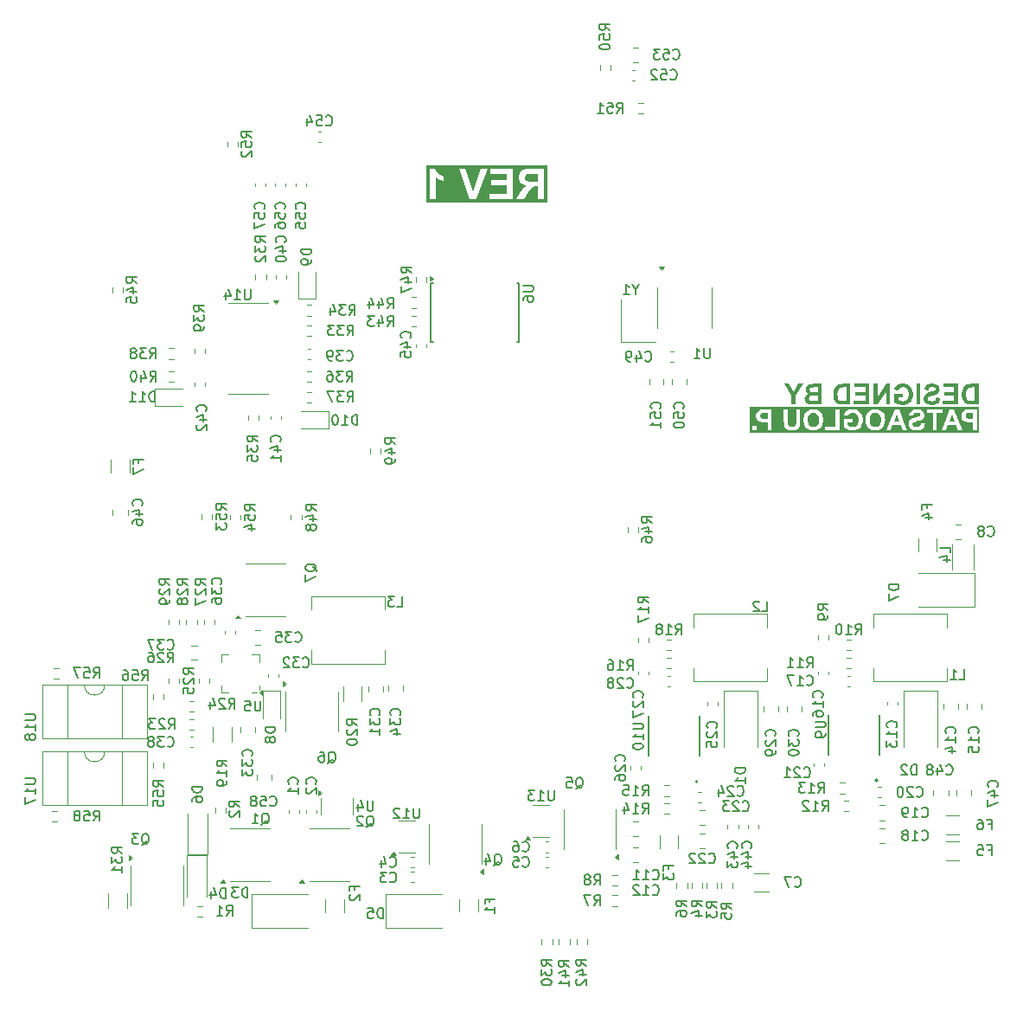
<source format=gbr>
%TF.GenerationSoftware,KiCad,Pcbnew,9.0.3*%
%TF.CreationDate,2025-10-22T18:56:13+03:00*%
%TF.ProjectId,ThingsGate-1,5468696e-6773-4476-9174-652d312e6b69,rev?*%
%TF.SameCoordinates,Original*%
%TF.FileFunction,Legend,Bot*%
%TF.FilePolarity,Positive*%
%FSLAX46Y46*%
G04 Gerber Fmt 4.6, Leading zero omitted, Abs format (unit mm)*
G04 Created by KiCad (PCBNEW 9.0.3) date 2025-10-22 18:56:13*
%MOMM*%
%LPD*%
G01*
G04 APERTURE LIST*
%ADD10C,0.250000*%
%ADD11C,0.150000*%
%ADD12C,0.120000*%
%ADD13C,0.127000*%
%ADD14C,0.200000*%
G04 APERTURE END LIST*
D10*
G36*
X106097766Y-50960000D02*
G01*
X105336828Y-50960000D01*
X105124306Y-50948019D01*
X104978890Y-50917501D01*
X104863250Y-50871990D01*
X104769602Y-50818345D01*
X104694713Y-50757156D01*
X104611093Y-50660456D01*
X104539450Y-50543233D01*
X104480146Y-50402393D01*
X104447270Y-50281192D01*
X104426208Y-50139697D01*
X104418719Y-49974846D01*
X104419520Y-49956406D01*
X104836741Y-49956406D01*
X104848402Y-50177911D01*
X104877773Y-50325945D01*
X104910580Y-50414160D01*
X104946113Y-50477289D01*
X104983653Y-50520729D01*
X105055416Y-50570492D01*
X105146929Y-50604626D01*
X105233798Y-50618101D01*
X105391416Y-50623921D01*
X105693422Y-50623921D01*
X105693422Y-49287424D01*
X105511706Y-49287424D01*
X105284555Y-49293556D01*
X105179658Y-49306720D01*
X105074702Y-49343643D01*
X104992568Y-49401730D01*
X104928828Y-49482422D01*
X104877773Y-49597124D01*
X104848605Y-49736199D01*
X104836741Y-49956406D01*
X104419520Y-49956406D01*
X104426884Y-49786849D01*
X104449531Y-49630117D01*
X104484298Y-49500160D01*
X104535790Y-49376202D01*
X104599554Y-49268314D01*
X104675540Y-49174706D01*
X104765109Y-49094922D01*
X104865265Y-49033545D01*
X104977547Y-48989692D01*
X105123614Y-48962499D01*
X105358688Y-48951346D01*
X106097766Y-48951346D01*
X106097766Y-50960000D01*
G37*
G36*
X104076046Y-50960000D02*
G01*
X104076046Y-48951346D01*
X102590928Y-48951346D01*
X102590928Y-49287424D01*
X103671702Y-49287424D01*
X103671702Y-49732923D01*
X102666154Y-49732923D01*
X102666154Y-50069002D01*
X103671702Y-50069002D01*
X103671702Y-50623921D01*
X102552704Y-50623921D01*
X102552704Y-50960000D01*
X104076046Y-50960000D01*
G37*
G36*
X102312491Y-50319106D02*
G01*
X101919016Y-50280027D01*
X101884707Y-50404191D01*
X101836198Y-50496821D01*
X101774912Y-50564448D01*
X101697679Y-50613190D01*
X101601645Y-50644066D01*
X101481821Y-50655184D01*
X101353754Y-50644652D01*
X101258099Y-50616425D01*
X101187386Y-50573729D01*
X101130796Y-50514184D01*
X101098891Y-50451451D01*
X101088346Y-50383220D01*
X101098979Y-50317834D01*
X101129989Y-50264152D01*
X101182079Y-50221306D01*
X101275558Y-50178667D01*
X101599302Y-50089762D01*
X101814400Y-50023745D01*
X101960930Y-49956341D01*
X102055669Y-49889361D01*
X102137595Y-49799833D01*
X102194409Y-49703564D01*
X102228456Y-49598861D01*
X102240073Y-49483185D01*
X102230496Y-49382945D01*
X102201881Y-49287383D01*
X102153367Y-49194856D01*
X102088060Y-49113507D01*
X102005522Y-49045511D01*
X101903262Y-48990303D01*
X101792229Y-48952651D01*
X101661965Y-48928625D01*
X101509176Y-48920083D01*
X101317943Y-48932363D01*
X101163815Y-48966142D01*
X101040128Y-49018005D01*
X100941434Y-49086290D01*
X100857977Y-49175567D01*
X100797298Y-49277505D01*
X100758153Y-49394426D01*
X100741277Y-49529713D01*
X101145743Y-49545345D01*
X101171807Y-49446531D01*
X101209369Y-49374631D01*
X101257117Y-49323695D01*
X101317877Y-49288468D01*
X101400988Y-49264976D01*
X101513206Y-49256161D01*
X101628851Y-49265337D01*
X101719082Y-49290365D01*
X101789200Y-49328824D01*
X101825212Y-49363777D01*
X101846219Y-49404612D01*
X101853436Y-49453387D01*
X101838798Y-49518765D01*
X101793353Y-49575387D01*
X101735803Y-49610746D01*
X101621470Y-49655389D01*
X101421737Y-49710575D01*
X101147427Y-49788334D01*
X100985275Y-49856022D01*
X100896964Y-49912448D01*
X100823694Y-49980139D01*
X100763991Y-50059842D01*
X100720804Y-50149346D01*
X100693628Y-50254707D01*
X100684002Y-50379312D01*
X100694567Y-50491464D01*
X100726135Y-50598497D01*
X100779623Y-50702201D01*
X100851617Y-50793355D01*
X100940995Y-50867602D01*
X101050122Y-50925928D01*
X101168980Y-50964789D01*
X101312741Y-50989995D01*
X101485973Y-50999078D01*
X101677676Y-50986495D01*
X101835034Y-50951580D01*
X101963980Y-50897425D01*
X102069347Y-50825422D01*
X102158071Y-50732276D01*
X102228351Y-50619283D01*
X102280324Y-50483074D01*
X102312491Y-50319106D01*
G37*
G36*
X100356350Y-50960000D02*
G01*
X100356350Y-48951346D01*
X99951884Y-48951346D01*
X99951884Y-50960000D01*
X100356350Y-50960000D01*
G37*
G36*
X98634560Y-50225317D02*
G01*
X98634560Y-49889239D01*
X97762979Y-49889239D01*
X97762979Y-50690478D01*
X97853179Y-50763876D01*
X97973813Y-50835925D01*
X98131175Y-50906022D01*
X98294006Y-50958066D01*
X98456449Y-50988861D01*
X98619661Y-50999078D01*
X98776669Y-50990247D01*
X98919115Y-50964699D01*
X99048856Y-50923424D01*
X99167498Y-50866821D01*
X99277331Y-50793295D01*
X99371736Y-50706360D01*
X99451964Y-50605170D01*
X99518597Y-50488244D01*
X99583457Y-50320676D01*
X99622726Y-50142904D01*
X99636078Y-49952742D01*
X99627430Y-49796059D01*
X99602257Y-49651823D01*
X99561336Y-49518472D01*
X99504919Y-49394647D01*
X99431679Y-49279622D01*
X99343972Y-49179586D01*
X99240916Y-49093313D01*
X99120969Y-49020223D01*
X98988869Y-48966639D01*
X98830731Y-48932351D01*
X98641399Y-48920083D01*
X98452518Y-48931356D01*
X98295778Y-48962720D01*
X98165980Y-49011371D01*
X98058757Y-49075788D01*
X97963731Y-49160526D01*
X97887654Y-49259240D01*
X97829347Y-49373626D01*
X97788869Y-49506266D01*
X98190526Y-49584424D01*
X98227703Y-49491144D01*
X98280534Y-49413752D01*
X98349773Y-49349951D01*
X98431532Y-49303263D01*
X98527600Y-49274220D01*
X98641399Y-49263977D01*
X98771605Y-49275388D01*
X98883075Y-49307905D01*
X98979319Y-49360355D01*
X99062840Y-49433482D01*
X99127523Y-49521790D01*
X99176268Y-49631699D01*
X99207838Y-49767874D01*
X99219277Y-49936133D01*
X99207543Y-50118532D01*
X99175308Y-50265082D01*
X99125886Y-50382278D01*
X99060886Y-50475422D01*
X98975674Y-50553929D01*
X98879672Y-50609427D01*
X98770701Y-50643384D01*
X98645551Y-50655184D01*
X98519470Y-50642812D01*
X98390683Y-50604748D01*
X98269723Y-50547657D01*
X98171475Y-50482383D01*
X98171475Y-50225317D01*
X98634560Y-50225317D01*
G37*
G36*
X97385502Y-50960000D02*
G01*
X97385502Y-48951346D01*
X96992027Y-48951346D01*
X96172348Y-50296025D01*
X96172348Y-48951346D01*
X95796580Y-48951346D01*
X95796580Y-50960000D01*
X96202390Y-50960000D01*
X97009856Y-49635348D01*
X97009856Y-50960000D01*
X97385502Y-50960000D01*
G37*
G36*
X95369277Y-50960000D02*
G01*
X95369277Y-48951346D01*
X93884159Y-48951346D01*
X93884159Y-49287424D01*
X94964933Y-49287424D01*
X94964933Y-49732923D01*
X93959385Y-49732923D01*
X93959385Y-50069002D01*
X94964933Y-50069002D01*
X94964933Y-50623921D01*
X93845935Y-50623921D01*
X93845935Y-50960000D01*
X95369277Y-50960000D01*
G37*
G36*
X93504605Y-50960000D02*
G01*
X92743667Y-50960000D01*
X92531145Y-50948019D01*
X92385729Y-50917501D01*
X92270089Y-50871990D01*
X92176441Y-50818345D01*
X92101552Y-50757156D01*
X92017932Y-50660456D01*
X91946289Y-50543233D01*
X91886985Y-50402393D01*
X91854108Y-50281192D01*
X91833046Y-50139697D01*
X91825558Y-49974846D01*
X91826359Y-49956406D01*
X92243579Y-49956406D01*
X92255241Y-50177911D01*
X92284612Y-50325945D01*
X92317419Y-50414160D01*
X92352952Y-50477289D01*
X92390491Y-50520729D01*
X92462254Y-50570492D01*
X92553768Y-50604626D01*
X92640637Y-50618101D01*
X92798255Y-50623921D01*
X93100261Y-50623921D01*
X93100261Y-49287424D01*
X92918545Y-49287424D01*
X92691394Y-49293556D01*
X92586496Y-49306720D01*
X92481541Y-49343643D01*
X92399406Y-49401730D01*
X92335667Y-49482422D01*
X92284612Y-49597124D01*
X92255443Y-49736199D01*
X92243579Y-49956406D01*
X91826359Y-49956406D01*
X91833723Y-49786849D01*
X91856370Y-49630117D01*
X91891137Y-49500160D01*
X91942628Y-49376202D01*
X92006393Y-49268314D01*
X92082379Y-49174706D01*
X92171948Y-49094922D01*
X92272104Y-49033545D01*
X92384385Y-48989692D01*
X92530453Y-48962499D01*
X92765526Y-48951346D01*
X93504605Y-48951346D01*
X93504605Y-50960000D01*
G37*
G36*
X90703872Y-50960000D02*
G01*
X90022191Y-50960000D01*
X89670151Y-50954103D01*
X89534438Y-50946322D01*
X89429426Y-50926960D01*
X89339801Y-50894947D01*
X89263206Y-50851067D01*
X89195597Y-50794165D01*
X89137898Y-50725571D01*
X89089672Y-50643949D01*
X89054106Y-50555833D01*
X89033134Y-50467247D01*
X89026168Y-50377236D01*
X89027916Y-50359773D01*
X89444190Y-50359773D01*
X89451068Y-50429238D01*
X89470295Y-50485407D01*
X89500976Y-50531109D01*
X89565351Y-50582803D01*
X89647766Y-50611587D01*
X89726024Y-50619813D01*
X89925104Y-50623921D01*
X90299406Y-50623921D01*
X90299406Y-50084633D01*
X89972854Y-50084633D01*
X89720785Y-50094071D01*
X89614305Y-50113576D01*
X89540346Y-50151786D01*
X89487909Y-50205778D01*
X89455582Y-50274299D01*
X89444190Y-50359773D01*
X89027916Y-50359773D01*
X89037455Y-50264491D01*
X89070269Y-50164405D01*
X89124598Y-50074253D01*
X89197567Y-49998303D01*
X89290140Y-49937488D01*
X89405966Y-49891803D01*
X89324981Y-49845713D01*
X89256873Y-49787162D01*
X89200314Y-49715216D01*
X89158122Y-49633992D01*
X89132973Y-49548252D01*
X89129856Y-49514570D01*
X89517951Y-49514570D01*
X89524963Y-49576499D01*
X89544873Y-49627637D01*
X89577424Y-49670397D01*
X89645580Y-49716758D01*
X89740579Y-49741716D01*
X90034403Y-49748555D01*
X90299406Y-49748555D01*
X90299406Y-49287424D01*
X90067131Y-49287424D01*
X89721528Y-49294263D01*
X89656701Y-49308462D01*
X89606979Y-49332072D01*
X89569242Y-49364361D01*
X89531374Y-49429063D01*
X89517951Y-49514570D01*
X89129856Y-49514570D01*
X89124476Y-49456441D01*
X89131506Y-49371431D01*
X89152071Y-49293657D01*
X89186025Y-49221723D01*
X89255944Y-49126546D01*
X89339654Y-49054050D01*
X89437263Y-49002145D01*
X89548726Y-48971252D01*
X89680662Y-48957218D01*
X89903244Y-48951346D01*
X90703872Y-48951346D01*
X90703872Y-50960000D01*
G37*
G36*
X88158862Y-50960000D02*
G01*
X88158862Y-50114553D01*
X88892568Y-48951346D01*
X88418370Y-48951346D01*
X87947103Y-49747578D01*
X87485240Y-48951346D01*
X87019347Y-48951346D01*
X87755861Y-50117362D01*
X87755861Y-50960000D01*
X88158862Y-50960000D01*
G37*
G36*
X62885921Y-29154898D02*
G01*
X62437124Y-29154898D01*
X62040493Y-29142277D01*
X61891974Y-29117529D01*
X61794704Y-29066164D01*
X61721981Y-28988569D01*
X61676684Y-28888737D01*
X61660432Y-28759774D01*
X61670187Y-28660000D01*
X61697572Y-28578405D01*
X61741399Y-28511196D01*
X61836325Y-28435348D01*
X61969827Y-28391578D01*
X62412578Y-28381137D01*
X62885921Y-28381137D01*
X62885921Y-29154898D01*
G37*
G36*
X63825953Y-31223333D02*
G01*
X52019798Y-31223333D01*
X52019798Y-30890000D01*
X52353131Y-30890000D01*
X52929056Y-30890000D01*
X52929056Y-28725886D01*
X53150892Y-28906553D01*
X53397859Y-29053184D01*
X53672958Y-29166622D01*
X53672958Y-28639057D01*
X53527738Y-28579649D01*
X53365386Y-28488234D01*
X53183129Y-28358789D01*
X53021761Y-28209548D01*
X52902412Y-28049556D01*
X52820429Y-27877020D01*
X55175052Y-27877020D01*
X56251064Y-30890000D01*
X56898613Y-30890000D01*
X57078278Y-30385882D01*
X58179056Y-30385882D01*
X58179056Y-30890000D01*
X60464070Y-30890000D01*
X60791599Y-30890000D01*
X61517001Y-30890000D01*
X61955539Y-30235307D01*
X62174579Y-29919452D01*
X62275191Y-29794204D01*
X62366214Y-29715892D01*
X62457641Y-29669457D01*
X62568193Y-29645691D01*
X62763005Y-29635568D01*
X62885921Y-29635568D01*
X62885921Y-30890000D01*
X63492620Y-30890000D01*
X63492620Y-27877020D01*
X62215840Y-27877020D01*
X61891101Y-27888504D01*
X61665752Y-27917829D01*
X61516085Y-27958353D01*
X61380858Y-28026233D01*
X61265087Y-28121704D01*
X61166573Y-28247780D01*
X61094368Y-28391329D01*
X61050490Y-28548799D01*
X61035415Y-28723504D01*
X61038288Y-28759774D01*
X61048701Y-28891233D01*
X61086851Y-29038478D01*
X61148580Y-29168763D01*
X61234351Y-29284774D01*
X61339913Y-29380700D01*
X61470936Y-29459739D01*
X61631914Y-29521430D01*
X61828593Y-29563761D01*
X61645037Y-29687361D01*
X61503811Y-29816003D01*
X61369939Y-29983310D01*
X61158330Y-30303817D01*
X60791599Y-30890000D01*
X60464070Y-30890000D01*
X60464070Y-27877020D01*
X58236392Y-27877020D01*
X58236392Y-28381137D01*
X59857554Y-28381137D01*
X59857554Y-29049385D01*
X58349232Y-29049385D01*
X58349232Y-29553503D01*
X59857554Y-29553503D01*
X59857554Y-30385882D01*
X58179056Y-30385882D01*
X57078278Y-30385882D01*
X57972426Y-27877020D01*
X57314619Y-27877020D01*
X56554230Y-30104515D01*
X55818571Y-27877020D01*
X55175052Y-27877020D01*
X52820429Y-27877020D01*
X52353131Y-27877020D01*
X52353131Y-30890000D01*
X52019798Y-30890000D01*
X52019798Y-27543687D01*
X63825953Y-27543687D01*
X63825953Y-31223333D01*
G37*
G36*
X89996291Y-51775372D02*
G01*
X90102169Y-51808111D01*
X90195132Y-51861513D01*
X90277337Y-51936901D01*
X90340060Y-52026463D01*
X90387807Y-52139526D01*
X90418990Y-52281316D01*
X90430355Y-52458237D01*
X90418874Y-52631554D01*
X90387159Y-52772309D01*
X90338193Y-52886302D01*
X90273307Y-52978230D01*
X90188798Y-53056119D01*
X90095538Y-53110698D01*
X89991650Y-53143781D01*
X89874337Y-53155184D01*
X89756931Y-53143821D01*
X89653395Y-53110919D01*
X89560870Y-53056747D01*
X89477442Y-52979574D01*
X89413781Y-52888556D01*
X89365390Y-52774057D01*
X89333834Y-52630901D01*
X89322348Y-52452742D01*
X89333597Y-52276333D01*
X89364418Y-52135337D01*
X89411526Y-52023269D01*
X89473290Y-51934825D01*
X89554373Y-51860507D01*
X89646593Y-51807732D01*
X89752170Y-51775293D01*
X89874337Y-51763977D01*
X89996291Y-51775372D01*
G37*
G36*
X96059375Y-51775372D02*
G01*
X96165254Y-51808111D01*
X96258216Y-51861513D01*
X96340422Y-51936901D01*
X96403144Y-52026463D01*
X96450891Y-52139526D01*
X96482075Y-52281316D01*
X96493440Y-52458237D01*
X96481958Y-52631554D01*
X96450244Y-52772309D01*
X96401278Y-52886302D01*
X96336392Y-52978230D01*
X96251883Y-53056119D01*
X96158622Y-53110698D01*
X96054735Y-53143781D01*
X95937421Y-53155184D01*
X95820016Y-53143821D01*
X95716479Y-53110919D01*
X95623955Y-53056747D01*
X95540526Y-52979574D01*
X95476865Y-52888556D01*
X95428475Y-52774057D01*
X95396919Y-52630901D01*
X95385432Y-52452742D01*
X95396681Y-52276333D01*
X95427502Y-52135337D01*
X95474610Y-52023269D01*
X95536374Y-51934825D01*
X95617457Y-51860507D01*
X95709677Y-51807732D01*
X95815254Y-51775293D01*
X95937421Y-51763977D01*
X96059375Y-51775372D01*
G37*
G36*
X85386008Y-52365792D02*
G01*
X85164724Y-52365792D01*
X84945346Y-52355604D01*
X84845010Y-52333796D01*
X84772670Y-52292444D01*
X84718614Y-52233778D01*
X84684544Y-52161028D01*
X84672819Y-52075265D01*
X84680373Y-52003540D01*
X84701912Y-51943165D01*
X84737055Y-51891716D01*
X84783588Y-51849598D01*
X84837292Y-51819651D01*
X84899598Y-51801346D01*
X84990113Y-51791877D01*
X85190614Y-51787424D01*
X85386008Y-51787424D01*
X85386008Y-52365792D01*
G37*
G36*
X98333443Y-52670607D02*
G01*
X97786950Y-52670607D01*
X98062944Y-51920293D01*
X98333443Y-52670607D01*
G37*
G36*
X103722418Y-52670607D02*
G01*
X103175924Y-52670607D01*
X103451919Y-51920293D01*
X103722418Y-52670607D01*
G37*
G36*
X105492079Y-52365792D02*
G01*
X105270795Y-52365792D01*
X105051417Y-52355604D01*
X104951081Y-52333796D01*
X104878742Y-52292444D01*
X104824685Y-52233778D01*
X104790615Y-52161028D01*
X104778890Y-52075265D01*
X104786445Y-52003540D01*
X104807983Y-51943165D01*
X104843126Y-51891716D01*
X104889659Y-51849598D01*
X104943363Y-51819651D01*
X105005669Y-51801346D01*
X105096184Y-51791877D01*
X105296685Y-51787424D01*
X105492079Y-51787424D01*
X105492079Y-52365792D01*
G37*
G36*
X106118645Y-53721300D02*
G01*
X83680499Y-53721300D01*
X83680499Y-53460000D01*
X83902721Y-53460000D01*
X84286549Y-53460000D01*
X84286549Y-53077027D01*
X83902721Y-53077027D01*
X83902721Y-53460000D01*
X83680499Y-53460000D01*
X83680499Y-52069036D01*
X84256018Y-52069036D01*
X84256434Y-52075265D01*
X84264161Y-52190859D01*
X84287018Y-52293445D01*
X84322941Y-52379958D01*
X84372794Y-52459611D01*
X84429431Y-52525075D01*
X84493056Y-52577916D01*
X84598955Y-52638500D01*
X84702861Y-52673049D01*
X84863921Y-52693492D01*
X85122348Y-52701870D01*
X85386008Y-52701870D01*
X85386008Y-53460000D01*
X85790352Y-53460000D01*
X85790352Y-52508918D01*
X86993981Y-52508918D01*
X87004034Y-52844932D01*
X87026831Y-53021217D01*
X87055574Y-53117768D01*
X87095940Y-53201410D01*
X87147732Y-53273886D01*
X87211226Y-53336364D01*
X87289103Y-53391103D01*
X87383426Y-53438018D01*
X87483738Y-53470052D01*
X87610325Y-53491288D01*
X87768597Y-53499078D01*
X87960790Y-53490090D01*
X88102260Y-53466500D01*
X88203838Y-53432522D01*
X88298297Y-53382024D01*
X88375661Y-53324327D01*
X88438066Y-53259476D01*
X88510407Y-53148584D01*
X88551517Y-53036238D01*
X88579507Y-52842610D01*
X88591085Y-52525282D01*
X88591085Y-52462267D01*
X88904326Y-52462267D01*
X88916237Y-52659670D01*
X88950075Y-52831140D01*
X89003772Y-52980403D01*
X89076352Y-53110605D01*
X89167986Y-53224183D01*
X89278501Y-53321629D01*
X89402083Y-53397501D01*
X89540571Y-53452750D01*
X89696504Y-53487104D01*
X89872993Y-53499078D01*
X90051979Y-53487094D01*
X90209601Y-53452771D01*
X90349072Y-53397689D01*
X90473022Y-53322223D01*
X90583374Y-53225526D01*
X90665836Y-53123921D01*
X91053907Y-53123921D01*
X91053907Y-53460000D01*
X92463921Y-53460000D01*
X92463921Y-52389239D01*
X92848115Y-52389239D01*
X92848115Y-53190478D01*
X92938315Y-53263876D01*
X93058949Y-53335925D01*
X93216311Y-53406022D01*
X93379142Y-53458066D01*
X93541585Y-53488861D01*
X93704797Y-53499078D01*
X93861805Y-53490247D01*
X94004251Y-53464699D01*
X94133992Y-53423424D01*
X94252634Y-53366821D01*
X94362467Y-53293295D01*
X94456872Y-53206360D01*
X94537100Y-53105170D01*
X94603733Y-52988244D01*
X94668593Y-52820676D01*
X94707862Y-52642904D01*
X94720545Y-52462267D01*
X94967411Y-52462267D01*
X94979321Y-52659670D01*
X95013160Y-52831140D01*
X95066856Y-52980403D01*
X95139436Y-53110605D01*
X95231071Y-53224183D01*
X95341586Y-53321629D01*
X95465168Y-53397501D01*
X95603655Y-53452750D01*
X95759589Y-53487104D01*
X95936078Y-53499078D01*
X96115063Y-53487094D01*
X96239488Y-53460000D01*
X97042376Y-53460000D01*
X97482379Y-53460000D01*
X97657257Y-53006685D01*
X98457763Y-53006685D01*
X98623115Y-53460000D01*
X99052128Y-53460000D01*
X98826603Y-52879312D01*
X99188538Y-52879312D01*
X99199103Y-52991464D01*
X99230671Y-53098497D01*
X99284159Y-53202201D01*
X99356153Y-53293355D01*
X99445531Y-53367602D01*
X99554658Y-53425928D01*
X99673516Y-53464789D01*
X99817277Y-53489995D01*
X99990509Y-53499078D01*
X100182212Y-53486495D01*
X100339570Y-53451580D01*
X100468516Y-53397425D01*
X100573883Y-53325422D01*
X100662607Y-53232276D01*
X100732887Y-53119283D01*
X100784860Y-52983074D01*
X100817027Y-52819106D01*
X100423551Y-52780027D01*
X100389243Y-52904191D01*
X100340734Y-52996821D01*
X100279448Y-53064448D01*
X100202215Y-53113190D01*
X100106181Y-53144066D01*
X99986357Y-53155184D01*
X99858290Y-53144652D01*
X99762635Y-53116425D01*
X99691922Y-53073729D01*
X99635332Y-53014184D01*
X99603427Y-52951451D01*
X99592882Y-52883220D01*
X99603514Y-52817834D01*
X99634525Y-52764152D01*
X99686615Y-52721306D01*
X99780094Y-52678667D01*
X100103838Y-52589762D01*
X100318936Y-52523745D01*
X100465466Y-52456341D01*
X100560205Y-52389361D01*
X100642131Y-52299833D01*
X100698945Y-52203564D01*
X100732992Y-52098861D01*
X100744609Y-51983185D01*
X100735032Y-51882945D01*
X100706429Y-51787424D01*
X100976029Y-51787424D01*
X101569050Y-51787424D01*
X101569050Y-53460000D01*
X101973394Y-53460000D01*
X102431350Y-53460000D01*
X102871353Y-53460000D01*
X103046231Y-53006685D01*
X103846737Y-53006685D01*
X104012090Y-53460000D01*
X104441102Y-53460000D01*
X103900886Y-52069036D01*
X104362090Y-52069036D01*
X104362506Y-52075265D01*
X104370232Y-52190859D01*
X104393089Y-52293445D01*
X104429012Y-52379958D01*
X104478865Y-52459611D01*
X104535503Y-52525075D01*
X104599127Y-52577916D01*
X104705027Y-52638500D01*
X104808932Y-52673049D01*
X104969992Y-52693492D01*
X105228419Y-52701870D01*
X105492079Y-52701870D01*
X105492079Y-53460000D01*
X105896423Y-53460000D01*
X105896423Y-51451346D01*
X105247470Y-51451346D01*
X104910170Y-51461162D01*
X104766556Y-51481510D01*
X104658774Y-51523028D01*
X104563290Y-51587768D01*
X104478227Y-51678126D01*
X104415521Y-51784620D01*
X104376127Y-51913107D01*
X104362090Y-52069036D01*
X103900886Y-52069036D01*
X103660990Y-51451346D01*
X103233321Y-51451346D01*
X102746521Y-52670607D01*
X102431350Y-53460000D01*
X101973394Y-53460000D01*
X101973394Y-51787424D01*
X102567759Y-51787424D01*
X102567759Y-51451346D01*
X100976029Y-51451346D01*
X100976029Y-51787424D01*
X100706429Y-51787424D01*
X100706417Y-51787383D01*
X100657903Y-51694856D01*
X100592596Y-51613507D01*
X100510058Y-51545511D01*
X100407798Y-51490303D01*
X100296765Y-51452651D01*
X100166501Y-51428625D01*
X100013712Y-51420083D01*
X99822479Y-51432363D01*
X99668351Y-51466142D01*
X99544664Y-51518005D01*
X99445969Y-51586290D01*
X99362513Y-51675567D01*
X99301834Y-51777505D01*
X99262689Y-51894426D01*
X99245812Y-52029713D01*
X99650279Y-52045345D01*
X99676343Y-51946531D01*
X99713905Y-51874631D01*
X99761653Y-51823695D01*
X99822413Y-51788468D01*
X99905524Y-51764976D01*
X100017742Y-51756161D01*
X100133387Y-51765337D01*
X100223618Y-51790365D01*
X100293736Y-51828824D01*
X100329748Y-51863777D01*
X100350754Y-51904612D01*
X100357972Y-51953387D01*
X100343334Y-52018765D01*
X100297889Y-52075387D01*
X100240339Y-52110746D01*
X100126006Y-52155389D01*
X99926273Y-52210575D01*
X99651963Y-52288334D01*
X99489811Y-52356022D01*
X99401500Y-52412448D01*
X99328230Y-52480139D01*
X99268527Y-52559842D01*
X99225340Y-52649346D01*
X99198164Y-52754707D01*
X99188538Y-52879312D01*
X98826603Y-52879312D01*
X98272016Y-51451346D01*
X97844347Y-51451346D01*
X97357547Y-52670607D01*
X97042376Y-53460000D01*
X96239488Y-53460000D01*
X96272686Y-53452771D01*
X96412157Y-53397689D01*
X96536107Y-53322223D01*
X96646458Y-53225526D01*
X96738309Y-53112353D01*
X96810919Y-52983082D01*
X96864534Y-52835372D01*
X96898262Y-52666185D01*
X96910118Y-52471915D01*
X96898826Y-52268393D01*
X96867353Y-52098248D01*
X96818527Y-51956318D01*
X96737916Y-51810762D01*
X96632170Y-51680690D01*
X96549249Y-51605007D01*
X96463081Y-51545066D01*
X96373150Y-51499584D01*
X96246076Y-51456465D01*
X96103014Y-51429501D01*
X95941451Y-51420083D01*
X95764513Y-51432076D01*
X95608004Y-51466498D01*
X95468838Y-51521882D01*
X95344495Y-51597968D01*
X95233147Y-51695711D01*
X95140845Y-51809571D01*
X95067708Y-51940320D01*
X95013571Y-52090446D01*
X94979434Y-52263160D01*
X94967986Y-52452742D01*
X94967411Y-52462267D01*
X94720545Y-52462267D01*
X94721214Y-52452742D01*
X94712566Y-52296059D01*
X94687394Y-52151823D01*
X94646472Y-52018472D01*
X94590055Y-51894647D01*
X94516815Y-51779622D01*
X94429108Y-51679586D01*
X94326052Y-51593313D01*
X94206106Y-51520223D01*
X94074005Y-51466639D01*
X93915867Y-51432351D01*
X93726535Y-51420083D01*
X93537654Y-51431356D01*
X93380914Y-51462720D01*
X93251116Y-51511371D01*
X93143893Y-51575788D01*
X93048867Y-51660526D01*
X92972791Y-51759240D01*
X92914483Y-51873626D01*
X92874005Y-52006266D01*
X93275662Y-52084424D01*
X93312839Y-51991144D01*
X93365671Y-51913752D01*
X93434909Y-51849951D01*
X93516668Y-51803263D01*
X93612736Y-51774220D01*
X93726535Y-51763977D01*
X93856741Y-51775388D01*
X93968211Y-51807905D01*
X94064455Y-51860355D01*
X94147976Y-51933482D01*
X94212659Y-52021790D01*
X94261404Y-52131699D01*
X94292974Y-52267874D01*
X94304413Y-52436133D01*
X94292679Y-52618532D01*
X94260444Y-52765082D01*
X94211022Y-52882278D01*
X94146022Y-52975422D01*
X94060810Y-53053929D01*
X93964808Y-53109427D01*
X93855837Y-53143384D01*
X93730687Y-53155184D01*
X93604606Y-53142812D01*
X93475819Y-53104748D01*
X93354859Y-53047657D01*
X93256612Y-52982383D01*
X93256612Y-52725317D01*
X93719696Y-52725317D01*
X93719696Y-52389239D01*
X92848115Y-52389239D01*
X92463921Y-52389239D01*
X92463921Y-51474794D01*
X92059455Y-51474794D01*
X92059455Y-53123921D01*
X91053907Y-53123921D01*
X90665836Y-53123921D01*
X90675225Y-53112353D01*
X90747834Y-52983082D01*
X90801449Y-52835372D01*
X90835178Y-52666185D01*
X90847034Y-52471915D01*
X90835741Y-52268393D01*
X90804268Y-52098248D01*
X90755443Y-51956318D01*
X90674832Y-51810762D01*
X90569085Y-51680690D01*
X90486165Y-51605007D01*
X90399996Y-51545066D01*
X90310066Y-51499584D01*
X90182991Y-51456465D01*
X90039930Y-51429501D01*
X89878367Y-51420083D01*
X89701428Y-51432076D01*
X89544919Y-51466498D01*
X89405754Y-51521882D01*
X89281411Y-51597968D01*
X89170062Y-51695711D01*
X89077760Y-51809571D01*
X89004623Y-51940320D01*
X88950487Y-52090446D01*
X88916349Y-52263160D01*
X88904901Y-52452742D01*
X88904326Y-52462267D01*
X88591085Y-52462267D01*
X88591085Y-51451346D01*
X88186741Y-51451346D01*
X88186741Y-52549096D01*
X88181830Y-52787828D01*
X88171720Y-52887861D01*
X88146100Y-52966073D01*
X88105202Y-53032000D01*
X88048133Y-53087651D01*
X87979121Y-53127789D01*
X87891669Y-53153608D01*
X87780931Y-53163000D01*
X87668106Y-53153791D01*
X87583787Y-53129111D01*
X87521423Y-53091803D01*
X87470172Y-53039823D01*
X87435638Y-52982002D01*
X87416277Y-52916926D01*
X87403852Y-52796092D01*
X87398447Y-52572665D01*
X87398447Y-51451346D01*
X86993981Y-51451346D01*
X86993981Y-52508918D01*
X85790352Y-52508918D01*
X85790352Y-51451346D01*
X85141399Y-51451346D01*
X84804098Y-51461162D01*
X84660484Y-51481510D01*
X84552703Y-51523028D01*
X84457218Y-51587768D01*
X84372156Y-51678126D01*
X84309450Y-51784620D01*
X84270056Y-51913107D01*
X84256018Y-52069036D01*
X83680499Y-52069036D01*
X83680499Y-51197861D01*
X106118645Y-51197861D01*
X106118645Y-53721300D01*
G37*
D11*
X104166666Y-77854819D02*
X104642856Y-77854819D01*
X104642856Y-77854819D02*
X104642856Y-76854819D01*
X103309523Y-77854819D02*
X103880951Y-77854819D01*
X103595237Y-77854819D02*
X103595237Y-76854819D01*
X103595237Y-76854819D02*
X103690475Y-76997676D01*
X103690475Y-76997676D02*
X103785713Y-77092914D01*
X103785713Y-77092914D02*
X103880951Y-77140533D01*
X88066666Y-98059580D02*
X88114285Y-98107200D01*
X88114285Y-98107200D02*
X88257142Y-98154819D01*
X88257142Y-98154819D02*
X88352380Y-98154819D01*
X88352380Y-98154819D02*
X88495237Y-98107200D01*
X88495237Y-98107200D02*
X88590475Y-98011961D01*
X88590475Y-98011961D02*
X88638094Y-97916723D01*
X88638094Y-97916723D02*
X88685713Y-97726247D01*
X88685713Y-97726247D02*
X88685713Y-97583390D01*
X88685713Y-97583390D02*
X88638094Y-97392914D01*
X88638094Y-97392914D02*
X88590475Y-97297676D01*
X88590475Y-97297676D02*
X88495237Y-97202438D01*
X88495237Y-97202438D02*
X88352380Y-97154819D01*
X88352380Y-97154819D02*
X88257142Y-97154819D01*
X88257142Y-97154819D02*
X88114285Y-97202438D01*
X88114285Y-97202438D02*
X88066666Y-97250057D01*
X87733332Y-97154819D02*
X87066666Y-97154819D01*
X87066666Y-97154819D02*
X87495237Y-98154819D01*
X36692857Y-90159580D02*
X36740476Y-90207200D01*
X36740476Y-90207200D02*
X36883333Y-90254819D01*
X36883333Y-90254819D02*
X36978571Y-90254819D01*
X36978571Y-90254819D02*
X37121428Y-90207200D01*
X37121428Y-90207200D02*
X37216666Y-90111961D01*
X37216666Y-90111961D02*
X37264285Y-90016723D01*
X37264285Y-90016723D02*
X37311904Y-89826247D01*
X37311904Y-89826247D02*
X37311904Y-89683390D01*
X37311904Y-89683390D02*
X37264285Y-89492914D01*
X37264285Y-89492914D02*
X37216666Y-89397676D01*
X37216666Y-89397676D02*
X37121428Y-89302438D01*
X37121428Y-89302438D02*
X36978571Y-89254819D01*
X36978571Y-89254819D02*
X36883333Y-89254819D01*
X36883333Y-89254819D02*
X36740476Y-89302438D01*
X36740476Y-89302438D02*
X36692857Y-89350057D01*
X35788095Y-89254819D02*
X36264285Y-89254819D01*
X36264285Y-89254819D02*
X36311904Y-89731009D01*
X36311904Y-89731009D02*
X36264285Y-89683390D01*
X36264285Y-89683390D02*
X36169047Y-89635771D01*
X36169047Y-89635771D02*
X35930952Y-89635771D01*
X35930952Y-89635771D02*
X35835714Y-89683390D01*
X35835714Y-89683390D02*
X35788095Y-89731009D01*
X35788095Y-89731009D02*
X35740476Y-89826247D01*
X35740476Y-89826247D02*
X35740476Y-90064342D01*
X35740476Y-90064342D02*
X35788095Y-90159580D01*
X35788095Y-90159580D02*
X35835714Y-90207200D01*
X35835714Y-90207200D02*
X35930952Y-90254819D01*
X35930952Y-90254819D02*
X36169047Y-90254819D01*
X36169047Y-90254819D02*
X36264285Y-90207200D01*
X36264285Y-90207200D02*
X36311904Y-90159580D01*
X35169047Y-89683390D02*
X35264285Y-89635771D01*
X35264285Y-89635771D02*
X35311904Y-89588152D01*
X35311904Y-89588152D02*
X35359523Y-89492914D01*
X35359523Y-89492914D02*
X35359523Y-89445295D01*
X35359523Y-89445295D02*
X35311904Y-89350057D01*
X35311904Y-89350057D02*
X35264285Y-89302438D01*
X35264285Y-89302438D02*
X35169047Y-89254819D01*
X35169047Y-89254819D02*
X34978571Y-89254819D01*
X34978571Y-89254819D02*
X34883333Y-89302438D01*
X34883333Y-89302438D02*
X34835714Y-89350057D01*
X34835714Y-89350057D02*
X34788095Y-89445295D01*
X34788095Y-89445295D02*
X34788095Y-89492914D01*
X34788095Y-89492914D02*
X34835714Y-89588152D01*
X34835714Y-89588152D02*
X34883333Y-89635771D01*
X34883333Y-89635771D02*
X34978571Y-89683390D01*
X34978571Y-89683390D02*
X35169047Y-89683390D01*
X35169047Y-89683390D02*
X35264285Y-89731009D01*
X35264285Y-89731009D02*
X35311904Y-89778628D01*
X35311904Y-89778628D02*
X35359523Y-89873866D01*
X35359523Y-89873866D02*
X35359523Y-90064342D01*
X35359523Y-90064342D02*
X35311904Y-90159580D01*
X35311904Y-90159580D02*
X35264285Y-90207200D01*
X35264285Y-90207200D02*
X35169047Y-90254819D01*
X35169047Y-90254819D02*
X34978571Y-90254819D01*
X34978571Y-90254819D02*
X34883333Y-90207200D01*
X34883333Y-90207200D02*
X34835714Y-90159580D01*
X34835714Y-90159580D02*
X34788095Y-90064342D01*
X34788095Y-90064342D02*
X34788095Y-89873866D01*
X34788095Y-89873866D02*
X34835714Y-89778628D01*
X34835714Y-89778628D02*
X34883333Y-89731009D01*
X34883333Y-89731009D02*
X34978571Y-89683390D01*
X41109580Y-88083333D02*
X41157200Y-88035714D01*
X41157200Y-88035714D02*
X41204819Y-87892857D01*
X41204819Y-87892857D02*
X41204819Y-87797619D01*
X41204819Y-87797619D02*
X41157200Y-87654762D01*
X41157200Y-87654762D02*
X41061961Y-87559524D01*
X41061961Y-87559524D02*
X40966723Y-87511905D01*
X40966723Y-87511905D02*
X40776247Y-87464286D01*
X40776247Y-87464286D02*
X40633390Y-87464286D01*
X40633390Y-87464286D02*
X40442914Y-87511905D01*
X40442914Y-87511905D02*
X40347676Y-87559524D01*
X40347676Y-87559524D02*
X40252438Y-87654762D01*
X40252438Y-87654762D02*
X40204819Y-87797619D01*
X40204819Y-87797619D02*
X40204819Y-87892857D01*
X40204819Y-87892857D02*
X40252438Y-88035714D01*
X40252438Y-88035714D02*
X40300057Y-88083333D01*
X40300057Y-88464286D02*
X40252438Y-88511905D01*
X40252438Y-88511905D02*
X40204819Y-88607143D01*
X40204819Y-88607143D02*
X40204819Y-88845238D01*
X40204819Y-88845238D02*
X40252438Y-88940476D01*
X40252438Y-88940476D02*
X40300057Y-88988095D01*
X40300057Y-88988095D02*
X40395295Y-89035714D01*
X40395295Y-89035714D02*
X40490533Y-89035714D01*
X40490533Y-89035714D02*
X40633390Y-88988095D01*
X40633390Y-88988095D02*
X41204819Y-88416667D01*
X41204819Y-88416667D02*
X41204819Y-89035714D01*
X48416666Y-97609580D02*
X48464285Y-97657200D01*
X48464285Y-97657200D02*
X48607142Y-97704819D01*
X48607142Y-97704819D02*
X48702380Y-97704819D01*
X48702380Y-97704819D02*
X48845237Y-97657200D01*
X48845237Y-97657200D02*
X48940475Y-97561961D01*
X48940475Y-97561961D02*
X48988094Y-97466723D01*
X48988094Y-97466723D02*
X49035713Y-97276247D01*
X49035713Y-97276247D02*
X49035713Y-97133390D01*
X49035713Y-97133390D02*
X48988094Y-96942914D01*
X48988094Y-96942914D02*
X48940475Y-96847676D01*
X48940475Y-96847676D02*
X48845237Y-96752438D01*
X48845237Y-96752438D02*
X48702380Y-96704819D01*
X48702380Y-96704819D02*
X48607142Y-96704819D01*
X48607142Y-96704819D02*
X48464285Y-96752438D01*
X48464285Y-96752438D02*
X48416666Y-96800057D01*
X48083332Y-96704819D02*
X47464285Y-96704819D01*
X47464285Y-96704819D02*
X47797618Y-97085771D01*
X47797618Y-97085771D02*
X47654761Y-97085771D01*
X47654761Y-97085771D02*
X47559523Y-97133390D01*
X47559523Y-97133390D02*
X47511904Y-97181009D01*
X47511904Y-97181009D02*
X47464285Y-97276247D01*
X47464285Y-97276247D02*
X47464285Y-97514342D01*
X47464285Y-97514342D02*
X47511904Y-97609580D01*
X47511904Y-97609580D02*
X47559523Y-97657200D01*
X47559523Y-97657200D02*
X47654761Y-97704819D01*
X47654761Y-97704819D02*
X47940475Y-97704819D01*
X47940475Y-97704819D02*
X48035713Y-97657200D01*
X48035713Y-97657200D02*
X48083332Y-97609580D01*
X35761904Y-79954819D02*
X35761904Y-80764342D01*
X35761904Y-80764342D02*
X35714285Y-80859580D01*
X35714285Y-80859580D02*
X35666666Y-80907200D01*
X35666666Y-80907200D02*
X35571428Y-80954819D01*
X35571428Y-80954819D02*
X35380952Y-80954819D01*
X35380952Y-80954819D02*
X35285714Y-80907200D01*
X35285714Y-80907200D02*
X35238095Y-80859580D01*
X35238095Y-80859580D02*
X35190476Y-80764342D01*
X35190476Y-80764342D02*
X35190476Y-79954819D01*
X34238095Y-79954819D02*
X34714285Y-79954819D01*
X34714285Y-79954819D02*
X34761904Y-80431009D01*
X34761904Y-80431009D02*
X34714285Y-80383390D01*
X34714285Y-80383390D02*
X34619047Y-80335771D01*
X34619047Y-80335771D02*
X34380952Y-80335771D01*
X34380952Y-80335771D02*
X34285714Y-80383390D01*
X34285714Y-80383390D02*
X34238095Y-80431009D01*
X34238095Y-80431009D02*
X34190476Y-80526247D01*
X34190476Y-80526247D02*
X34190476Y-80764342D01*
X34190476Y-80764342D02*
X34238095Y-80859580D01*
X34238095Y-80859580D02*
X34285714Y-80907200D01*
X34285714Y-80907200D02*
X34380952Y-80954819D01*
X34380952Y-80954819D02*
X34619047Y-80954819D01*
X34619047Y-80954819D02*
X34714285Y-80907200D01*
X34714285Y-80907200D02*
X34761904Y-80859580D01*
X12704819Y-81261905D02*
X13514342Y-81261905D01*
X13514342Y-81261905D02*
X13609580Y-81309524D01*
X13609580Y-81309524D02*
X13657200Y-81357143D01*
X13657200Y-81357143D02*
X13704819Y-81452381D01*
X13704819Y-81452381D02*
X13704819Y-81642857D01*
X13704819Y-81642857D02*
X13657200Y-81738095D01*
X13657200Y-81738095D02*
X13609580Y-81785714D01*
X13609580Y-81785714D02*
X13514342Y-81833333D01*
X13514342Y-81833333D02*
X12704819Y-81833333D01*
X13704819Y-82833333D02*
X13704819Y-82261905D01*
X13704819Y-82547619D02*
X12704819Y-82547619D01*
X12704819Y-82547619D02*
X12847676Y-82452381D01*
X12847676Y-82452381D02*
X12942914Y-82357143D01*
X12942914Y-82357143D02*
X12990533Y-82261905D01*
X13133390Y-83404762D02*
X13085771Y-83309524D01*
X13085771Y-83309524D02*
X13038152Y-83261905D01*
X13038152Y-83261905D02*
X12942914Y-83214286D01*
X12942914Y-83214286D02*
X12895295Y-83214286D01*
X12895295Y-83214286D02*
X12800057Y-83261905D01*
X12800057Y-83261905D02*
X12752438Y-83309524D01*
X12752438Y-83309524D02*
X12704819Y-83404762D01*
X12704819Y-83404762D02*
X12704819Y-83595238D01*
X12704819Y-83595238D02*
X12752438Y-83690476D01*
X12752438Y-83690476D02*
X12800057Y-83738095D01*
X12800057Y-83738095D02*
X12895295Y-83785714D01*
X12895295Y-83785714D02*
X12942914Y-83785714D01*
X12942914Y-83785714D02*
X13038152Y-83738095D01*
X13038152Y-83738095D02*
X13085771Y-83690476D01*
X13085771Y-83690476D02*
X13133390Y-83595238D01*
X13133390Y-83595238D02*
X13133390Y-83404762D01*
X13133390Y-83404762D02*
X13181009Y-83309524D01*
X13181009Y-83309524D02*
X13228628Y-83261905D01*
X13228628Y-83261905D02*
X13323866Y-83214286D01*
X13323866Y-83214286D02*
X13514342Y-83214286D01*
X13514342Y-83214286D02*
X13609580Y-83261905D01*
X13609580Y-83261905D02*
X13657200Y-83309524D01*
X13657200Y-83309524D02*
X13704819Y-83404762D01*
X13704819Y-83404762D02*
X13704819Y-83595238D01*
X13704819Y-83595238D02*
X13657200Y-83690476D01*
X13657200Y-83690476D02*
X13609580Y-83738095D01*
X13609580Y-83738095D02*
X13514342Y-83785714D01*
X13514342Y-83785714D02*
X13323866Y-83785714D01*
X13323866Y-83785714D02*
X13228628Y-83738095D01*
X13228628Y-83738095D02*
X13181009Y-83690476D01*
X13181009Y-83690476D02*
X13133390Y-83595238D01*
X26742857Y-82704819D02*
X27076190Y-82228628D01*
X27314285Y-82704819D02*
X27314285Y-81704819D01*
X27314285Y-81704819D02*
X26933333Y-81704819D01*
X26933333Y-81704819D02*
X26838095Y-81752438D01*
X26838095Y-81752438D02*
X26790476Y-81800057D01*
X26790476Y-81800057D02*
X26742857Y-81895295D01*
X26742857Y-81895295D02*
X26742857Y-82038152D01*
X26742857Y-82038152D02*
X26790476Y-82133390D01*
X26790476Y-82133390D02*
X26838095Y-82181009D01*
X26838095Y-82181009D02*
X26933333Y-82228628D01*
X26933333Y-82228628D02*
X27314285Y-82228628D01*
X26361904Y-81800057D02*
X26314285Y-81752438D01*
X26314285Y-81752438D02*
X26219047Y-81704819D01*
X26219047Y-81704819D02*
X25980952Y-81704819D01*
X25980952Y-81704819D02*
X25885714Y-81752438D01*
X25885714Y-81752438D02*
X25838095Y-81800057D01*
X25838095Y-81800057D02*
X25790476Y-81895295D01*
X25790476Y-81895295D02*
X25790476Y-81990533D01*
X25790476Y-81990533D02*
X25838095Y-82133390D01*
X25838095Y-82133390D02*
X26409523Y-82704819D01*
X26409523Y-82704819D02*
X25790476Y-82704819D01*
X25457142Y-81704819D02*
X24838095Y-81704819D01*
X24838095Y-81704819D02*
X25171428Y-82085771D01*
X25171428Y-82085771D02*
X25028571Y-82085771D01*
X25028571Y-82085771D02*
X24933333Y-82133390D01*
X24933333Y-82133390D02*
X24885714Y-82181009D01*
X24885714Y-82181009D02*
X24838095Y-82276247D01*
X24838095Y-82276247D02*
X24838095Y-82514342D01*
X24838095Y-82514342D02*
X24885714Y-82609580D01*
X24885714Y-82609580D02*
X24933333Y-82657200D01*
X24933333Y-82657200D02*
X25028571Y-82704819D01*
X25028571Y-82704819D02*
X25314285Y-82704819D01*
X25314285Y-82704819D02*
X25409523Y-82657200D01*
X25409523Y-82657200D02*
X25457142Y-82609580D01*
X88942857Y-87359580D02*
X88990476Y-87407200D01*
X88990476Y-87407200D02*
X89133333Y-87454819D01*
X89133333Y-87454819D02*
X89228571Y-87454819D01*
X89228571Y-87454819D02*
X89371428Y-87407200D01*
X89371428Y-87407200D02*
X89466666Y-87311961D01*
X89466666Y-87311961D02*
X89514285Y-87216723D01*
X89514285Y-87216723D02*
X89561904Y-87026247D01*
X89561904Y-87026247D02*
X89561904Y-86883390D01*
X89561904Y-86883390D02*
X89514285Y-86692914D01*
X89514285Y-86692914D02*
X89466666Y-86597676D01*
X89466666Y-86597676D02*
X89371428Y-86502438D01*
X89371428Y-86502438D02*
X89228571Y-86454819D01*
X89228571Y-86454819D02*
X89133333Y-86454819D01*
X89133333Y-86454819D02*
X88990476Y-86502438D01*
X88990476Y-86502438D02*
X88942857Y-86550057D01*
X88561904Y-86550057D02*
X88514285Y-86502438D01*
X88514285Y-86502438D02*
X88419047Y-86454819D01*
X88419047Y-86454819D02*
X88180952Y-86454819D01*
X88180952Y-86454819D02*
X88085714Y-86502438D01*
X88085714Y-86502438D02*
X88038095Y-86550057D01*
X88038095Y-86550057D02*
X87990476Y-86645295D01*
X87990476Y-86645295D02*
X87990476Y-86740533D01*
X87990476Y-86740533D02*
X88038095Y-86883390D01*
X88038095Y-86883390D02*
X88609523Y-87454819D01*
X88609523Y-87454819D02*
X87990476Y-87454819D01*
X87038095Y-87454819D02*
X87609523Y-87454819D01*
X87323809Y-87454819D02*
X87323809Y-86454819D01*
X87323809Y-86454819D02*
X87419047Y-86597676D01*
X87419047Y-86597676D02*
X87514285Y-86692914D01*
X87514285Y-86692914D02*
X87609523Y-86740533D01*
X42142857Y-23609580D02*
X42190476Y-23657200D01*
X42190476Y-23657200D02*
X42333333Y-23704819D01*
X42333333Y-23704819D02*
X42428571Y-23704819D01*
X42428571Y-23704819D02*
X42571428Y-23657200D01*
X42571428Y-23657200D02*
X42666666Y-23561961D01*
X42666666Y-23561961D02*
X42714285Y-23466723D01*
X42714285Y-23466723D02*
X42761904Y-23276247D01*
X42761904Y-23276247D02*
X42761904Y-23133390D01*
X42761904Y-23133390D02*
X42714285Y-22942914D01*
X42714285Y-22942914D02*
X42666666Y-22847676D01*
X42666666Y-22847676D02*
X42571428Y-22752438D01*
X42571428Y-22752438D02*
X42428571Y-22704819D01*
X42428571Y-22704819D02*
X42333333Y-22704819D01*
X42333333Y-22704819D02*
X42190476Y-22752438D01*
X42190476Y-22752438D02*
X42142857Y-22800057D01*
X41238095Y-22704819D02*
X41714285Y-22704819D01*
X41714285Y-22704819D02*
X41761904Y-23181009D01*
X41761904Y-23181009D02*
X41714285Y-23133390D01*
X41714285Y-23133390D02*
X41619047Y-23085771D01*
X41619047Y-23085771D02*
X41380952Y-23085771D01*
X41380952Y-23085771D02*
X41285714Y-23133390D01*
X41285714Y-23133390D02*
X41238095Y-23181009D01*
X41238095Y-23181009D02*
X41190476Y-23276247D01*
X41190476Y-23276247D02*
X41190476Y-23514342D01*
X41190476Y-23514342D02*
X41238095Y-23609580D01*
X41238095Y-23609580D02*
X41285714Y-23657200D01*
X41285714Y-23657200D02*
X41380952Y-23704819D01*
X41380952Y-23704819D02*
X41619047Y-23704819D01*
X41619047Y-23704819D02*
X41714285Y-23657200D01*
X41714285Y-23657200D02*
X41761904Y-23609580D01*
X40333333Y-23038152D02*
X40333333Y-23704819D01*
X40571428Y-22657200D02*
X40809523Y-23371485D01*
X40809523Y-23371485D02*
X40190476Y-23371485D01*
X73417857Y-46659580D02*
X73465476Y-46707200D01*
X73465476Y-46707200D02*
X73608333Y-46754819D01*
X73608333Y-46754819D02*
X73703571Y-46754819D01*
X73703571Y-46754819D02*
X73846428Y-46707200D01*
X73846428Y-46707200D02*
X73941666Y-46611961D01*
X73941666Y-46611961D02*
X73989285Y-46516723D01*
X73989285Y-46516723D02*
X74036904Y-46326247D01*
X74036904Y-46326247D02*
X74036904Y-46183390D01*
X74036904Y-46183390D02*
X73989285Y-45992914D01*
X73989285Y-45992914D02*
X73941666Y-45897676D01*
X73941666Y-45897676D02*
X73846428Y-45802438D01*
X73846428Y-45802438D02*
X73703571Y-45754819D01*
X73703571Y-45754819D02*
X73608333Y-45754819D01*
X73608333Y-45754819D02*
X73465476Y-45802438D01*
X73465476Y-45802438D02*
X73417857Y-45850057D01*
X72560714Y-46088152D02*
X72560714Y-46754819D01*
X72798809Y-45707200D02*
X73036904Y-46421485D01*
X73036904Y-46421485D02*
X72417857Y-46421485D01*
X71989285Y-46754819D02*
X71798809Y-46754819D01*
X71798809Y-46754819D02*
X71703571Y-46707200D01*
X71703571Y-46707200D02*
X71655952Y-46659580D01*
X71655952Y-46659580D02*
X71560714Y-46516723D01*
X71560714Y-46516723D02*
X71513095Y-46326247D01*
X71513095Y-46326247D02*
X71513095Y-45945295D01*
X71513095Y-45945295D02*
X71560714Y-45850057D01*
X71560714Y-45850057D02*
X71608333Y-45802438D01*
X71608333Y-45802438D02*
X71703571Y-45754819D01*
X71703571Y-45754819D02*
X71894047Y-45754819D01*
X71894047Y-45754819D02*
X71989285Y-45802438D01*
X71989285Y-45802438D02*
X72036904Y-45850057D01*
X72036904Y-45850057D02*
X72084523Y-45945295D01*
X72084523Y-45945295D02*
X72084523Y-46183390D01*
X72084523Y-46183390D02*
X72036904Y-46278628D01*
X72036904Y-46278628D02*
X71989285Y-46326247D01*
X71989285Y-46326247D02*
X71894047Y-46373866D01*
X71894047Y-46373866D02*
X71703571Y-46373866D01*
X71703571Y-46373866D02*
X71608333Y-46326247D01*
X71608333Y-46326247D02*
X71560714Y-46278628D01*
X71560714Y-46278628D02*
X71513095Y-46183390D01*
X105964580Y-83107142D02*
X106012200Y-83059523D01*
X106012200Y-83059523D02*
X106059819Y-82916666D01*
X106059819Y-82916666D02*
X106059819Y-82821428D01*
X106059819Y-82821428D02*
X106012200Y-82678571D01*
X106012200Y-82678571D02*
X105916961Y-82583333D01*
X105916961Y-82583333D02*
X105821723Y-82535714D01*
X105821723Y-82535714D02*
X105631247Y-82488095D01*
X105631247Y-82488095D02*
X105488390Y-82488095D01*
X105488390Y-82488095D02*
X105297914Y-82535714D01*
X105297914Y-82535714D02*
X105202676Y-82583333D01*
X105202676Y-82583333D02*
X105107438Y-82678571D01*
X105107438Y-82678571D02*
X105059819Y-82821428D01*
X105059819Y-82821428D02*
X105059819Y-82916666D01*
X105059819Y-82916666D02*
X105107438Y-83059523D01*
X105107438Y-83059523D02*
X105155057Y-83107142D01*
X106059819Y-84059523D02*
X106059819Y-83488095D01*
X106059819Y-83773809D02*
X105059819Y-83773809D01*
X105059819Y-83773809D02*
X105202676Y-83678571D01*
X105202676Y-83678571D02*
X105297914Y-83583333D01*
X105297914Y-83583333D02*
X105345533Y-83488095D01*
X105059819Y-84964285D02*
X105059819Y-84488095D01*
X105059819Y-84488095D02*
X105536009Y-84440476D01*
X105536009Y-84440476D02*
X105488390Y-84488095D01*
X105488390Y-84488095D02*
X105440771Y-84583333D01*
X105440771Y-84583333D02*
X105440771Y-84821428D01*
X105440771Y-84821428D02*
X105488390Y-84916666D01*
X105488390Y-84916666D02*
X105536009Y-84964285D01*
X105536009Y-84964285D02*
X105631247Y-85011904D01*
X105631247Y-85011904D02*
X105869342Y-85011904D01*
X105869342Y-85011904D02*
X105964580Y-84964285D01*
X105964580Y-84964285D02*
X106012200Y-84916666D01*
X106012200Y-84916666D02*
X106059819Y-84821428D01*
X106059819Y-84821428D02*
X106059819Y-84583333D01*
X106059819Y-84583333D02*
X106012200Y-84488095D01*
X106012200Y-84488095D02*
X105964580Y-84440476D01*
X99997857Y-89259580D02*
X100045476Y-89307200D01*
X100045476Y-89307200D02*
X100188333Y-89354819D01*
X100188333Y-89354819D02*
X100283571Y-89354819D01*
X100283571Y-89354819D02*
X100426428Y-89307200D01*
X100426428Y-89307200D02*
X100521666Y-89211961D01*
X100521666Y-89211961D02*
X100569285Y-89116723D01*
X100569285Y-89116723D02*
X100616904Y-88926247D01*
X100616904Y-88926247D02*
X100616904Y-88783390D01*
X100616904Y-88783390D02*
X100569285Y-88592914D01*
X100569285Y-88592914D02*
X100521666Y-88497676D01*
X100521666Y-88497676D02*
X100426428Y-88402438D01*
X100426428Y-88402438D02*
X100283571Y-88354819D01*
X100283571Y-88354819D02*
X100188333Y-88354819D01*
X100188333Y-88354819D02*
X100045476Y-88402438D01*
X100045476Y-88402438D02*
X99997857Y-88450057D01*
X99616904Y-88450057D02*
X99569285Y-88402438D01*
X99569285Y-88402438D02*
X99474047Y-88354819D01*
X99474047Y-88354819D02*
X99235952Y-88354819D01*
X99235952Y-88354819D02*
X99140714Y-88402438D01*
X99140714Y-88402438D02*
X99093095Y-88450057D01*
X99093095Y-88450057D02*
X99045476Y-88545295D01*
X99045476Y-88545295D02*
X99045476Y-88640533D01*
X99045476Y-88640533D02*
X99093095Y-88783390D01*
X99093095Y-88783390D02*
X99664523Y-89354819D01*
X99664523Y-89354819D02*
X99045476Y-89354819D01*
X98426428Y-88354819D02*
X98331190Y-88354819D01*
X98331190Y-88354819D02*
X98235952Y-88402438D01*
X98235952Y-88402438D02*
X98188333Y-88450057D01*
X98188333Y-88450057D02*
X98140714Y-88545295D01*
X98140714Y-88545295D02*
X98093095Y-88735771D01*
X98093095Y-88735771D02*
X98093095Y-88973866D01*
X98093095Y-88973866D02*
X98140714Y-89164342D01*
X98140714Y-89164342D02*
X98188333Y-89259580D01*
X98188333Y-89259580D02*
X98235952Y-89307200D01*
X98235952Y-89307200D02*
X98331190Y-89354819D01*
X98331190Y-89354819D02*
X98426428Y-89354819D01*
X98426428Y-89354819D02*
X98521666Y-89307200D01*
X98521666Y-89307200D02*
X98569285Y-89259580D01*
X98569285Y-89259580D02*
X98616904Y-89164342D01*
X98616904Y-89164342D02*
X98664523Y-88973866D01*
X98664523Y-88973866D02*
X98664523Y-88735771D01*
X98664523Y-88735771D02*
X98616904Y-88545295D01*
X98616904Y-88545295D02*
X98569285Y-88450057D01*
X98569285Y-88450057D02*
X98521666Y-88402438D01*
X98521666Y-88402438D02*
X98426428Y-88354819D01*
X47359580Y-81357142D02*
X47407200Y-81309523D01*
X47407200Y-81309523D02*
X47454819Y-81166666D01*
X47454819Y-81166666D02*
X47454819Y-81071428D01*
X47454819Y-81071428D02*
X47407200Y-80928571D01*
X47407200Y-80928571D02*
X47311961Y-80833333D01*
X47311961Y-80833333D02*
X47216723Y-80785714D01*
X47216723Y-80785714D02*
X47026247Y-80738095D01*
X47026247Y-80738095D02*
X46883390Y-80738095D01*
X46883390Y-80738095D02*
X46692914Y-80785714D01*
X46692914Y-80785714D02*
X46597676Y-80833333D01*
X46597676Y-80833333D02*
X46502438Y-80928571D01*
X46502438Y-80928571D02*
X46454819Y-81071428D01*
X46454819Y-81071428D02*
X46454819Y-81166666D01*
X46454819Y-81166666D02*
X46502438Y-81309523D01*
X46502438Y-81309523D02*
X46550057Y-81357142D01*
X46454819Y-81690476D02*
X46454819Y-82309523D01*
X46454819Y-82309523D02*
X46835771Y-81976190D01*
X46835771Y-81976190D02*
X46835771Y-82119047D01*
X46835771Y-82119047D02*
X46883390Y-82214285D01*
X46883390Y-82214285D02*
X46931009Y-82261904D01*
X46931009Y-82261904D02*
X47026247Y-82309523D01*
X47026247Y-82309523D02*
X47264342Y-82309523D01*
X47264342Y-82309523D02*
X47359580Y-82261904D01*
X47359580Y-82261904D02*
X47407200Y-82214285D01*
X47407200Y-82214285D02*
X47454819Y-82119047D01*
X47454819Y-82119047D02*
X47454819Y-81833333D01*
X47454819Y-81833333D02*
X47407200Y-81738095D01*
X47407200Y-81738095D02*
X47359580Y-81690476D01*
X47454819Y-83261904D02*
X47454819Y-82690476D01*
X47454819Y-82976190D02*
X46454819Y-82976190D01*
X46454819Y-82976190D02*
X46597676Y-82880952D01*
X46597676Y-82880952D02*
X46692914Y-82785714D01*
X46692914Y-82785714D02*
X46740533Y-82690476D01*
X72476190Y-39728628D02*
X72476190Y-40204819D01*
X72809523Y-39204819D02*
X72476190Y-39728628D01*
X72476190Y-39728628D02*
X72142857Y-39204819D01*
X71285714Y-40204819D02*
X71857142Y-40204819D01*
X71571428Y-40204819D02*
X71571428Y-39204819D01*
X71571428Y-39204819D02*
X71666666Y-39347676D01*
X71666666Y-39347676D02*
X71761904Y-39442914D01*
X71761904Y-39442914D02*
X71857142Y-39490533D01*
X36069580Y-31837142D02*
X36117200Y-31789523D01*
X36117200Y-31789523D02*
X36164819Y-31646666D01*
X36164819Y-31646666D02*
X36164819Y-31551428D01*
X36164819Y-31551428D02*
X36117200Y-31408571D01*
X36117200Y-31408571D02*
X36021961Y-31313333D01*
X36021961Y-31313333D02*
X35926723Y-31265714D01*
X35926723Y-31265714D02*
X35736247Y-31218095D01*
X35736247Y-31218095D02*
X35593390Y-31218095D01*
X35593390Y-31218095D02*
X35402914Y-31265714D01*
X35402914Y-31265714D02*
X35307676Y-31313333D01*
X35307676Y-31313333D02*
X35212438Y-31408571D01*
X35212438Y-31408571D02*
X35164819Y-31551428D01*
X35164819Y-31551428D02*
X35164819Y-31646666D01*
X35164819Y-31646666D02*
X35212438Y-31789523D01*
X35212438Y-31789523D02*
X35260057Y-31837142D01*
X35164819Y-32741904D02*
X35164819Y-32265714D01*
X35164819Y-32265714D02*
X35641009Y-32218095D01*
X35641009Y-32218095D02*
X35593390Y-32265714D01*
X35593390Y-32265714D02*
X35545771Y-32360952D01*
X35545771Y-32360952D02*
X35545771Y-32599047D01*
X35545771Y-32599047D02*
X35593390Y-32694285D01*
X35593390Y-32694285D02*
X35641009Y-32741904D01*
X35641009Y-32741904D02*
X35736247Y-32789523D01*
X35736247Y-32789523D02*
X35974342Y-32789523D01*
X35974342Y-32789523D02*
X36069580Y-32741904D01*
X36069580Y-32741904D02*
X36117200Y-32694285D01*
X36117200Y-32694285D02*
X36164819Y-32599047D01*
X36164819Y-32599047D02*
X36164819Y-32360952D01*
X36164819Y-32360952D02*
X36117200Y-32265714D01*
X36117200Y-32265714D02*
X36069580Y-32218095D01*
X35164819Y-33122857D02*
X35164819Y-33789523D01*
X35164819Y-33789523D02*
X36164819Y-33360952D01*
X102892857Y-87109580D02*
X102940476Y-87157200D01*
X102940476Y-87157200D02*
X103083333Y-87204819D01*
X103083333Y-87204819D02*
X103178571Y-87204819D01*
X103178571Y-87204819D02*
X103321428Y-87157200D01*
X103321428Y-87157200D02*
X103416666Y-87061961D01*
X103416666Y-87061961D02*
X103464285Y-86966723D01*
X103464285Y-86966723D02*
X103511904Y-86776247D01*
X103511904Y-86776247D02*
X103511904Y-86633390D01*
X103511904Y-86633390D02*
X103464285Y-86442914D01*
X103464285Y-86442914D02*
X103416666Y-86347676D01*
X103416666Y-86347676D02*
X103321428Y-86252438D01*
X103321428Y-86252438D02*
X103178571Y-86204819D01*
X103178571Y-86204819D02*
X103083333Y-86204819D01*
X103083333Y-86204819D02*
X102940476Y-86252438D01*
X102940476Y-86252438D02*
X102892857Y-86300057D01*
X102035714Y-86538152D02*
X102035714Y-87204819D01*
X102273809Y-86157200D02*
X102511904Y-86871485D01*
X102511904Y-86871485D02*
X101892857Y-86871485D01*
X101369047Y-86633390D02*
X101464285Y-86585771D01*
X101464285Y-86585771D02*
X101511904Y-86538152D01*
X101511904Y-86538152D02*
X101559523Y-86442914D01*
X101559523Y-86442914D02*
X101559523Y-86395295D01*
X101559523Y-86395295D02*
X101511904Y-86300057D01*
X101511904Y-86300057D02*
X101464285Y-86252438D01*
X101464285Y-86252438D02*
X101369047Y-86204819D01*
X101369047Y-86204819D02*
X101178571Y-86204819D01*
X101178571Y-86204819D02*
X101083333Y-86252438D01*
X101083333Y-86252438D02*
X101035714Y-86300057D01*
X101035714Y-86300057D02*
X100988095Y-86395295D01*
X100988095Y-86395295D02*
X100988095Y-86442914D01*
X100988095Y-86442914D02*
X101035714Y-86538152D01*
X101035714Y-86538152D02*
X101083333Y-86585771D01*
X101083333Y-86585771D02*
X101178571Y-86633390D01*
X101178571Y-86633390D02*
X101369047Y-86633390D01*
X101369047Y-86633390D02*
X101464285Y-86681009D01*
X101464285Y-86681009D02*
X101511904Y-86728628D01*
X101511904Y-86728628D02*
X101559523Y-86823866D01*
X101559523Y-86823866D02*
X101559523Y-87014342D01*
X101559523Y-87014342D02*
X101511904Y-87109580D01*
X101511904Y-87109580D02*
X101464285Y-87157200D01*
X101464285Y-87157200D02*
X101369047Y-87204819D01*
X101369047Y-87204819D02*
X101178571Y-87204819D01*
X101178571Y-87204819D02*
X101083333Y-87157200D01*
X101083333Y-87157200D02*
X101035714Y-87109580D01*
X101035714Y-87109580D02*
X100988095Y-87014342D01*
X100988095Y-87014342D02*
X100988095Y-86823866D01*
X100988095Y-86823866D02*
X101035714Y-86728628D01*
X101035714Y-86728628D02*
X101083333Y-86681009D01*
X101083333Y-86681009D02*
X101178571Y-86633390D01*
X23634819Y-39107142D02*
X23158628Y-38773809D01*
X23634819Y-38535714D02*
X22634819Y-38535714D01*
X22634819Y-38535714D02*
X22634819Y-38916666D01*
X22634819Y-38916666D02*
X22682438Y-39011904D01*
X22682438Y-39011904D02*
X22730057Y-39059523D01*
X22730057Y-39059523D02*
X22825295Y-39107142D01*
X22825295Y-39107142D02*
X22968152Y-39107142D01*
X22968152Y-39107142D02*
X23063390Y-39059523D01*
X23063390Y-39059523D02*
X23111009Y-39011904D01*
X23111009Y-39011904D02*
X23158628Y-38916666D01*
X23158628Y-38916666D02*
X23158628Y-38535714D01*
X22968152Y-39964285D02*
X23634819Y-39964285D01*
X22587200Y-39726190D02*
X23301485Y-39488095D01*
X23301485Y-39488095D02*
X23301485Y-40107142D01*
X22634819Y-40964285D02*
X22634819Y-40488095D01*
X22634819Y-40488095D02*
X23111009Y-40440476D01*
X23111009Y-40440476D02*
X23063390Y-40488095D01*
X23063390Y-40488095D02*
X23015771Y-40583333D01*
X23015771Y-40583333D02*
X23015771Y-40821428D01*
X23015771Y-40821428D02*
X23063390Y-40916666D01*
X23063390Y-40916666D02*
X23111009Y-40964285D01*
X23111009Y-40964285D02*
X23206247Y-41011904D01*
X23206247Y-41011904D02*
X23444342Y-41011904D01*
X23444342Y-41011904D02*
X23539580Y-40964285D01*
X23539580Y-40964285D02*
X23587200Y-40916666D01*
X23587200Y-40916666D02*
X23634819Y-40821428D01*
X23634819Y-40821428D02*
X23634819Y-40583333D01*
X23634819Y-40583333D02*
X23587200Y-40488095D01*
X23587200Y-40488095D02*
X23539580Y-40440476D01*
X61479819Y-39338095D02*
X62289342Y-39338095D01*
X62289342Y-39338095D02*
X62384580Y-39385714D01*
X62384580Y-39385714D02*
X62432200Y-39433333D01*
X62432200Y-39433333D02*
X62479819Y-39528571D01*
X62479819Y-39528571D02*
X62479819Y-39719047D01*
X62479819Y-39719047D02*
X62432200Y-39814285D01*
X62432200Y-39814285D02*
X62384580Y-39861904D01*
X62384580Y-39861904D02*
X62289342Y-39909523D01*
X62289342Y-39909523D02*
X61479819Y-39909523D01*
X61479819Y-40814285D02*
X61479819Y-40623809D01*
X61479819Y-40623809D02*
X61527438Y-40528571D01*
X61527438Y-40528571D02*
X61575057Y-40480952D01*
X61575057Y-40480952D02*
X61717914Y-40385714D01*
X61717914Y-40385714D02*
X61908390Y-40338095D01*
X61908390Y-40338095D02*
X62289342Y-40338095D01*
X62289342Y-40338095D02*
X62384580Y-40385714D01*
X62384580Y-40385714D02*
X62432200Y-40433333D01*
X62432200Y-40433333D02*
X62479819Y-40528571D01*
X62479819Y-40528571D02*
X62479819Y-40719047D01*
X62479819Y-40719047D02*
X62432200Y-40814285D01*
X62432200Y-40814285D02*
X62384580Y-40861904D01*
X62384580Y-40861904D02*
X62289342Y-40909523D01*
X62289342Y-40909523D02*
X62051247Y-40909523D01*
X62051247Y-40909523D02*
X61956009Y-40861904D01*
X61956009Y-40861904D02*
X61908390Y-40814285D01*
X61908390Y-40814285D02*
X61860771Y-40719047D01*
X61860771Y-40719047D02*
X61860771Y-40528571D01*
X61860771Y-40528571D02*
X61908390Y-40433333D01*
X61908390Y-40433333D02*
X61956009Y-40385714D01*
X61956009Y-40385714D02*
X62051247Y-40338095D01*
X83759580Y-94357142D02*
X83807200Y-94309523D01*
X83807200Y-94309523D02*
X83854819Y-94166666D01*
X83854819Y-94166666D02*
X83854819Y-94071428D01*
X83854819Y-94071428D02*
X83807200Y-93928571D01*
X83807200Y-93928571D02*
X83711961Y-93833333D01*
X83711961Y-93833333D02*
X83616723Y-93785714D01*
X83616723Y-93785714D02*
X83426247Y-93738095D01*
X83426247Y-93738095D02*
X83283390Y-93738095D01*
X83283390Y-93738095D02*
X83092914Y-93785714D01*
X83092914Y-93785714D02*
X82997676Y-93833333D01*
X82997676Y-93833333D02*
X82902438Y-93928571D01*
X82902438Y-93928571D02*
X82854819Y-94071428D01*
X82854819Y-94071428D02*
X82854819Y-94166666D01*
X82854819Y-94166666D02*
X82902438Y-94309523D01*
X82902438Y-94309523D02*
X82950057Y-94357142D01*
X83188152Y-95214285D02*
X83854819Y-95214285D01*
X82807200Y-94976190D02*
X83521485Y-94738095D01*
X83521485Y-94738095D02*
X83521485Y-95357142D01*
X83188152Y-96166666D02*
X83854819Y-96166666D01*
X82807200Y-95928571D02*
X83521485Y-95690476D01*
X83521485Y-95690476D02*
X83521485Y-96309523D01*
X24142857Y-77954819D02*
X24476190Y-77478628D01*
X24714285Y-77954819D02*
X24714285Y-76954819D01*
X24714285Y-76954819D02*
X24333333Y-76954819D01*
X24333333Y-76954819D02*
X24238095Y-77002438D01*
X24238095Y-77002438D02*
X24190476Y-77050057D01*
X24190476Y-77050057D02*
X24142857Y-77145295D01*
X24142857Y-77145295D02*
X24142857Y-77288152D01*
X24142857Y-77288152D02*
X24190476Y-77383390D01*
X24190476Y-77383390D02*
X24238095Y-77431009D01*
X24238095Y-77431009D02*
X24333333Y-77478628D01*
X24333333Y-77478628D02*
X24714285Y-77478628D01*
X23238095Y-76954819D02*
X23714285Y-76954819D01*
X23714285Y-76954819D02*
X23761904Y-77431009D01*
X23761904Y-77431009D02*
X23714285Y-77383390D01*
X23714285Y-77383390D02*
X23619047Y-77335771D01*
X23619047Y-77335771D02*
X23380952Y-77335771D01*
X23380952Y-77335771D02*
X23285714Y-77383390D01*
X23285714Y-77383390D02*
X23238095Y-77431009D01*
X23238095Y-77431009D02*
X23190476Y-77526247D01*
X23190476Y-77526247D02*
X23190476Y-77764342D01*
X23190476Y-77764342D02*
X23238095Y-77859580D01*
X23238095Y-77859580D02*
X23285714Y-77907200D01*
X23285714Y-77907200D02*
X23380952Y-77954819D01*
X23380952Y-77954819D02*
X23619047Y-77954819D01*
X23619047Y-77954819D02*
X23714285Y-77907200D01*
X23714285Y-77907200D02*
X23761904Y-77859580D01*
X22333333Y-76954819D02*
X22523809Y-76954819D01*
X22523809Y-76954819D02*
X22619047Y-77002438D01*
X22619047Y-77002438D02*
X22666666Y-77050057D01*
X22666666Y-77050057D02*
X22761904Y-77192914D01*
X22761904Y-77192914D02*
X22809523Y-77383390D01*
X22809523Y-77383390D02*
X22809523Y-77764342D01*
X22809523Y-77764342D02*
X22761904Y-77859580D01*
X22761904Y-77859580D02*
X22714285Y-77907200D01*
X22714285Y-77907200D02*
X22619047Y-77954819D01*
X22619047Y-77954819D02*
X22428571Y-77954819D01*
X22428571Y-77954819D02*
X22333333Y-77907200D01*
X22333333Y-77907200D02*
X22285714Y-77859580D01*
X22285714Y-77859580D02*
X22238095Y-77764342D01*
X22238095Y-77764342D02*
X22238095Y-77526247D01*
X22238095Y-77526247D02*
X22285714Y-77431009D01*
X22285714Y-77431009D02*
X22333333Y-77383390D01*
X22333333Y-77383390D02*
X22428571Y-77335771D01*
X22428571Y-77335771D02*
X22619047Y-77335771D01*
X22619047Y-77335771D02*
X22714285Y-77383390D01*
X22714285Y-77383390D02*
X22761904Y-77431009D01*
X22761904Y-77431009D02*
X22809523Y-77526247D01*
X12704819Y-87511905D02*
X13514342Y-87511905D01*
X13514342Y-87511905D02*
X13609580Y-87559524D01*
X13609580Y-87559524D02*
X13657200Y-87607143D01*
X13657200Y-87607143D02*
X13704819Y-87702381D01*
X13704819Y-87702381D02*
X13704819Y-87892857D01*
X13704819Y-87892857D02*
X13657200Y-87988095D01*
X13657200Y-87988095D02*
X13609580Y-88035714D01*
X13609580Y-88035714D02*
X13514342Y-88083333D01*
X13514342Y-88083333D02*
X12704819Y-88083333D01*
X13704819Y-89083333D02*
X13704819Y-88511905D01*
X13704819Y-88797619D02*
X12704819Y-88797619D01*
X12704819Y-88797619D02*
X12847676Y-88702381D01*
X12847676Y-88702381D02*
X12942914Y-88607143D01*
X12942914Y-88607143D02*
X12990533Y-88511905D01*
X12704819Y-89416667D02*
X12704819Y-90083333D01*
X12704819Y-90083333D02*
X13704819Y-89654762D01*
X40069580Y-31837142D02*
X40117200Y-31789523D01*
X40117200Y-31789523D02*
X40164819Y-31646666D01*
X40164819Y-31646666D02*
X40164819Y-31551428D01*
X40164819Y-31551428D02*
X40117200Y-31408571D01*
X40117200Y-31408571D02*
X40021961Y-31313333D01*
X40021961Y-31313333D02*
X39926723Y-31265714D01*
X39926723Y-31265714D02*
X39736247Y-31218095D01*
X39736247Y-31218095D02*
X39593390Y-31218095D01*
X39593390Y-31218095D02*
X39402914Y-31265714D01*
X39402914Y-31265714D02*
X39307676Y-31313333D01*
X39307676Y-31313333D02*
X39212438Y-31408571D01*
X39212438Y-31408571D02*
X39164819Y-31551428D01*
X39164819Y-31551428D02*
X39164819Y-31646666D01*
X39164819Y-31646666D02*
X39212438Y-31789523D01*
X39212438Y-31789523D02*
X39260057Y-31837142D01*
X39164819Y-32741904D02*
X39164819Y-32265714D01*
X39164819Y-32265714D02*
X39641009Y-32218095D01*
X39641009Y-32218095D02*
X39593390Y-32265714D01*
X39593390Y-32265714D02*
X39545771Y-32360952D01*
X39545771Y-32360952D02*
X39545771Y-32599047D01*
X39545771Y-32599047D02*
X39593390Y-32694285D01*
X39593390Y-32694285D02*
X39641009Y-32741904D01*
X39641009Y-32741904D02*
X39736247Y-32789523D01*
X39736247Y-32789523D02*
X39974342Y-32789523D01*
X39974342Y-32789523D02*
X40069580Y-32741904D01*
X40069580Y-32741904D02*
X40117200Y-32694285D01*
X40117200Y-32694285D02*
X40164819Y-32599047D01*
X40164819Y-32599047D02*
X40164819Y-32360952D01*
X40164819Y-32360952D02*
X40117200Y-32265714D01*
X40117200Y-32265714D02*
X40069580Y-32218095D01*
X39164819Y-33694285D02*
X39164819Y-33218095D01*
X39164819Y-33218095D02*
X39641009Y-33170476D01*
X39641009Y-33170476D02*
X39593390Y-33218095D01*
X39593390Y-33218095D02*
X39545771Y-33313333D01*
X39545771Y-33313333D02*
X39545771Y-33551428D01*
X39545771Y-33551428D02*
X39593390Y-33646666D01*
X39593390Y-33646666D02*
X39641009Y-33694285D01*
X39641009Y-33694285D02*
X39736247Y-33741904D01*
X39736247Y-33741904D02*
X39974342Y-33741904D01*
X39974342Y-33741904D02*
X40069580Y-33694285D01*
X40069580Y-33694285D02*
X40117200Y-33646666D01*
X40117200Y-33646666D02*
X40164819Y-33551428D01*
X40164819Y-33551428D02*
X40164819Y-33313333D01*
X40164819Y-33313333D02*
X40117200Y-33218095D01*
X40117200Y-33218095D02*
X40069580Y-33170476D01*
X67654819Y-105857142D02*
X67178628Y-105523809D01*
X67654819Y-105285714D02*
X66654819Y-105285714D01*
X66654819Y-105285714D02*
X66654819Y-105666666D01*
X66654819Y-105666666D02*
X66702438Y-105761904D01*
X66702438Y-105761904D02*
X66750057Y-105809523D01*
X66750057Y-105809523D02*
X66845295Y-105857142D01*
X66845295Y-105857142D02*
X66988152Y-105857142D01*
X66988152Y-105857142D02*
X67083390Y-105809523D01*
X67083390Y-105809523D02*
X67131009Y-105761904D01*
X67131009Y-105761904D02*
X67178628Y-105666666D01*
X67178628Y-105666666D02*
X67178628Y-105285714D01*
X66988152Y-106714285D02*
X67654819Y-106714285D01*
X66607200Y-106476190D02*
X67321485Y-106238095D01*
X67321485Y-106238095D02*
X67321485Y-106857142D01*
X66750057Y-107190476D02*
X66702438Y-107238095D01*
X66702438Y-107238095D02*
X66654819Y-107333333D01*
X66654819Y-107333333D02*
X66654819Y-107571428D01*
X66654819Y-107571428D02*
X66702438Y-107666666D01*
X66702438Y-107666666D02*
X66750057Y-107714285D01*
X66750057Y-107714285D02*
X66845295Y-107761904D01*
X66845295Y-107761904D02*
X66940533Y-107761904D01*
X66940533Y-107761904D02*
X67083390Y-107714285D01*
X67083390Y-107714285D02*
X67654819Y-107142857D01*
X67654819Y-107142857D02*
X67654819Y-107761904D01*
X51298368Y-90454819D02*
X51298368Y-91264342D01*
X51298368Y-91264342D02*
X51250749Y-91359580D01*
X51250749Y-91359580D02*
X51203130Y-91407200D01*
X51203130Y-91407200D02*
X51107892Y-91454819D01*
X51107892Y-91454819D02*
X50917416Y-91454819D01*
X50917416Y-91454819D02*
X50822178Y-91407200D01*
X50822178Y-91407200D02*
X50774559Y-91359580D01*
X50774559Y-91359580D02*
X50726940Y-91264342D01*
X50726940Y-91264342D02*
X50726940Y-90454819D01*
X49726940Y-91454819D02*
X50298368Y-91454819D01*
X50012654Y-91454819D02*
X50012654Y-90454819D01*
X50012654Y-90454819D02*
X50107892Y-90597676D01*
X50107892Y-90597676D02*
X50203130Y-90692914D01*
X50203130Y-90692914D02*
X50298368Y-90740533D01*
X49345987Y-90550057D02*
X49298368Y-90502438D01*
X49298368Y-90502438D02*
X49203130Y-90454819D01*
X49203130Y-90454819D02*
X48965035Y-90454819D01*
X48965035Y-90454819D02*
X48869797Y-90502438D01*
X48869797Y-90502438D02*
X48822178Y-90550057D01*
X48822178Y-90550057D02*
X48774559Y-90645295D01*
X48774559Y-90645295D02*
X48774559Y-90740533D01*
X48774559Y-90740533D02*
X48822178Y-90883390D01*
X48822178Y-90883390D02*
X49393606Y-91454819D01*
X49393606Y-91454819D02*
X48774559Y-91454819D01*
X50524819Y-38107142D02*
X50048628Y-37773809D01*
X50524819Y-37535714D02*
X49524819Y-37535714D01*
X49524819Y-37535714D02*
X49524819Y-37916666D01*
X49524819Y-37916666D02*
X49572438Y-38011904D01*
X49572438Y-38011904D02*
X49620057Y-38059523D01*
X49620057Y-38059523D02*
X49715295Y-38107142D01*
X49715295Y-38107142D02*
X49858152Y-38107142D01*
X49858152Y-38107142D02*
X49953390Y-38059523D01*
X49953390Y-38059523D02*
X50001009Y-38011904D01*
X50001009Y-38011904D02*
X50048628Y-37916666D01*
X50048628Y-37916666D02*
X50048628Y-37535714D01*
X49858152Y-38964285D02*
X50524819Y-38964285D01*
X49477200Y-38726190D02*
X50191485Y-38488095D01*
X50191485Y-38488095D02*
X50191485Y-39107142D01*
X49524819Y-39392857D02*
X49524819Y-40059523D01*
X49524819Y-40059523D02*
X50524819Y-39630952D01*
X26642857Y-84359580D02*
X26690476Y-84407200D01*
X26690476Y-84407200D02*
X26833333Y-84454819D01*
X26833333Y-84454819D02*
X26928571Y-84454819D01*
X26928571Y-84454819D02*
X27071428Y-84407200D01*
X27071428Y-84407200D02*
X27166666Y-84311961D01*
X27166666Y-84311961D02*
X27214285Y-84216723D01*
X27214285Y-84216723D02*
X27261904Y-84026247D01*
X27261904Y-84026247D02*
X27261904Y-83883390D01*
X27261904Y-83883390D02*
X27214285Y-83692914D01*
X27214285Y-83692914D02*
X27166666Y-83597676D01*
X27166666Y-83597676D02*
X27071428Y-83502438D01*
X27071428Y-83502438D02*
X26928571Y-83454819D01*
X26928571Y-83454819D02*
X26833333Y-83454819D01*
X26833333Y-83454819D02*
X26690476Y-83502438D01*
X26690476Y-83502438D02*
X26642857Y-83550057D01*
X26309523Y-83454819D02*
X25690476Y-83454819D01*
X25690476Y-83454819D02*
X26023809Y-83835771D01*
X26023809Y-83835771D02*
X25880952Y-83835771D01*
X25880952Y-83835771D02*
X25785714Y-83883390D01*
X25785714Y-83883390D02*
X25738095Y-83931009D01*
X25738095Y-83931009D02*
X25690476Y-84026247D01*
X25690476Y-84026247D02*
X25690476Y-84264342D01*
X25690476Y-84264342D02*
X25738095Y-84359580D01*
X25738095Y-84359580D02*
X25785714Y-84407200D01*
X25785714Y-84407200D02*
X25880952Y-84454819D01*
X25880952Y-84454819D02*
X26166666Y-84454819D01*
X26166666Y-84454819D02*
X26261904Y-84407200D01*
X26261904Y-84407200D02*
X26309523Y-84359580D01*
X25119047Y-83883390D02*
X25214285Y-83835771D01*
X25214285Y-83835771D02*
X25261904Y-83788152D01*
X25261904Y-83788152D02*
X25309523Y-83692914D01*
X25309523Y-83692914D02*
X25309523Y-83645295D01*
X25309523Y-83645295D02*
X25261904Y-83550057D01*
X25261904Y-83550057D02*
X25214285Y-83502438D01*
X25214285Y-83502438D02*
X25119047Y-83454819D01*
X25119047Y-83454819D02*
X24928571Y-83454819D01*
X24928571Y-83454819D02*
X24833333Y-83502438D01*
X24833333Y-83502438D02*
X24785714Y-83550057D01*
X24785714Y-83550057D02*
X24738095Y-83645295D01*
X24738095Y-83645295D02*
X24738095Y-83692914D01*
X24738095Y-83692914D02*
X24785714Y-83788152D01*
X24785714Y-83788152D02*
X24833333Y-83835771D01*
X24833333Y-83835771D02*
X24928571Y-83883390D01*
X24928571Y-83883390D02*
X25119047Y-83883390D01*
X25119047Y-83883390D02*
X25214285Y-83931009D01*
X25214285Y-83931009D02*
X25261904Y-83978628D01*
X25261904Y-83978628D02*
X25309523Y-84073866D01*
X25309523Y-84073866D02*
X25309523Y-84264342D01*
X25309523Y-84264342D02*
X25261904Y-84359580D01*
X25261904Y-84359580D02*
X25214285Y-84407200D01*
X25214285Y-84407200D02*
X25119047Y-84454819D01*
X25119047Y-84454819D02*
X24928571Y-84454819D01*
X24928571Y-84454819D02*
X24833333Y-84407200D01*
X24833333Y-84407200D02*
X24785714Y-84359580D01*
X24785714Y-84359580D02*
X24738095Y-84264342D01*
X24738095Y-84264342D02*
X24738095Y-84073866D01*
X24738095Y-84073866D02*
X24785714Y-83978628D01*
X24785714Y-83978628D02*
X24833333Y-83931009D01*
X24833333Y-83931009D02*
X24928571Y-83883390D01*
X22204819Y-94857142D02*
X21728628Y-94523809D01*
X22204819Y-94285714D02*
X21204819Y-94285714D01*
X21204819Y-94285714D02*
X21204819Y-94666666D01*
X21204819Y-94666666D02*
X21252438Y-94761904D01*
X21252438Y-94761904D02*
X21300057Y-94809523D01*
X21300057Y-94809523D02*
X21395295Y-94857142D01*
X21395295Y-94857142D02*
X21538152Y-94857142D01*
X21538152Y-94857142D02*
X21633390Y-94809523D01*
X21633390Y-94809523D02*
X21681009Y-94761904D01*
X21681009Y-94761904D02*
X21728628Y-94666666D01*
X21728628Y-94666666D02*
X21728628Y-94285714D01*
X21204819Y-95190476D02*
X21204819Y-95809523D01*
X21204819Y-95809523D02*
X21585771Y-95476190D01*
X21585771Y-95476190D02*
X21585771Y-95619047D01*
X21585771Y-95619047D02*
X21633390Y-95714285D01*
X21633390Y-95714285D02*
X21681009Y-95761904D01*
X21681009Y-95761904D02*
X21776247Y-95809523D01*
X21776247Y-95809523D02*
X22014342Y-95809523D01*
X22014342Y-95809523D02*
X22109580Y-95761904D01*
X22109580Y-95761904D02*
X22157200Y-95714285D01*
X22157200Y-95714285D02*
X22204819Y-95619047D01*
X22204819Y-95619047D02*
X22204819Y-95333333D01*
X22204819Y-95333333D02*
X22157200Y-95238095D01*
X22157200Y-95238095D02*
X22109580Y-95190476D01*
X22204819Y-96761904D02*
X22204819Y-96190476D01*
X22204819Y-96476190D02*
X21204819Y-96476190D01*
X21204819Y-96476190D02*
X21347676Y-96380952D01*
X21347676Y-96380952D02*
X21442914Y-96285714D01*
X21442914Y-96285714D02*
X21490533Y-96190476D01*
X74142857Y-97359580D02*
X74190476Y-97407200D01*
X74190476Y-97407200D02*
X74333333Y-97454819D01*
X74333333Y-97454819D02*
X74428571Y-97454819D01*
X74428571Y-97454819D02*
X74571428Y-97407200D01*
X74571428Y-97407200D02*
X74666666Y-97311961D01*
X74666666Y-97311961D02*
X74714285Y-97216723D01*
X74714285Y-97216723D02*
X74761904Y-97026247D01*
X74761904Y-97026247D02*
X74761904Y-96883390D01*
X74761904Y-96883390D02*
X74714285Y-96692914D01*
X74714285Y-96692914D02*
X74666666Y-96597676D01*
X74666666Y-96597676D02*
X74571428Y-96502438D01*
X74571428Y-96502438D02*
X74428571Y-96454819D01*
X74428571Y-96454819D02*
X74333333Y-96454819D01*
X74333333Y-96454819D02*
X74190476Y-96502438D01*
X74190476Y-96502438D02*
X74142857Y-96550057D01*
X73190476Y-97454819D02*
X73761904Y-97454819D01*
X73476190Y-97454819D02*
X73476190Y-96454819D01*
X73476190Y-96454819D02*
X73571428Y-96597676D01*
X73571428Y-96597676D02*
X73666666Y-96692914D01*
X73666666Y-96692914D02*
X73761904Y-96740533D01*
X72238095Y-97454819D02*
X72809523Y-97454819D01*
X72523809Y-97454819D02*
X72523809Y-96454819D01*
X72523809Y-96454819D02*
X72619047Y-96597676D01*
X72619047Y-96597676D02*
X72714285Y-96692914D01*
X72714285Y-96692914D02*
X72809523Y-96740533D01*
X34859580Y-85357142D02*
X34907200Y-85309523D01*
X34907200Y-85309523D02*
X34954819Y-85166666D01*
X34954819Y-85166666D02*
X34954819Y-85071428D01*
X34954819Y-85071428D02*
X34907200Y-84928571D01*
X34907200Y-84928571D02*
X34811961Y-84833333D01*
X34811961Y-84833333D02*
X34716723Y-84785714D01*
X34716723Y-84785714D02*
X34526247Y-84738095D01*
X34526247Y-84738095D02*
X34383390Y-84738095D01*
X34383390Y-84738095D02*
X34192914Y-84785714D01*
X34192914Y-84785714D02*
X34097676Y-84833333D01*
X34097676Y-84833333D02*
X34002438Y-84928571D01*
X34002438Y-84928571D02*
X33954819Y-85071428D01*
X33954819Y-85071428D02*
X33954819Y-85166666D01*
X33954819Y-85166666D02*
X34002438Y-85309523D01*
X34002438Y-85309523D02*
X34050057Y-85357142D01*
X33954819Y-85690476D02*
X33954819Y-86309523D01*
X33954819Y-86309523D02*
X34335771Y-85976190D01*
X34335771Y-85976190D02*
X34335771Y-86119047D01*
X34335771Y-86119047D02*
X34383390Y-86214285D01*
X34383390Y-86214285D02*
X34431009Y-86261904D01*
X34431009Y-86261904D02*
X34526247Y-86309523D01*
X34526247Y-86309523D02*
X34764342Y-86309523D01*
X34764342Y-86309523D02*
X34859580Y-86261904D01*
X34859580Y-86261904D02*
X34907200Y-86214285D01*
X34907200Y-86214285D02*
X34954819Y-86119047D01*
X34954819Y-86119047D02*
X34954819Y-85833333D01*
X34954819Y-85833333D02*
X34907200Y-85738095D01*
X34907200Y-85738095D02*
X34859580Y-85690476D01*
X33954819Y-86642857D02*
X33954819Y-87261904D01*
X33954819Y-87261904D02*
X34335771Y-86928571D01*
X34335771Y-86928571D02*
X34335771Y-87071428D01*
X34335771Y-87071428D02*
X34383390Y-87166666D01*
X34383390Y-87166666D02*
X34431009Y-87214285D01*
X34431009Y-87214285D02*
X34526247Y-87261904D01*
X34526247Y-87261904D02*
X34764342Y-87261904D01*
X34764342Y-87261904D02*
X34859580Y-87214285D01*
X34859580Y-87214285D02*
X34907200Y-87166666D01*
X34907200Y-87166666D02*
X34954819Y-87071428D01*
X34954819Y-87071428D02*
X34954819Y-86785714D01*
X34954819Y-86785714D02*
X34907200Y-86690476D01*
X34907200Y-86690476D02*
X34859580Y-86642857D01*
X65954819Y-105957142D02*
X65478628Y-105623809D01*
X65954819Y-105385714D02*
X64954819Y-105385714D01*
X64954819Y-105385714D02*
X64954819Y-105766666D01*
X64954819Y-105766666D02*
X65002438Y-105861904D01*
X65002438Y-105861904D02*
X65050057Y-105909523D01*
X65050057Y-105909523D02*
X65145295Y-105957142D01*
X65145295Y-105957142D02*
X65288152Y-105957142D01*
X65288152Y-105957142D02*
X65383390Y-105909523D01*
X65383390Y-105909523D02*
X65431009Y-105861904D01*
X65431009Y-105861904D02*
X65478628Y-105766666D01*
X65478628Y-105766666D02*
X65478628Y-105385714D01*
X65288152Y-106814285D02*
X65954819Y-106814285D01*
X64907200Y-106576190D02*
X65621485Y-106338095D01*
X65621485Y-106338095D02*
X65621485Y-106957142D01*
X65954819Y-107861904D02*
X65954819Y-107290476D01*
X65954819Y-107576190D02*
X64954819Y-107576190D01*
X64954819Y-107576190D02*
X65097676Y-107480952D01*
X65097676Y-107480952D02*
X65192914Y-107385714D01*
X65192914Y-107385714D02*
X65240533Y-107290476D01*
X68416666Y-99954819D02*
X68749999Y-99478628D01*
X68988094Y-99954819D02*
X68988094Y-98954819D01*
X68988094Y-98954819D02*
X68607142Y-98954819D01*
X68607142Y-98954819D02*
X68511904Y-99002438D01*
X68511904Y-99002438D02*
X68464285Y-99050057D01*
X68464285Y-99050057D02*
X68416666Y-99145295D01*
X68416666Y-99145295D02*
X68416666Y-99288152D01*
X68416666Y-99288152D02*
X68464285Y-99383390D01*
X68464285Y-99383390D02*
X68511904Y-99431009D01*
X68511904Y-99431009D02*
X68607142Y-99478628D01*
X68607142Y-99478628D02*
X68988094Y-99478628D01*
X68083332Y-98954819D02*
X67416666Y-98954819D01*
X67416666Y-98954819D02*
X67845237Y-99954819D01*
X19392857Y-77704819D02*
X19726190Y-77228628D01*
X19964285Y-77704819D02*
X19964285Y-76704819D01*
X19964285Y-76704819D02*
X19583333Y-76704819D01*
X19583333Y-76704819D02*
X19488095Y-76752438D01*
X19488095Y-76752438D02*
X19440476Y-76800057D01*
X19440476Y-76800057D02*
X19392857Y-76895295D01*
X19392857Y-76895295D02*
X19392857Y-77038152D01*
X19392857Y-77038152D02*
X19440476Y-77133390D01*
X19440476Y-77133390D02*
X19488095Y-77181009D01*
X19488095Y-77181009D02*
X19583333Y-77228628D01*
X19583333Y-77228628D02*
X19964285Y-77228628D01*
X18488095Y-76704819D02*
X18964285Y-76704819D01*
X18964285Y-76704819D02*
X19011904Y-77181009D01*
X19011904Y-77181009D02*
X18964285Y-77133390D01*
X18964285Y-77133390D02*
X18869047Y-77085771D01*
X18869047Y-77085771D02*
X18630952Y-77085771D01*
X18630952Y-77085771D02*
X18535714Y-77133390D01*
X18535714Y-77133390D02*
X18488095Y-77181009D01*
X18488095Y-77181009D02*
X18440476Y-77276247D01*
X18440476Y-77276247D02*
X18440476Y-77514342D01*
X18440476Y-77514342D02*
X18488095Y-77609580D01*
X18488095Y-77609580D02*
X18535714Y-77657200D01*
X18535714Y-77657200D02*
X18630952Y-77704819D01*
X18630952Y-77704819D02*
X18869047Y-77704819D01*
X18869047Y-77704819D02*
X18964285Y-77657200D01*
X18964285Y-77657200D02*
X19011904Y-77609580D01*
X18107142Y-76704819D02*
X17440476Y-76704819D01*
X17440476Y-76704819D02*
X17869047Y-77704819D01*
X70642857Y-22454819D02*
X70976190Y-21978628D01*
X71214285Y-22454819D02*
X71214285Y-21454819D01*
X71214285Y-21454819D02*
X70833333Y-21454819D01*
X70833333Y-21454819D02*
X70738095Y-21502438D01*
X70738095Y-21502438D02*
X70690476Y-21550057D01*
X70690476Y-21550057D02*
X70642857Y-21645295D01*
X70642857Y-21645295D02*
X70642857Y-21788152D01*
X70642857Y-21788152D02*
X70690476Y-21883390D01*
X70690476Y-21883390D02*
X70738095Y-21931009D01*
X70738095Y-21931009D02*
X70833333Y-21978628D01*
X70833333Y-21978628D02*
X71214285Y-21978628D01*
X69738095Y-21454819D02*
X70214285Y-21454819D01*
X70214285Y-21454819D02*
X70261904Y-21931009D01*
X70261904Y-21931009D02*
X70214285Y-21883390D01*
X70214285Y-21883390D02*
X70119047Y-21835771D01*
X70119047Y-21835771D02*
X69880952Y-21835771D01*
X69880952Y-21835771D02*
X69785714Y-21883390D01*
X69785714Y-21883390D02*
X69738095Y-21931009D01*
X69738095Y-21931009D02*
X69690476Y-22026247D01*
X69690476Y-22026247D02*
X69690476Y-22264342D01*
X69690476Y-22264342D02*
X69738095Y-22359580D01*
X69738095Y-22359580D02*
X69785714Y-22407200D01*
X69785714Y-22407200D02*
X69880952Y-22454819D01*
X69880952Y-22454819D02*
X70119047Y-22454819D01*
X70119047Y-22454819D02*
X70214285Y-22407200D01*
X70214285Y-22407200D02*
X70261904Y-22359580D01*
X68738095Y-22454819D02*
X69309523Y-22454819D01*
X69023809Y-22454819D02*
X69023809Y-21454819D01*
X69023809Y-21454819D02*
X69119047Y-21597676D01*
X69119047Y-21597676D02*
X69214285Y-21692914D01*
X69214285Y-21692914D02*
X69309523Y-21740533D01*
X99988094Y-87204819D02*
X99988094Y-86204819D01*
X99988094Y-86204819D02*
X99749999Y-86204819D01*
X99749999Y-86204819D02*
X99607142Y-86252438D01*
X99607142Y-86252438D02*
X99511904Y-86347676D01*
X99511904Y-86347676D02*
X99464285Y-86442914D01*
X99464285Y-86442914D02*
X99416666Y-86633390D01*
X99416666Y-86633390D02*
X99416666Y-86776247D01*
X99416666Y-86776247D02*
X99464285Y-86966723D01*
X99464285Y-86966723D02*
X99511904Y-87061961D01*
X99511904Y-87061961D02*
X99607142Y-87157200D01*
X99607142Y-87157200D02*
X99749999Y-87204819D01*
X99749999Y-87204819D02*
X99988094Y-87204819D01*
X99035713Y-86300057D02*
X98988094Y-86252438D01*
X98988094Y-86252438D02*
X98892856Y-86204819D01*
X98892856Y-86204819D02*
X98654761Y-86204819D01*
X98654761Y-86204819D02*
X98559523Y-86252438D01*
X98559523Y-86252438D02*
X98511904Y-86300057D01*
X98511904Y-86300057D02*
X98464285Y-86395295D01*
X98464285Y-86395295D02*
X98464285Y-86490533D01*
X98464285Y-86490533D02*
X98511904Y-86633390D01*
X98511904Y-86633390D02*
X99083332Y-87204819D01*
X99083332Y-87204819D02*
X98464285Y-87204819D01*
X44167857Y-46609580D02*
X44215476Y-46657200D01*
X44215476Y-46657200D02*
X44358333Y-46704819D01*
X44358333Y-46704819D02*
X44453571Y-46704819D01*
X44453571Y-46704819D02*
X44596428Y-46657200D01*
X44596428Y-46657200D02*
X44691666Y-46561961D01*
X44691666Y-46561961D02*
X44739285Y-46466723D01*
X44739285Y-46466723D02*
X44786904Y-46276247D01*
X44786904Y-46276247D02*
X44786904Y-46133390D01*
X44786904Y-46133390D02*
X44739285Y-45942914D01*
X44739285Y-45942914D02*
X44691666Y-45847676D01*
X44691666Y-45847676D02*
X44596428Y-45752438D01*
X44596428Y-45752438D02*
X44453571Y-45704819D01*
X44453571Y-45704819D02*
X44358333Y-45704819D01*
X44358333Y-45704819D02*
X44215476Y-45752438D01*
X44215476Y-45752438D02*
X44167857Y-45800057D01*
X43834523Y-45704819D02*
X43215476Y-45704819D01*
X43215476Y-45704819D02*
X43548809Y-46085771D01*
X43548809Y-46085771D02*
X43405952Y-46085771D01*
X43405952Y-46085771D02*
X43310714Y-46133390D01*
X43310714Y-46133390D02*
X43263095Y-46181009D01*
X43263095Y-46181009D02*
X43215476Y-46276247D01*
X43215476Y-46276247D02*
X43215476Y-46514342D01*
X43215476Y-46514342D02*
X43263095Y-46609580D01*
X43263095Y-46609580D02*
X43310714Y-46657200D01*
X43310714Y-46657200D02*
X43405952Y-46704819D01*
X43405952Y-46704819D02*
X43691666Y-46704819D01*
X43691666Y-46704819D02*
X43786904Y-46657200D01*
X43786904Y-46657200D02*
X43834523Y-46609580D01*
X42739285Y-46704819D02*
X42548809Y-46704819D01*
X42548809Y-46704819D02*
X42453571Y-46657200D01*
X42453571Y-46657200D02*
X42405952Y-46609580D01*
X42405952Y-46609580D02*
X42310714Y-46466723D01*
X42310714Y-46466723D02*
X42263095Y-46276247D01*
X42263095Y-46276247D02*
X42263095Y-45895295D01*
X42263095Y-45895295D02*
X42310714Y-45800057D01*
X42310714Y-45800057D02*
X42358333Y-45752438D01*
X42358333Y-45752438D02*
X42453571Y-45704819D01*
X42453571Y-45704819D02*
X42644047Y-45704819D01*
X42644047Y-45704819D02*
X42739285Y-45752438D01*
X42739285Y-45752438D02*
X42786904Y-45800057D01*
X42786904Y-45800057D02*
X42834523Y-45895295D01*
X42834523Y-45895295D02*
X42834523Y-46133390D01*
X42834523Y-46133390D02*
X42786904Y-46228628D01*
X42786904Y-46228628D02*
X42739285Y-46276247D01*
X42739285Y-46276247D02*
X42644047Y-46323866D01*
X42644047Y-46323866D02*
X42453571Y-46323866D01*
X42453571Y-46323866D02*
X42358333Y-46276247D01*
X42358333Y-46276247D02*
X42310714Y-46228628D01*
X42310714Y-46228628D02*
X42263095Y-46133390D01*
X76142857Y-17109580D02*
X76190476Y-17157200D01*
X76190476Y-17157200D02*
X76333333Y-17204819D01*
X76333333Y-17204819D02*
X76428571Y-17204819D01*
X76428571Y-17204819D02*
X76571428Y-17157200D01*
X76571428Y-17157200D02*
X76666666Y-17061961D01*
X76666666Y-17061961D02*
X76714285Y-16966723D01*
X76714285Y-16966723D02*
X76761904Y-16776247D01*
X76761904Y-16776247D02*
X76761904Y-16633390D01*
X76761904Y-16633390D02*
X76714285Y-16442914D01*
X76714285Y-16442914D02*
X76666666Y-16347676D01*
X76666666Y-16347676D02*
X76571428Y-16252438D01*
X76571428Y-16252438D02*
X76428571Y-16204819D01*
X76428571Y-16204819D02*
X76333333Y-16204819D01*
X76333333Y-16204819D02*
X76190476Y-16252438D01*
X76190476Y-16252438D02*
X76142857Y-16300057D01*
X75238095Y-16204819D02*
X75714285Y-16204819D01*
X75714285Y-16204819D02*
X75761904Y-16681009D01*
X75761904Y-16681009D02*
X75714285Y-16633390D01*
X75714285Y-16633390D02*
X75619047Y-16585771D01*
X75619047Y-16585771D02*
X75380952Y-16585771D01*
X75380952Y-16585771D02*
X75285714Y-16633390D01*
X75285714Y-16633390D02*
X75238095Y-16681009D01*
X75238095Y-16681009D02*
X75190476Y-16776247D01*
X75190476Y-16776247D02*
X75190476Y-17014342D01*
X75190476Y-17014342D02*
X75238095Y-17109580D01*
X75238095Y-17109580D02*
X75285714Y-17157200D01*
X75285714Y-17157200D02*
X75380952Y-17204819D01*
X75380952Y-17204819D02*
X75619047Y-17204819D01*
X75619047Y-17204819D02*
X75714285Y-17157200D01*
X75714285Y-17157200D02*
X75761904Y-17109580D01*
X74857142Y-16204819D02*
X74238095Y-16204819D01*
X74238095Y-16204819D02*
X74571428Y-16585771D01*
X74571428Y-16585771D02*
X74428571Y-16585771D01*
X74428571Y-16585771D02*
X74333333Y-16633390D01*
X74333333Y-16633390D02*
X74285714Y-16681009D01*
X74285714Y-16681009D02*
X74238095Y-16776247D01*
X74238095Y-16776247D02*
X74238095Y-17014342D01*
X74238095Y-17014342D02*
X74285714Y-17109580D01*
X74285714Y-17109580D02*
X74333333Y-17157200D01*
X74333333Y-17157200D02*
X74428571Y-17204819D01*
X74428571Y-17204819D02*
X74714285Y-17204819D01*
X74714285Y-17204819D02*
X74809523Y-17157200D01*
X74809523Y-17157200D02*
X74857142Y-17109580D01*
X38134580Y-35107142D02*
X38182200Y-35059523D01*
X38182200Y-35059523D02*
X38229819Y-34916666D01*
X38229819Y-34916666D02*
X38229819Y-34821428D01*
X38229819Y-34821428D02*
X38182200Y-34678571D01*
X38182200Y-34678571D02*
X38086961Y-34583333D01*
X38086961Y-34583333D02*
X37991723Y-34535714D01*
X37991723Y-34535714D02*
X37801247Y-34488095D01*
X37801247Y-34488095D02*
X37658390Y-34488095D01*
X37658390Y-34488095D02*
X37467914Y-34535714D01*
X37467914Y-34535714D02*
X37372676Y-34583333D01*
X37372676Y-34583333D02*
X37277438Y-34678571D01*
X37277438Y-34678571D02*
X37229819Y-34821428D01*
X37229819Y-34821428D02*
X37229819Y-34916666D01*
X37229819Y-34916666D02*
X37277438Y-35059523D01*
X37277438Y-35059523D02*
X37325057Y-35107142D01*
X37563152Y-35964285D02*
X38229819Y-35964285D01*
X37182200Y-35726190D02*
X37896485Y-35488095D01*
X37896485Y-35488095D02*
X37896485Y-36107142D01*
X37229819Y-36678571D02*
X37229819Y-36773809D01*
X37229819Y-36773809D02*
X37277438Y-36869047D01*
X37277438Y-36869047D02*
X37325057Y-36916666D01*
X37325057Y-36916666D02*
X37420295Y-36964285D01*
X37420295Y-36964285D02*
X37610771Y-37011904D01*
X37610771Y-37011904D02*
X37848866Y-37011904D01*
X37848866Y-37011904D02*
X38039342Y-36964285D01*
X38039342Y-36964285D02*
X38134580Y-36916666D01*
X38134580Y-36916666D02*
X38182200Y-36869047D01*
X38182200Y-36869047D02*
X38229819Y-36773809D01*
X38229819Y-36773809D02*
X38229819Y-36678571D01*
X38229819Y-36678571D02*
X38182200Y-36583333D01*
X38182200Y-36583333D02*
X38134580Y-36535714D01*
X38134580Y-36535714D02*
X38039342Y-36488095D01*
X38039342Y-36488095D02*
X37848866Y-36440476D01*
X37848866Y-36440476D02*
X37610771Y-36440476D01*
X37610771Y-36440476D02*
X37420295Y-36488095D01*
X37420295Y-36488095D02*
X37325057Y-36535714D01*
X37325057Y-36535714D02*
X37277438Y-36583333D01*
X37277438Y-36583333D02*
X37229819Y-36678571D01*
X82942857Y-90659580D02*
X82990476Y-90707200D01*
X82990476Y-90707200D02*
X83133333Y-90754819D01*
X83133333Y-90754819D02*
X83228571Y-90754819D01*
X83228571Y-90754819D02*
X83371428Y-90707200D01*
X83371428Y-90707200D02*
X83466666Y-90611961D01*
X83466666Y-90611961D02*
X83514285Y-90516723D01*
X83514285Y-90516723D02*
X83561904Y-90326247D01*
X83561904Y-90326247D02*
X83561904Y-90183390D01*
X83561904Y-90183390D02*
X83514285Y-89992914D01*
X83514285Y-89992914D02*
X83466666Y-89897676D01*
X83466666Y-89897676D02*
X83371428Y-89802438D01*
X83371428Y-89802438D02*
X83228571Y-89754819D01*
X83228571Y-89754819D02*
X83133333Y-89754819D01*
X83133333Y-89754819D02*
X82990476Y-89802438D01*
X82990476Y-89802438D02*
X82942857Y-89850057D01*
X82561904Y-89850057D02*
X82514285Y-89802438D01*
X82514285Y-89802438D02*
X82419047Y-89754819D01*
X82419047Y-89754819D02*
X82180952Y-89754819D01*
X82180952Y-89754819D02*
X82085714Y-89802438D01*
X82085714Y-89802438D02*
X82038095Y-89850057D01*
X82038095Y-89850057D02*
X81990476Y-89945295D01*
X81990476Y-89945295D02*
X81990476Y-90040533D01*
X81990476Y-90040533D02*
X82038095Y-90183390D01*
X82038095Y-90183390D02*
X82609523Y-90754819D01*
X82609523Y-90754819D02*
X81990476Y-90754819D01*
X81657142Y-89754819D02*
X81038095Y-89754819D01*
X81038095Y-89754819D02*
X81371428Y-90135771D01*
X81371428Y-90135771D02*
X81228571Y-90135771D01*
X81228571Y-90135771D02*
X81133333Y-90183390D01*
X81133333Y-90183390D02*
X81085714Y-90231009D01*
X81085714Y-90231009D02*
X81038095Y-90326247D01*
X81038095Y-90326247D02*
X81038095Y-90564342D01*
X81038095Y-90564342D02*
X81085714Y-90659580D01*
X81085714Y-90659580D02*
X81133333Y-90707200D01*
X81133333Y-90707200D02*
X81228571Y-90754819D01*
X81228571Y-90754819D02*
X81514285Y-90754819D01*
X81514285Y-90754819D02*
X81609523Y-90707200D01*
X81609523Y-90707200D02*
X81657142Y-90659580D01*
X80359580Y-82607142D02*
X80407200Y-82559523D01*
X80407200Y-82559523D02*
X80454819Y-82416666D01*
X80454819Y-82416666D02*
X80454819Y-82321428D01*
X80454819Y-82321428D02*
X80407200Y-82178571D01*
X80407200Y-82178571D02*
X80311961Y-82083333D01*
X80311961Y-82083333D02*
X80216723Y-82035714D01*
X80216723Y-82035714D02*
X80026247Y-81988095D01*
X80026247Y-81988095D02*
X79883390Y-81988095D01*
X79883390Y-81988095D02*
X79692914Y-82035714D01*
X79692914Y-82035714D02*
X79597676Y-82083333D01*
X79597676Y-82083333D02*
X79502438Y-82178571D01*
X79502438Y-82178571D02*
X79454819Y-82321428D01*
X79454819Y-82321428D02*
X79454819Y-82416666D01*
X79454819Y-82416666D02*
X79502438Y-82559523D01*
X79502438Y-82559523D02*
X79550057Y-82607142D01*
X79550057Y-82988095D02*
X79502438Y-83035714D01*
X79502438Y-83035714D02*
X79454819Y-83130952D01*
X79454819Y-83130952D02*
X79454819Y-83369047D01*
X79454819Y-83369047D02*
X79502438Y-83464285D01*
X79502438Y-83464285D02*
X79550057Y-83511904D01*
X79550057Y-83511904D02*
X79645295Y-83559523D01*
X79645295Y-83559523D02*
X79740533Y-83559523D01*
X79740533Y-83559523D02*
X79883390Y-83511904D01*
X79883390Y-83511904D02*
X80454819Y-82940476D01*
X80454819Y-82940476D02*
X80454819Y-83559523D01*
X79454819Y-84464285D02*
X79454819Y-83988095D01*
X79454819Y-83988095D02*
X79931009Y-83940476D01*
X79931009Y-83940476D02*
X79883390Y-83988095D01*
X79883390Y-83988095D02*
X79835771Y-84083333D01*
X79835771Y-84083333D02*
X79835771Y-84321428D01*
X79835771Y-84321428D02*
X79883390Y-84416666D01*
X79883390Y-84416666D02*
X79931009Y-84464285D01*
X79931009Y-84464285D02*
X80026247Y-84511904D01*
X80026247Y-84511904D02*
X80264342Y-84511904D01*
X80264342Y-84511904D02*
X80359580Y-84464285D01*
X80359580Y-84464285D02*
X80407200Y-84416666D01*
X80407200Y-84416666D02*
X80454819Y-84321428D01*
X80454819Y-84321428D02*
X80454819Y-84083333D01*
X80454819Y-84083333D02*
X80407200Y-83988095D01*
X80407200Y-83988095D02*
X80359580Y-83940476D01*
X46095238Y-92300057D02*
X46190476Y-92252438D01*
X46190476Y-92252438D02*
X46285714Y-92157200D01*
X46285714Y-92157200D02*
X46428571Y-92014342D01*
X46428571Y-92014342D02*
X46523809Y-91966723D01*
X46523809Y-91966723D02*
X46619047Y-91966723D01*
X46571428Y-92204819D02*
X46666666Y-92157200D01*
X46666666Y-92157200D02*
X46761904Y-92061961D01*
X46761904Y-92061961D02*
X46809523Y-91871485D01*
X46809523Y-91871485D02*
X46809523Y-91538152D01*
X46809523Y-91538152D02*
X46761904Y-91347676D01*
X46761904Y-91347676D02*
X46666666Y-91252438D01*
X46666666Y-91252438D02*
X46571428Y-91204819D01*
X46571428Y-91204819D02*
X46380952Y-91204819D01*
X46380952Y-91204819D02*
X46285714Y-91252438D01*
X46285714Y-91252438D02*
X46190476Y-91347676D01*
X46190476Y-91347676D02*
X46142857Y-91538152D01*
X46142857Y-91538152D02*
X46142857Y-91871485D01*
X46142857Y-91871485D02*
X46190476Y-92061961D01*
X46190476Y-92061961D02*
X46285714Y-92157200D01*
X46285714Y-92157200D02*
X46380952Y-92204819D01*
X46380952Y-92204819D02*
X46571428Y-92204819D01*
X45761904Y-91300057D02*
X45714285Y-91252438D01*
X45714285Y-91252438D02*
X45619047Y-91204819D01*
X45619047Y-91204819D02*
X45380952Y-91204819D01*
X45380952Y-91204819D02*
X45285714Y-91252438D01*
X45285714Y-91252438D02*
X45238095Y-91300057D01*
X45238095Y-91300057D02*
X45190476Y-91395295D01*
X45190476Y-91395295D02*
X45190476Y-91490533D01*
X45190476Y-91490533D02*
X45238095Y-91633390D01*
X45238095Y-91633390D02*
X45809523Y-92204819D01*
X45809523Y-92204819D02*
X45190476Y-92204819D01*
X100497857Y-93509580D02*
X100545476Y-93557200D01*
X100545476Y-93557200D02*
X100688333Y-93604819D01*
X100688333Y-93604819D02*
X100783571Y-93604819D01*
X100783571Y-93604819D02*
X100926428Y-93557200D01*
X100926428Y-93557200D02*
X101021666Y-93461961D01*
X101021666Y-93461961D02*
X101069285Y-93366723D01*
X101069285Y-93366723D02*
X101116904Y-93176247D01*
X101116904Y-93176247D02*
X101116904Y-93033390D01*
X101116904Y-93033390D02*
X101069285Y-92842914D01*
X101069285Y-92842914D02*
X101021666Y-92747676D01*
X101021666Y-92747676D02*
X100926428Y-92652438D01*
X100926428Y-92652438D02*
X100783571Y-92604819D01*
X100783571Y-92604819D02*
X100688333Y-92604819D01*
X100688333Y-92604819D02*
X100545476Y-92652438D01*
X100545476Y-92652438D02*
X100497857Y-92700057D01*
X99545476Y-93604819D02*
X100116904Y-93604819D01*
X99831190Y-93604819D02*
X99831190Y-92604819D01*
X99831190Y-92604819D02*
X99926428Y-92747676D01*
X99926428Y-92747676D02*
X100021666Y-92842914D01*
X100021666Y-92842914D02*
X100116904Y-92890533D01*
X98974047Y-93033390D02*
X99069285Y-92985771D01*
X99069285Y-92985771D02*
X99116904Y-92938152D01*
X99116904Y-92938152D02*
X99164523Y-92842914D01*
X99164523Y-92842914D02*
X99164523Y-92795295D01*
X99164523Y-92795295D02*
X99116904Y-92700057D01*
X99116904Y-92700057D02*
X99069285Y-92652438D01*
X99069285Y-92652438D02*
X98974047Y-92604819D01*
X98974047Y-92604819D02*
X98783571Y-92604819D01*
X98783571Y-92604819D02*
X98688333Y-92652438D01*
X98688333Y-92652438D02*
X98640714Y-92700057D01*
X98640714Y-92700057D02*
X98593095Y-92795295D01*
X98593095Y-92795295D02*
X98593095Y-92842914D01*
X98593095Y-92842914D02*
X98640714Y-92938152D01*
X98640714Y-92938152D02*
X98688333Y-92985771D01*
X98688333Y-92985771D02*
X98783571Y-93033390D01*
X98783571Y-93033390D02*
X98974047Y-93033390D01*
X98974047Y-93033390D02*
X99069285Y-93081009D01*
X99069285Y-93081009D02*
X99116904Y-93128628D01*
X99116904Y-93128628D02*
X99164523Y-93223866D01*
X99164523Y-93223866D02*
X99164523Y-93414342D01*
X99164523Y-93414342D02*
X99116904Y-93509580D01*
X99116904Y-93509580D02*
X99069285Y-93557200D01*
X99069285Y-93557200D02*
X98974047Y-93604819D01*
X98974047Y-93604819D02*
X98783571Y-93604819D01*
X98783571Y-93604819D02*
X98688333Y-93557200D01*
X98688333Y-93557200D02*
X98640714Y-93509580D01*
X98640714Y-93509580D02*
X98593095Y-93414342D01*
X98593095Y-93414342D02*
X98593095Y-93223866D01*
X98593095Y-93223866D02*
X98640714Y-93128628D01*
X98640714Y-93128628D02*
X98688333Y-93081009D01*
X98688333Y-93081009D02*
X98783571Y-93033390D01*
X78954819Y-100083333D02*
X78478628Y-99750000D01*
X78954819Y-99511905D02*
X77954819Y-99511905D01*
X77954819Y-99511905D02*
X77954819Y-99892857D01*
X77954819Y-99892857D02*
X78002438Y-99988095D01*
X78002438Y-99988095D02*
X78050057Y-100035714D01*
X78050057Y-100035714D02*
X78145295Y-100083333D01*
X78145295Y-100083333D02*
X78288152Y-100083333D01*
X78288152Y-100083333D02*
X78383390Y-100035714D01*
X78383390Y-100035714D02*
X78431009Y-99988095D01*
X78431009Y-99988095D02*
X78478628Y-99892857D01*
X78478628Y-99892857D02*
X78478628Y-99511905D01*
X78288152Y-100940476D02*
X78954819Y-100940476D01*
X77907200Y-100702381D02*
X78621485Y-100464286D01*
X78621485Y-100464286D02*
X78621485Y-101083333D01*
X23761009Y-56666666D02*
X23761009Y-56333333D01*
X24284819Y-56333333D02*
X23284819Y-56333333D01*
X23284819Y-56333333D02*
X23284819Y-56809523D01*
X23284819Y-57095238D02*
X23284819Y-57761904D01*
X23284819Y-57761904D02*
X24284819Y-57333333D01*
X83204819Y-86511905D02*
X82204819Y-86511905D01*
X82204819Y-86511905D02*
X82204819Y-86750000D01*
X82204819Y-86750000D02*
X82252438Y-86892857D01*
X82252438Y-86892857D02*
X82347676Y-86988095D01*
X82347676Y-86988095D02*
X82442914Y-87035714D01*
X82442914Y-87035714D02*
X82633390Y-87083333D01*
X82633390Y-87083333D02*
X82776247Y-87083333D01*
X82776247Y-87083333D02*
X82966723Y-87035714D01*
X82966723Y-87035714D02*
X83061961Y-86988095D01*
X83061961Y-86988095D02*
X83157200Y-86892857D01*
X83157200Y-86892857D02*
X83204819Y-86750000D01*
X83204819Y-86750000D02*
X83204819Y-86511905D01*
X83204819Y-88035714D02*
X83204819Y-87464286D01*
X83204819Y-87750000D02*
X82204819Y-87750000D01*
X82204819Y-87750000D02*
X82347676Y-87654762D01*
X82347676Y-87654762D02*
X82442914Y-87559524D01*
X82442914Y-87559524D02*
X82490533Y-87464286D01*
X35845238Y-92050057D02*
X35940476Y-92002438D01*
X35940476Y-92002438D02*
X36035714Y-91907200D01*
X36035714Y-91907200D02*
X36178571Y-91764342D01*
X36178571Y-91764342D02*
X36273809Y-91716723D01*
X36273809Y-91716723D02*
X36369047Y-91716723D01*
X36321428Y-91954819D02*
X36416666Y-91907200D01*
X36416666Y-91907200D02*
X36511904Y-91811961D01*
X36511904Y-91811961D02*
X36559523Y-91621485D01*
X36559523Y-91621485D02*
X36559523Y-91288152D01*
X36559523Y-91288152D02*
X36511904Y-91097676D01*
X36511904Y-91097676D02*
X36416666Y-91002438D01*
X36416666Y-91002438D02*
X36321428Y-90954819D01*
X36321428Y-90954819D02*
X36130952Y-90954819D01*
X36130952Y-90954819D02*
X36035714Y-91002438D01*
X36035714Y-91002438D02*
X35940476Y-91097676D01*
X35940476Y-91097676D02*
X35892857Y-91288152D01*
X35892857Y-91288152D02*
X35892857Y-91621485D01*
X35892857Y-91621485D02*
X35940476Y-91811961D01*
X35940476Y-91811961D02*
X36035714Y-91907200D01*
X36035714Y-91907200D02*
X36130952Y-91954819D01*
X36130952Y-91954819D02*
X36321428Y-91954819D01*
X34940476Y-91954819D02*
X35511904Y-91954819D01*
X35226190Y-91954819D02*
X35226190Y-90954819D01*
X35226190Y-90954819D02*
X35321428Y-91097676D01*
X35321428Y-91097676D02*
X35416666Y-91192914D01*
X35416666Y-91192914D02*
X35511904Y-91240533D01*
X75892857Y-19109580D02*
X75940476Y-19157200D01*
X75940476Y-19157200D02*
X76083333Y-19204819D01*
X76083333Y-19204819D02*
X76178571Y-19204819D01*
X76178571Y-19204819D02*
X76321428Y-19157200D01*
X76321428Y-19157200D02*
X76416666Y-19061961D01*
X76416666Y-19061961D02*
X76464285Y-18966723D01*
X76464285Y-18966723D02*
X76511904Y-18776247D01*
X76511904Y-18776247D02*
X76511904Y-18633390D01*
X76511904Y-18633390D02*
X76464285Y-18442914D01*
X76464285Y-18442914D02*
X76416666Y-18347676D01*
X76416666Y-18347676D02*
X76321428Y-18252438D01*
X76321428Y-18252438D02*
X76178571Y-18204819D01*
X76178571Y-18204819D02*
X76083333Y-18204819D01*
X76083333Y-18204819D02*
X75940476Y-18252438D01*
X75940476Y-18252438D02*
X75892857Y-18300057D01*
X74988095Y-18204819D02*
X75464285Y-18204819D01*
X75464285Y-18204819D02*
X75511904Y-18681009D01*
X75511904Y-18681009D02*
X75464285Y-18633390D01*
X75464285Y-18633390D02*
X75369047Y-18585771D01*
X75369047Y-18585771D02*
X75130952Y-18585771D01*
X75130952Y-18585771D02*
X75035714Y-18633390D01*
X75035714Y-18633390D02*
X74988095Y-18681009D01*
X74988095Y-18681009D02*
X74940476Y-18776247D01*
X74940476Y-18776247D02*
X74940476Y-19014342D01*
X74940476Y-19014342D02*
X74988095Y-19109580D01*
X74988095Y-19109580D02*
X75035714Y-19157200D01*
X75035714Y-19157200D02*
X75130952Y-19204819D01*
X75130952Y-19204819D02*
X75369047Y-19204819D01*
X75369047Y-19204819D02*
X75464285Y-19157200D01*
X75464285Y-19157200D02*
X75511904Y-19109580D01*
X74559523Y-18300057D02*
X74511904Y-18252438D01*
X74511904Y-18252438D02*
X74416666Y-18204819D01*
X74416666Y-18204819D02*
X74178571Y-18204819D01*
X74178571Y-18204819D02*
X74083333Y-18252438D01*
X74083333Y-18252438D02*
X74035714Y-18300057D01*
X74035714Y-18300057D02*
X73988095Y-18395295D01*
X73988095Y-18395295D02*
X73988095Y-18490533D01*
X73988095Y-18490533D02*
X74035714Y-18633390D01*
X74035714Y-18633390D02*
X74607142Y-19204819D01*
X74607142Y-19204819D02*
X73988095Y-19204819D01*
X69954819Y-14357142D02*
X69478628Y-14023809D01*
X69954819Y-13785714D02*
X68954819Y-13785714D01*
X68954819Y-13785714D02*
X68954819Y-14166666D01*
X68954819Y-14166666D02*
X69002438Y-14261904D01*
X69002438Y-14261904D02*
X69050057Y-14309523D01*
X69050057Y-14309523D02*
X69145295Y-14357142D01*
X69145295Y-14357142D02*
X69288152Y-14357142D01*
X69288152Y-14357142D02*
X69383390Y-14309523D01*
X69383390Y-14309523D02*
X69431009Y-14261904D01*
X69431009Y-14261904D02*
X69478628Y-14166666D01*
X69478628Y-14166666D02*
X69478628Y-13785714D01*
X68954819Y-15261904D02*
X68954819Y-14785714D01*
X68954819Y-14785714D02*
X69431009Y-14738095D01*
X69431009Y-14738095D02*
X69383390Y-14785714D01*
X69383390Y-14785714D02*
X69335771Y-14880952D01*
X69335771Y-14880952D02*
X69335771Y-15119047D01*
X69335771Y-15119047D02*
X69383390Y-15214285D01*
X69383390Y-15214285D02*
X69431009Y-15261904D01*
X69431009Y-15261904D02*
X69526247Y-15309523D01*
X69526247Y-15309523D02*
X69764342Y-15309523D01*
X69764342Y-15309523D02*
X69859580Y-15261904D01*
X69859580Y-15261904D02*
X69907200Y-15214285D01*
X69907200Y-15214285D02*
X69954819Y-15119047D01*
X69954819Y-15119047D02*
X69954819Y-14880952D01*
X69954819Y-14880952D02*
X69907200Y-14785714D01*
X69907200Y-14785714D02*
X69859580Y-14738095D01*
X68954819Y-15928571D02*
X68954819Y-16023809D01*
X68954819Y-16023809D02*
X69002438Y-16119047D01*
X69002438Y-16119047D02*
X69050057Y-16166666D01*
X69050057Y-16166666D02*
X69145295Y-16214285D01*
X69145295Y-16214285D02*
X69335771Y-16261904D01*
X69335771Y-16261904D02*
X69573866Y-16261904D01*
X69573866Y-16261904D02*
X69764342Y-16214285D01*
X69764342Y-16214285D02*
X69859580Y-16166666D01*
X69859580Y-16166666D02*
X69907200Y-16119047D01*
X69907200Y-16119047D02*
X69954819Y-16023809D01*
X69954819Y-16023809D02*
X69954819Y-15928571D01*
X69954819Y-15928571D02*
X69907200Y-15833333D01*
X69907200Y-15833333D02*
X69859580Y-15785714D01*
X69859580Y-15785714D02*
X69764342Y-15738095D01*
X69764342Y-15738095D02*
X69573866Y-15690476D01*
X69573866Y-15690476D02*
X69335771Y-15690476D01*
X69335771Y-15690476D02*
X69145295Y-15738095D01*
X69145295Y-15738095D02*
X69050057Y-15785714D01*
X69050057Y-15785714D02*
X69002438Y-15833333D01*
X69002438Y-15833333D02*
X68954819Y-15928571D01*
X68416666Y-97954819D02*
X68749999Y-97478628D01*
X68988094Y-97954819D02*
X68988094Y-96954819D01*
X68988094Y-96954819D02*
X68607142Y-96954819D01*
X68607142Y-96954819D02*
X68511904Y-97002438D01*
X68511904Y-97002438D02*
X68464285Y-97050057D01*
X68464285Y-97050057D02*
X68416666Y-97145295D01*
X68416666Y-97145295D02*
X68416666Y-97288152D01*
X68416666Y-97288152D02*
X68464285Y-97383390D01*
X68464285Y-97383390D02*
X68511904Y-97431009D01*
X68511904Y-97431009D02*
X68607142Y-97478628D01*
X68607142Y-97478628D02*
X68988094Y-97478628D01*
X67845237Y-97383390D02*
X67940475Y-97335771D01*
X67940475Y-97335771D02*
X67988094Y-97288152D01*
X67988094Y-97288152D02*
X68035713Y-97192914D01*
X68035713Y-97192914D02*
X68035713Y-97145295D01*
X68035713Y-97145295D02*
X67988094Y-97050057D01*
X67988094Y-97050057D02*
X67940475Y-97002438D01*
X67940475Y-97002438D02*
X67845237Y-96954819D01*
X67845237Y-96954819D02*
X67654761Y-96954819D01*
X67654761Y-96954819D02*
X67559523Y-97002438D01*
X67559523Y-97002438D02*
X67511904Y-97050057D01*
X67511904Y-97050057D02*
X67464285Y-97145295D01*
X67464285Y-97145295D02*
X67464285Y-97192914D01*
X67464285Y-97192914D02*
X67511904Y-97288152D01*
X67511904Y-97288152D02*
X67559523Y-97335771D01*
X67559523Y-97335771D02*
X67654761Y-97383390D01*
X67654761Y-97383390D02*
X67845237Y-97383390D01*
X67845237Y-97383390D02*
X67940475Y-97431009D01*
X67940475Y-97431009D02*
X67988094Y-97478628D01*
X67988094Y-97478628D02*
X68035713Y-97573866D01*
X68035713Y-97573866D02*
X68035713Y-97764342D01*
X68035713Y-97764342D02*
X67988094Y-97859580D01*
X67988094Y-97859580D02*
X67940475Y-97907200D01*
X67940475Y-97907200D02*
X67845237Y-97954819D01*
X67845237Y-97954819D02*
X67654761Y-97954819D01*
X67654761Y-97954819D02*
X67559523Y-97907200D01*
X67559523Y-97907200D02*
X67511904Y-97859580D01*
X67511904Y-97859580D02*
X67464285Y-97764342D01*
X67464285Y-97764342D02*
X67464285Y-97573866D01*
X67464285Y-97573866D02*
X67511904Y-97478628D01*
X67511904Y-97478628D02*
X67559523Y-97431009D01*
X67559523Y-97431009D02*
X67654761Y-97383390D01*
X26254819Y-88357142D02*
X25778628Y-88023809D01*
X26254819Y-87785714D02*
X25254819Y-87785714D01*
X25254819Y-87785714D02*
X25254819Y-88166666D01*
X25254819Y-88166666D02*
X25302438Y-88261904D01*
X25302438Y-88261904D02*
X25350057Y-88309523D01*
X25350057Y-88309523D02*
X25445295Y-88357142D01*
X25445295Y-88357142D02*
X25588152Y-88357142D01*
X25588152Y-88357142D02*
X25683390Y-88309523D01*
X25683390Y-88309523D02*
X25731009Y-88261904D01*
X25731009Y-88261904D02*
X25778628Y-88166666D01*
X25778628Y-88166666D02*
X25778628Y-87785714D01*
X25254819Y-89261904D02*
X25254819Y-88785714D01*
X25254819Y-88785714D02*
X25731009Y-88738095D01*
X25731009Y-88738095D02*
X25683390Y-88785714D01*
X25683390Y-88785714D02*
X25635771Y-88880952D01*
X25635771Y-88880952D02*
X25635771Y-89119047D01*
X25635771Y-89119047D02*
X25683390Y-89214285D01*
X25683390Y-89214285D02*
X25731009Y-89261904D01*
X25731009Y-89261904D02*
X25826247Y-89309523D01*
X25826247Y-89309523D02*
X26064342Y-89309523D01*
X26064342Y-89309523D02*
X26159580Y-89261904D01*
X26159580Y-89261904D02*
X26207200Y-89214285D01*
X26207200Y-89214285D02*
X26254819Y-89119047D01*
X26254819Y-89119047D02*
X26254819Y-88880952D01*
X26254819Y-88880952D02*
X26207200Y-88785714D01*
X26207200Y-88785714D02*
X26159580Y-88738095D01*
X25254819Y-90214285D02*
X25254819Y-89738095D01*
X25254819Y-89738095D02*
X25731009Y-89690476D01*
X25731009Y-89690476D02*
X25683390Y-89738095D01*
X25683390Y-89738095D02*
X25635771Y-89833333D01*
X25635771Y-89833333D02*
X25635771Y-90071428D01*
X25635771Y-90071428D02*
X25683390Y-90166666D01*
X25683390Y-90166666D02*
X25731009Y-90214285D01*
X25731009Y-90214285D02*
X25826247Y-90261904D01*
X25826247Y-90261904D02*
X26064342Y-90261904D01*
X26064342Y-90261904D02*
X26159580Y-90214285D01*
X26159580Y-90214285D02*
X26207200Y-90166666D01*
X26207200Y-90166666D02*
X26254819Y-90071428D01*
X26254819Y-90071428D02*
X26254819Y-89833333D01*
X26254819Y-89833333D02*
X26207200Y-89738095D01*
X26207200Y-89738095D02*
X26159580Y-89690476D01*
X82442857Y-89159580D02*
X82490476Y-89207200D01*
X82490476Y-89207200D02*
X82633333Y-89254819D01*
X82633333Y-89254819D02*
X82728571Y-89254819D01*
X82728571Y-89254819D02*
X82871428Y-89207200D01*
X82871428Y-89207200D02*
X82966666Y-89111961D01*
X82966666Y-89111961D02*
X83014285Y-89016723D01*
X83014285Y-89016723D02*
X83061904Y-88826247D01*
X83061904Y-88826247D02*
X83061904Y-88683390D01*
X83061904Y-88683390D02*
X83014285Y-88492914D01*
X83014285Y-88492914D02*
X82966666Y-88397676D01*
X82966666Y-88397676D02*
X82871428Y-88302438D01*
X82871428Y-88302438D02*
X82728571Y-88254819D01*
X82728571Y-88254819D02*
X82633333Y-88254819D01*
X82633333Y-88254819D02*
X82490476Y-88302438D01*
X82490476Y-88302438D02*
X82442857Y-88350057D01*
X82061904Y-88350057D02*
X82014285Y-88302438D01*
X82014285Y-88302438D02*
X81919047Y-88254819D01*
X81919047Y-88254819D02*
X81680952Y-88254819D01*
X81680952Y-88254819D02*
X81585714Y-88302438D01*
X81585714Y-88302438D02*
X81538095Y-88350057D01*
X81538095Y-88350057D02*
X81490476Y-88445295D01*
X81490476Y-88445295D02*
X81490476Y-88540533D01*
X81490476Y-88540533D02*
X81538095Y-88683390D01*
X81538095Y-88683390D02*
X82109523Y-89254819D01*
X82109523Y-89254819D02*
X81490476Y-89254819D01*
X80633333Y-88588152D02*
X80633333Y-89254819D01*
X80871428Y-88207200D02*
X81109523Y-88921485D01*
X81109523Y-88921485D02*
X80490476Y-88921485D01*
X26642857Y-74859580D02*
X26690476Y-74907200D01*
X26690476Y-74907200D02*
X26833333Y-74954819D01*
X26833333Y-74954819D02*
X26928571Y-74954819D01*
X26928571Y-74954819D02*
X27071428Y-74907200D01*
X27071428Y-74907200D02*
X27166666Y-74811961D01*
X27166666Y-74811961D02*
X27214285Y-74716723D01*
X27214285Y-74716723D02*
X27261904Y-74526247D01*
X27261904Y-74526247D02*
X27261904Y-74383390D01*
X27261904Y-74383390D02*
X27214285Y-74192914D01*
X27214285Y-74192914D02*
X27166666Y-74097676D01*
X27166666Y-74097676D02*
X27071428Y-74002438D01*
X27071428Y-74002438D02*
X26928571Y-73954819D01*
X26928571Y-73954819D02*
X26833333Y-73954819D01*
X26833333Y-73954819D02*
X26690476Y-74002438D01*
X26690476Y-74002438D02*
X26642857Y-74050057D01*
X26309523Y-73954819D02*
X25690476Y-73954819D01*
X25690476Y-73954819D02*
X26023809Y-74335771D01*
X26023809Y-74335771D02*
X25880952Y-74335771D01*
X25880952Y-74335771D02*
X25785714Y-74383390D01*
X25785714Y-74383390D02*
X25738095Y-74431009D01*
X25738095Y-74431009D02*
X25690476Y-74526247D01*
X25690476Y-74526247D02*
X25690476Y-74764342D01*
X25690476Y-74764342D02*
X25738095Y-74859580D01*
X25738095Y-74859580D02*
X25785714Y-74907200D01*
X25785714Y-74907200D02*
X25880952Y-74954819D01*
X25880952Y-74954819D02*
X26166666Y-74954819D01*
X26166666Y-74954819D02*
X26261904Y-74907200D01*
X26261904Y-74907200D02*
X26309523Y-74859580D01*
X25357142Y-73954819D02*
X24690476Y-73954819D01*
X24690476Y-73954819D02*
X25119047Y-74954819D01*
X39142857Y-74109580D02*
X39190476Y-74157200D01*
X39190476Y-74157200D02*
X39333333Y-74204819D01*
X39333333Y-74204819D02*
X39428571Y-74204819D01*
X39428571Y-74204819D02*
X39571428Y-74157200D01*
X39571428Y-74157200D02*
X39666666Y-74061961D01*
X39666666Y-74061961D02*
X39714285Y-73966723D01*
X39714285Y-73966723D02*
X39761904Y-73776247D01*
X39761904Y-73776247D02*
X39761904Y-73633390D01*
X39761904Y-73633390D02*
X39714285Y-73442914D01*
X39714285Y-73442914D02*
X39666666Y-73347676D01*
X39666666Y-73347676D02*
X39571428Y-73252438D01*
X39571428Y-73252438D02*
X39428571Y-73204819D01*
X39428571Y-73204819D02*
X39333333Y-73204819D01*
X39333333Y-73204819D02*
X39190476Y-73252438D01*
X39190476Y-73252438D02*
X39142857Y-73300057D01*
X38809523Y-73204819D02*
X38190476Y-73204819D01*
X38190476Y-73204819D02*
X38523809Y-73585771D01*
X38523809Y-73585771D02*
X38380952Y-73585771D01*
X38380952Y-73585771D02*
X38285714Y-73633390D01*
X38285714Y-73633390D02*
X38238095Y-73681009D01*
X38238095Y-73681009D02*
X38190476Y-73776247D01*
X38190476Y-73776247D02*
X38190476Y-74014342D01*
X38190476Y-74014342D02*
X38238095Y-74109580D01*
X38238095Y-74109580D02*
X38285714Y-74157200D01*
X38285714Y-74157200D02*
X38380952Y-74204819D01*
X38380952Y-74204819D02*
X38666666Y-74204819D01*
X38666666Y-74204819D02*
X38761904Y-74157200D01*
X38761904Y-74157200D02*
X38809523Y-74109580D01*
X37285714Y-73204819D02*
X37761904Y-73204819D01*
X37761904Y-73204819D02*
X37809523Y-73681009D01*
X37809523Y-73681009D02*
X37761904Y-73633390D01*
X37761904Y-73633390D02*
X37666666Y-73585771D01*
X37666666Y-73585771D02*
X37428571Y-73585771D01*
X37428571Y-73585771D02*
X37333333Y-73633390D01*
X37333333Y-73633390D02*
X37285714Y-73681009D01*
X37285714Y-73681009D02*
X37238095Y-73776247D01*
X37238095Y-73776247D02*
X37238095Y-74014342D01*
X37238095Y-74014342D02*
X37285714Y-74109580D01*
X37285714Y-74109580D02*
X37333333Y-74157200D01*
X37333333Y-74157200D02*
X37428571Y-74204819D01*
X37428571Y-74204819D02*
X37666666Y-74204819D01*
X37666666Y-74204819D02*
X37761904Y-74157200D01*
X37761904Y-74157200D02*
X37809523Y-74109580D01*
X32454819Y-86357142D02*
X31978628Y-86023809D01*
X32454819Y-85785714D02*
X31454819Y-85785714D01*
X31454819Y-85785714D02*
X31454819Y-86166666D01*
X31454819Y-86166666D02*
X31502438Y-86261904D01*
X31502438Y-86261904D02*
X31550057Y-86309523D01*
X31550057Y-86309523D02*
X31645295Y-86357142D01*
X31645295Y-86357142D02*
X31788152Y-86357142D01*
X31788152Y-86357142D02*
X31883390Y-86309523D01*
X31883390Y-86309523D02*
X31931009Y-86261904D01*
X31931009Y-86261904D02*
X31978628Y-86166666D01*
X31978628Y-86166666D02*
X31978628Y-85785714D01*
X32454819Y-87309523D02*
X32454819Y-86738095D01*
X32454819Y-87023809D02*
X31454819Y-87023809D01*
X31454819Y-87023809D02*
X31597676Y-86928571D01*
X31597676Y-86928571D02*
X31692914Y-86833333D01*
X31692914Y-86833333D02*
X31740533Y-86738095D01*
X32454819Y-87785714D02*
X32454819Y-87976190D01*
X32454819Y-87976190D02*
X32407200Y-88071428D01*
X32407200Y-88071428D02*
X32359580Y-88119047D01*
X32359580Y-88119047D02*
X32216723Y-88214285D01*
X32216723Y-88214285D02*
X32026247Y-88261904D01*
X32026247Y-88261904D02*
X31645295Y-88261904D01*
X31645295Y-88261904D02*
X31550057Y-88214285D01*
X31550057Y-88214285D02*
X31502438Y-88166666D01*
X31502438Y-88166666D02*
X31454819Y-88071428D01*
X31454819Y-88071428D02*
X31454819Y-87880952D01*
X31454819Y-87880952D02*
X31502438Y-87785714D01*
X31502438Y-87785714D02*
X31550057Y-87738095D01*
X31550057Y-87738095D02*
X31645295Y-87690476D01*
X31645295Y-87690476D02*
X31883390Y-87690476D01*
X31883390Y-87690476D02*
X31978628Y-87738095D01*
X31978628Y-87738095D02*
X32026247Y-87785714D01*
X32026247Y-87785714D02*
X32073866Y-87880952D01*
X32073866Y-87880952D02*
X32073866Y-88071428D01*
X32073866Y-88071428D02*
X32026247Y-88166666D01*
X32026247Y-88166666D02*
X31978628Y-88214285D01*
X31978628Y-88214285D02*
X31883390Y-88261904D01*
X44167857Y-48704819D02*
X44501190Y-48228628D01*
X44739285Y-48704819D02*
X44739285Y-47704819D01*
X44739285Y-47704819D02*
X44358333Y-47704819D01*
X44358333Y-47704819D02*
X44263095Y-47752438D01*
X44263095Y-47752438D02*
X44215476Y-47800057D01*
X44215476Y-47800057D02*
X44167857Y-47895295D01*
X44167857Y-47895295D02*
X44167857Y-48038152D01*
X44167857Y-48038152D02*
X44215476Y-48133390D01*
X44215476Y-48133390D02*
X44263095Y-48181009D01*
X44263095Y-48181009D02*
X44358333Y-48228628D01*
X44358333Y-48228628D02*
X44739285Y-48228628D01*
X43834523Y-47704819D02*
X43215476Y-47704819D01*
X43215476Y-47704819D02*
X43548809Y-48085771D01*
X43548809Y-48085771D02*
X43405952Y-48085771D01*
X43405952Y-48085771D02*
X43310714Y-48133390D01*
X43310714Y-48133390D02*
X43263095Y-48181009D01*
X43263095Y-48181009D02*
X43215476Y-48276247D01*
X43215476Y-48276247D02*
X43215476Y-48514342D01*
X43215476Y-48514342D02*
X43263095Y-48609580D01*
X43263095Y-48609580D02*
X43310714Y-48657200D01*
X43310714Y-48657200D02*
X43405952Y-48704819D01*
X43405952Y-48704819D02*
X43691666Y-48704819D01*
X43691666Y-48704819D02*
X43786904Y-48657200D01*
X43786904Y-48657200D02*
X43834523Y-48609580D01*
X42358333Y-47704819D02*
X42548809Y-47704819D01*
X42548809Y-47704819D02*
X42644047Y-47752438D01*
X42644047Y-47752438D02*
X42691666Y-47800057D01*
X42691666Y-47800057D02*
X42786904Y-47942914D01*
X42786904Y-47942914D02*
X42834523Y-48133390D01*
X42834523Y-48133390D02*
X42834523Y-48514342D01*
X42834523Y-48514342D02*
X42786904Y-48609580D01*
X42786904Y-48609580D02*
X42739285Y-48657200D01*
X42739285Y-48657200D02*
X42644047Y-48704819D01*
X42644047Y-48704819D02*
X42453571Y-48704819D01*
X42453571Y-48704819D02*
X42358333Y-48657200D01*
X42358333Y-48657200D02*
X42310714Y-48609580D01*
X42310714Y-48609580D02*
X42263095Y-48514342D01*
X42263095Y-48514342D02*
X42263095Y-48276247D01*
X42263095Y-48276247D02*
X42310714Y-48181009D01*
X42310714Y-48181009D02*
X42358333Y-48133390D01*
X42358333Y-48133390D02*
X42453571Y-48085771D01*
X42453571Y-48085771D02*
X42644047Y-48085771D01*
X42644047Y-48085771D02*
X42739285Y-48133390D01*
X42739285Y-48133390D02*
X42786904Y-48181009D01*
X42786904Y-48181009D02*
X42834523Y-48276247D01*
X103254819Y-65433333D02*
X103254819Y-64957143D01*
X103254819Y-64957143D02*
X102254819Y-64957143D01*
X102588152Y-66195238D02*
X103254819Y-66195238D01*
X102207200Y-65957143D02*
X102921485Y-65719048D01*
X102921485Y-65719048D02*
X102921485Y-66338095D01*
X24917857Y-46464819D02*
X25251190Y-45988628D01*
X25489285Y-46464819D02*
X25489285Y-45464819D01*
X25489285Y-45464819D02*
X25108333Y-45464819D01*
X25108333Y-45464819D02*
X25013095Y-45512438D01*
X25013095Y-45512438D02*
X24965476Y-45560057D01*
X24965476Y-45560057D02*
X24917857Y-45655295D01*
X24917857Y-45655295D02*
X24917857Y-45798152D01*
X24917857Y-45798152D02*
X24965476Y-45893390D01*
X24965476Y-45893390D02*
X25013095Y-45941009D01*
X25013095Y-45941009D02*
X25108333Y-45988628D01*
X25108333Y-45988628D02*
X25489285Y-45988628D01*
X24584523Y-45464819D02*
X23965476Y-45464819D01*
X23965476Y-45464819D02*
X24298809Y-45845771D01*
X24298809Y-45845771D02*
X24155952Y-45845771D01*
X24155952Y-45845771D02*
X24060714Y-45893390D01*
X24060714Y-45893390D02*
X24013095Y-45941009D01*
X24013095Y-45941009D02*
X23965476Y-46036247D01*
X23965476Y-46036247D02*
X23965476Y-46274342D01*
X23965476Y-46274342D02*
X24013095Y-46369580D01*
X24013095Y-46369580D02*
X24060714Y-46417200D01*
X24060714Y-46417200D02*
X24155952Y-46464819D01*
X24155952Y-46464819D02*
X24441666Y-46464819D01*
X24441666Y-46464819D02*
X24536904Y-46417200D01*
X24536904Y-46417200D02*
X24584523Y-46369580D01*
X23394047Y-45893390D02*
X23489285Y-45845771D01*
X23489285Y-45845771D02*
X23536904Y-45798152D01*
X23536904Y-45798152D02*
X23584523Y-45702914D01*
X23584523Y-45702914D02*
X23584523Y-45655295D01*
X23584523Y-45655295D02*
X23536904Y-45560057D01*
X23536904Y-45560057D02*
X23489285Y-45512438D01*
X23489285Y-45512438D02*
X23394047Y-45464819D01*
X23394047Y-45464819D02*
X23203571Y-45464819D01*
X23203571Y-45464819D02*
X23108333Y-45512438D01*
X23108333Y-45512438D02*
X23060714Y-45560057D01*
X23060714Y-45560057D02*
X23013095Y-45655295D01*
X23013095Y-45655295D02*
X23013095Y-45702914D01*
X23013095Y-45702914D02*
X23060714Y-45798152D01*
X23060714Y-45798152D02*
X23108333Y-45845771D01*
X23108333Y-45845771D02*
X23203571Y-45893390D01*
X23203571Y-45893390D02*
X23394047Y-45893390D01*
X23394047Y-45893390D02*
X23489285Y-45941009D01*
X23489285Y-45941009D02*
X23536904Y-45988628D01*
X23536904Y-45988628D02*
X23584523Y-46083866D01*
X23584523Y-46083866D02*
X23584523Y-46274342D01*
X23584523Y-46274342D02*
X23536904Y-46369580D01*
X23536904Y-46369580D02*
X23489285Y-46417200D01*
X23489285Y-46417200D02*
X23394047Y-46464819D01*
X23394047Y-46464819D02*
X23203571Y-46464819D01*
X23203571Y-46464819D02*
X23108333Y-46417200D01*
X23108333Y-46417200D02*
X23060714Y-46369580D01*
X23060714Y-46369580D02*
X23013095Y-46274342D01*
X23013095Y-46274342D02*
X23013095Y-46083866D01*
X23013095Y-46083866D02*
X23060714Y-45988628D01*
X23060714Y-45988628D02*
X23108333Y-45941009D01*
X23108333Y-45941009D02*
X23203571Y-45893390D01*
X80401156Y-100183560D02*
X79924965Y-99850227D01*
X80401156Y-99612132D02*
X79401156Y-99612132D01*
X79401156Y-99612132D02*
X79401156Y-99993084D01*
X79401156Y-99993084D02*
X79448775Y-100088322D01*
X79448775Y-100088322D02*
X79496394Y-100135941D01*
X79496394Y-100135941D02*
X79591632Y-100183560D01*
X79591632Y-100183560D02*
X79734489Y-100183560D01*
X79734489Y-100183560D02*
X79829727Y-100135941D01*
X79829727Y-100135941D02*
X79877346Y-100088322D01*
X79877346Y-100088322D02*
X79924965Y-99993084D01*
X79924965Y-99993084D02*
X79924965Y-99612132D01*
X79401156Y-100516894D02*
X79401156Y-101135941D01*
X79401156Y-101135941D02*
X79782108Y-100802608D01*
X79782108Y-100802608D02*
X79782108Y-100945465D01*
X79782108Y-100945465D02*
X79829727Y-101040703D01*
X79829727Y-101040703D02*
X79877346Y-101088322D01*
X79877346Y-101088322D02*
X79972584Y-101135941D01*
X79972584Y-101135941D02*
X80210679Y-101135941D01*
X80210679Y-101135941D02*
X80305917Y-101088322D01*
X80305917Y-101088322D02*
X80353537Y-101040703D01*
X80353537Y-101040703D02*
X80401156Y-100945465D01*
X80401156Y-100945465D02*
X80401156Y-100659751D01*
X80401156Y-100659751D02*
X80353537Y-100564513D01*
X80353537Y-100564513D02*
X80305917Y-100516894D01*
X26642857Y-76204819D02*
X26976190Y-75728628D01*
X27214285Y-76204819D02*
X27214285Y-75204819D01*
X27214285Y-75204819D02*
X26833333Y-75204819D01*
X26833333Y-75204819D02*
X26738095Y-75252438D01*
X26738095Y-75252438D02*
X26690476Y-75300057D01*
X26690476Y-75300057D02*
X26642857Y-75395295D01*
X26642857Y-75395295D02*
X26642857Y-75538152D01*
X26642857Y-75538152D02*
X26690476Y-75633390D01*
X26690476Y-75633390D02*
X26738095Y-75681009D01*
X26738095Y-75681009D02*
X26833333Y-75728628D01*
X26833333Y-75728628D02*
X27214285Y-75728628D01*
X26261904Y-75300057D02*
X26214285Y-75252438D01*
X26214285Y-75252438D02*
X26119047Y-75204819D01*
X26119047Y-75204819D02*
X25880952Y-75204819D01*
X25880952Y-75204819D02*
X25785714Y-75252438D01*
X25785714Y-75252438D02*
X25738095Y-75300057D01*
X25738095Y-75300057D02*
X25690476Y-75395295D01*
X25690476Y-75395295D02*
X25690476Y-75490533D01*
X25690476Y-75490533D02*
X25738095Y-75633390D01*
X25738095Y-75633390D02*
X26309523Y-76204819D01*
X26309523Y-76204819D02*
X25690476Y-76204819D01*
X24833333Y-75204819D02*
X25023809Y-75204819D01*
X25023809Y-75204819D02*
X25119047Y-75252438D01*
X25119047Y-75252438D02*
X25166666Y-75300057D01*
X25166666Y-75300057D02*
X25261904Y-75442914D01*
X25261904Y-75442914D02*
X25309523Y-75633390D01*
X25309523Y-75633390D02*
X25309523Y-76014342D01*
X25309523Y-76014342D02*
X25261904Y-76109580D01*
X25261904Y-76109580D02*
X25214285Y-76157200D01*
X25214285Y-76157200D02*
X25119047Y-76204819D01*
X25119047Y-76204819D02*
X24928571Y-76204819D01*
X24928571Y-76204819D02*
X24833333Y-76157200D01*
X24833333Y-76157200D02*
X24785714Y-76109580D01*
X24785714Y-76109580D02*
X24738095Y-76014342D01*
X24738095Y-76014342D02*
X24738095Y-75776247D01*
X24738095Y-75776247D02*
X24785714Y-75681009D01*
X24785714Y-75681009D02*
X24833333Y-75633390D01*
X24833333Y-75633390D02*
X24928571Y-75585771D01*
X24928571Y-75585771D02*
X25119047Y-75585771D01*
X25119047Y-75585771D02*
X25214285Y-75633390D01*
X25214285Y-75633390D02*
X25261904Y-75681009D01*
X25261904Y-75681009D02*
X25309523Y-75776247D01*
X45204819Y-82357142D02*
X44728628Y-82023809D01*
X45204819Y-81785714D02*
X44204819Y-81785714D01*
X44204819Y-81785714D02*
X44204819Y-82166666D01*
X44204819Y-82166666D02*
X44252438Y-82261904D01*
X44252438Y-82261904D02*
X44300057Y-82309523D01*
X44300057Y-82309523D02*
X44395295Y-82357142D01*
X44395295Y-82357142D02*
X44538152Y-82357142D01*
X44538152Y-82357142D02*
X44633390Y-82309523D01*
X44633390Y-82309523D02*
X44681009Y-82261904D01*
X44681009Y-82261904D02*
X44728628Y-82166666D01*
X44728628Y-82166666D02*
X44728628Y-81785714D01*
X44300057Y-82738095D02*
X44252438Y-82785714D01*
X44252438Y-82785714D02*
X44204819Y-82880952D01*
X44204819Y-82880952D02*
X44204819Y-83119047D01*
X44204819Y-83119047D02*
X44252438Y-83214285D01*
X44252438Y-83214285D02*
X44300057Y-83261904D01*
X44300057Y-83261904D02*
X44395295Y-83309523D01*
X44395295Y-83309523D02*
X44490533Y-83309523D01*
X44490533Y-83309523D02*
X44633390Y-83261904D01*
X44633390Y-83261904D02*
X45204819Y-82690476D01*
X45204819Y-82690476D02*
X45204819Y-83309523D01*
X44204819Y-83928571D02*
X44204819Y-84023809D01*
X44204819Y-84023809D02*
X44252438Y-84119047D01*
X44252438Y-84119047D02*
X44300057Y-84166666D01*
X44300057Y-84166666D02*
X44395295Y-84214285D01*
X44395295Y-84214285D02*
X44585771Y-84261904D01*
X44585771Y-84261904D02*
X44823866Y-84261904D01*
X44823866Y-84261904D02*
X45014342Y-84214285D01*
X45014342Y-84214285D02*
X45109580Y-84166666D01*
X45109580Y-84166666D02*
X45157200Y-84119047D01*
X45157200Y-84119047D02*
X45204819Y-84023809D01*
X45204819Y-84023809D02*
X45204819Y-83928571D01*
X45204819Y-83928571D02*
X45157200Y-83833333D01*
X45157200Y-83833333D02*
X45109580Y-83785714D01*
X45109580Y-83785714D02*
X45014342Y-83738095D01*
X45014342Y-83738095D02*
X44823866Y-83690476D01*
X44823866Y-83690476D02*
X44585771Y-83690476D01*
X44585771Y-83690476D02*
X44395295Y-83738095D01*
X44395295Y-83738095D02*
X44300057Y-83785714D01*
X44300057Y-83785714D02*
X44252438Y-83833333D01*
X44252438Y-83833333D02*
X44204819Y-83928571D01*
X44417857Y-42204819D02*
X44751190Y-41728628D01*
X44989285Y-42204819D02*
X44989285Y-41204819D01*
X44989285Y-41204819D02*
X44608333Y-41204819D01*
X44608333Y-41204819D02*
X44513095Y-41252438D01*
X44513095Y-41252438D02*
X44465476Y-41300057D01*
X44465476Y-41300057D02*
X44417857Y-41395295D01*
X44417857Y-41395295D02*
X44417857Y-41538152D01*
X44417857Y-41538152D02*
X44465476Y-41633390D01*
X44465476Y-41633390D02*
X44513095Y-41681009D01*
X44513095Y-41681009D02*
X44608333Y-41728628D01*
X44608333Y-41728628D02*
X44989285Y-41728628D01*
X44084523Y-41204819D02*
X43465476Y-41204819D01*
X43465476Y-41204819D02*
X43798809Y-41585771D01*
X43798809Y-41585771D02*
X43655952Y-41585771D01*
X43655952Y-41585771D02*
X43560714Y-41633390D01*
X43560714Y-41633390D02*
X43513095Y-41681009D01*
X43513095Y-41681009D02*
X43465476Y-41776247D01*
X43465476Y-41776247D02*
X43465476Y-42014342D01*
X43465476Y-42014342D02*
X43513095Y-42109580D01*
X43513095Y-42109580D02*
X43560714Y-42157200D01*
X43560714Y-42157200D02*
X43655952Y-42204819D01*
X43655952Y-42204819D02*
X43941666Y-42204819D01*
X43941666Y-42204819D02*
X44036904Y-42157200D01*
X44036904Y-42157200D02*
X44084523Y-42109580D01*
X42608333Y-41538152D02*
X42608333Y-42204819D01*
X42846428Y-41157200D02*
X43084523Y-41871485D01*
X43084523Y-41871485D02*
X42465476Y-41871485D01*
X97964580Y-82557142D02*
X98012200Y-82509523D01*
X98012200Y-82509523D02*
X98059819Y-82366666D01*
X98059819Y-82366666D02*
X98059819Y-82271428D01*
X98059819Y-82271428D02*
X98012200Y-82128571D01*
X98012200Y-82128571D02*
X97916961Y-82033333D01*
X97916961Y-82033333D02*
X97821723Y-81985714D01*
X97821723Y-81985714D02*
X97631247Y-81938095D01*
X97631247Y-81938095D02*
X97488390Y-81938095D01*
X97488390Y-81938095D02*
X97297914Y-81985714D01*
X97297914Y-81985714D02*
X97202676Y-82033333D01*
X97202676Y-82033333D02*
X97107438Y-82128571D01*
X97107438Y-82128571D02*
X97059819Y-82271428D01*
X97059819Y-82271428D02*
X97059819Y-82366666D01*
X97059819Y-82366666D02*
X97107438Y-82509523D01*
X97107438Y-82509523D02*
X97155057Y-82557142D01*
X98059819Y-83509523D02*
X98059819Y-82938095D01*
X98059819Y-83223809D02*
X97059819Y-83223809D01*
X97059819Y-83223809D02*
X97202676Y-83128571D01*
X97202676Y-83128571D02*
X97297914Y-83033333D01*
X97297914Y-83033333D02*
X97345533Y-82938095D01*
X97059819Y-83842857D02*
X97059819Y-84461904D01*
X97059819Y-84461904D02*
X97440771Y-84128571D01*
X97440771Y-84128571D02*
X97440771Y-84271428D01*
X97440771Y-84271428D02*
X97488390Y-84366666D01*
X97488390Y-84366666D02*
X97536009Y-84414285D01*
X97536009Y-84414285D02*
X97631247Y-84461904D01*
X97631247Y-84461904D02*
X97869342Y-84461904D01*
X97869342Y-84461904D02*
X97964580Y-84414285D01*
X97964580Y-84414285D02*
X98012200Y-84366666D01*
X98012200Y-84366666D02*
X98059819Y-84271428D01*
X98059819Y-84271428D02*
X98059819Y-83985714D01*
X98059819Y-83985714D02*
X98012200Y-83890476D01*
X98012200Y-83890476D02*
X97964580Y-83842857D01*
X103714580Y-83107142D02*
X103762200Y-83059523D01*
X103762200Y-83059523D02*
X103809819Y-82916666D01*
X103809819Y-82916666D02*
X103809819Y-82821428D01*
X103809819Y-82821428D02*
X103762200Y-82678571D01*
X103762200Y-82678571D02*
X103666961Y-82583333D01*
X103666961Y-82583333D02*
X103571723Y-82535714D01*
X103571723Y-82535714D02*
X103381247Y-82488095D01*
X103381247Y-82488095D02*
X103238390Y-82488095D01*
X103238390Y-82488095D02*
X103047914Y-82535714D01*
X103047914Y-82535714D02*
X102952676Y-82583333D01*
X102952676Y-82583333D02*
X102857438Y-82678571D01*
X102857438Y-82678571D02*
X102809819Y-82821428D01*
X102809819Y-82821428D02*
X102809819Y-82916666D01*
X102809819Y-82916666D02*
X102857438Y-83059523D01*
X102857438Y-83059523D02*
X102905057Y-83107142D01*
X103809819Y-84059523D02*
X103809819Y-83488095D01*
X103809819Y-83773809D02*
X102809819Y-83773809D01*
X102809819Y-83773809D02*
X102952676Y-83678571D01*
X102952676Y-83678571D02*
X103047914Y-83583333D01*
X103047914Y-83583333D02*
X103095533Y-83488095D01*
X103143152Y-84916666D02*
X103809819Y-84916666D01*
X102762200Y-84678571D02*
X103476485Y-84440476D01*
X103476485Y-84440476D02*
X103476485Y-85059523D01*
X25414285Y-50704819D02*
X25414285Y-49704819D01*
X25414285Y-49704819D02*
X25176190Y-49704819D01*
X25176190Y-49704819D02*
X25033333Y-49752438D01*
X25033333Y-49752438D02*
X24938095Y-49847676D01*
X24938095Y-49847676D02*
X24890476Y-49942914D01*
X24890476Y-49942914D02*
X24842857Y-50133390D01*
X24842857Y-50133390D02*
X24842857Y-50276247D01*
X24842857Y-50276247D02*
X24890476Y-50466723D01*
X24890476Y-50466723D02*
X24938095Y-50561961D01*
X24938095Y-50561961D02*
X25033333Y-50657200D01*
X25033333Y-50657200D02*
X25176190Y-50704819D01*
X25176190Y-50704819D02*
X25414285Y-50704819D01*
X23890476Y-50704819D02*
X24461904Y-50704819D01*
X24176190Y-50704819D02*
X24176190Y-49704819D01*
X24176190Y-49704819D02*
X24271428Y-49847676D01*
X24271428Y-49847676D02*
X24366666Y-49942914D01*
X24366666Y-49942914D02*
X24461904Y-49990533D01*
X22938095Y-50704819D02*
X23509523Y-50704819D01*
X23223809Y-50704819D02*
X23223809Y-49704819D01*
X23223809Y-49704819D02*
X23319047Y-49847676D01*
X23319047Y-49847676D02*
X23414285Y-49942914D01*
X23414285Y-49942914D02*
X23509523Y-49990533D01*
X77109580Y-51357142D02*
X77157200Y-51309523D01*
X77157200Y-51309523D02*
X77204819Y-51166666D01*
X77204819Y-51166666D02*
X77204819Y-51071428D01*
X77204819Y-51071428D02*
X77157200Y-50928571D01*
X77157200Y-50928571D02*
X77061961Y-50833333D01*
X77061961Y-50833333D02*
X76966723Y-50785714D01*
X76966723Y-50785714D02*
X76776247Y-50738095D01*
X76776247Y-50738095D02*
X76633390Y-50738095D01*
X76633390Y-50738095D02*
X76442914Y-50785714D01*
X76442914Y-50785714D02*
X76347676Y-50833333D01*
X76347676Y-50833333D02*
X76252438Y-50928571D01*
X76252438Y-50928571D02*
X76204819Y-51071428D01*
X76204819Y-51071428D02*
X76204819Y-51166666D01*
X76204819Y-51166666D02*
X76252438Y-51309523D01*
X76252438Y-51309523D02*
X76300057Y-51357142D01*
X76204819Y-52261904D02*
X76204819Y-51785714D01*
X76204819Y-51785714D02*
X76681009Y-51738095D01*
X76681009Y-51738095D02*
X76633390Y-51785714D01*
X76633390Y-51785714D02*
X76585771Y-51880952D01*
X76585771Y-51880952D02*
X76585771Y-52119047D01*
X76585771Y-52119047D02*
X76633390Y-52214285D01*
X76633390Y-52214285D02*
X76681009Y-52261904D01*
X76681009Y-52261904D02*
X76776247Y-52309523D01*
X76776247Y-52309523D02*
X77014342Y-52309523D01*
X77014342Y-52309523D02*
X77109580Y-52261904D01*
X77109580Y-52261904D02*
X77157200Y-52214285D01*
X77157200Y-52214285D02*
X77204819Y-52119047D01*
X77204819Y-52119047D02*
X77204819Y-51880952D01*
X77204819Y-51880952D02*
X77157200Y-51785714D01*
X77157200Y-51785714D02*
X77109580Y-51738095D01*
X76204819Y-52928571D02*
X76204819Y-53023809D01*
X76204819Y-53023809D02*
X76252438Y-53119047D01*
X76252438Y-53119047D02*
X76300057Y-53166666D01*
X76300057Y-53166666D02*
X76395295Y-53214285D01*
X76395295Y-53214285D02*
X76585771Y-53261904D01*
X76585771Y-53261904D02*
X76823866Y-53261904D01*
X76823866Y-53261904D02*
X77014342Y-53214285D01*
X77014342Y-53214285D02*
X77109580Y-53166666D01*
X77109580Y-53166666D02*
X77157200Y-53119047D01*
X77157200Y-53119047D02*
X77204819Y-53023809D01*
X77204819Y-53023809D02*
X77204819Y-52928571D01*
X77204819Y-52928571D02*
X77157200Y-52833333D01*
X77157200Y-52833333D02*
X77109580Y-52785714D01*
X77109580Y-52785714D02*
X77014342Y-52738095D01*
X77014342Y-52738095D02*
X76823866Y-52690476D01*
X76823866Y-52690476D02*
X76585771Y-52690476D01*
X76585771Y-52690476D02*
X76395295Y-52738095D01*
X76395295Y-52738095D02*
X76300057Y-52785714D01*
X76300057Y-52785714D02*
X76252438Y-52833333D01*
X76252438Y-52833333D02*
X76204819Y-52928571D01*
X73109580Y-79607142D02*
X73157200Y-79559523D01*
X73157200Y-79559523D02*
X73204819Y-79416666D01*
X73204819Y-79416666D02*
X73204819Y-79321428D01*
X73204819Y-79321428D02*
X73157200Y-79178571D01*
X73157200Y-79178571D02*
X73061961Y-79083333D01*
X73061961Y-79083333D02*
X72966723Y-79035714D01*
X72966723Y-79035714D02*
X72776247Y-78988095D01*
X72776247Y-78988095D02*
X72633390Y-78988095D01*
X72633390Y-78988095D02*
X72442914Y-79035714D01*
X72442914Y-79035714D02*
X72347676Y-79083333D01*
X72347676Y-79083333D02*
X72252438Y-79178571D01*
X72252438Y-79178571D02*
X72204819Y-79321428D01*
X72204819Y-79321428D02*
X72204819Y-79416666D01*
X72204819Y-79416666D02*
X72252438Y-79559523D01*
X72252438Y-79559523D02*
X72300057Y-79607142D01*
X72300057Y-79988095D02*
X72252438Y-80035714D01*
X72252438Y-80035714D02*
X72204819Y-80130952D01*
X72204819Y-80130952D02*
X72204819Y-80369047D01*
X72204819Y-80369047D02*
X72252438Y-80464285D01*
X72252438Y-80464285D02*
X72300057Y-80511904D01*
X72300057Y-80511904D02*
X72395295Y-80559523D01*
X72395295Y-80559523D02*
X72490533Y-80559523D01*
X72490533Y-80559523D02*
X72633390Y-80511904D01*
X72633390Y-80511904D02*
X73204819Y-79940476D01*
X73204819Y-79940476D02*
X73204819Y-80559523D01*
X72204819Y-80892857D02*
X72204819Y-81559523D01*
X72204819Y-81559523D02*
X73204819Y-81130952D01*
X26854819Y-68607142D02*
X26378628Y-68273809D01*
X26854819Y-68035714D02*
X25854819Y-68035714D01*
X25854819Y-68035714D02*
X25854819Y-68416666D01*
X25854819Y-68416666D02*
X25902438Y-68511904D01*
X25902438Y-68511904D02*
X25950057Y-68559523D01*
X25950057Y-68559523D02*
X26045295Y-68607142D01*
X26045295Y-68607142D02*
X26188152Y-68607142D01*
X26188152Y-68607142D02*
X26283390Y-68559523D01*
X26283390Y-68559523D02*
X26331009Y-68511904D01*
X26331009Y-68511904D02*
X26378628Y-68416666D01*
X26378628Y-68416666D02*
X26378628Y-68035714D01*
X25950057Y-68988095D02*
X25902438Y-69035714D01*
X25902438Y-69035714D02*
X25854819Y-69130952D01*
X25854819Y-69130952D02*
X25854819Y-69369047D01*
X25854819Y-69369047D02*
X25902438Y-69464285D01*
X25902438Y-69464285D02*
X25950057Y-69511904D01*
X25950057Y-69511904D02*
X26045295Y-69559523D01*
X26045295Y-69559523D02*
X26140533Y-69559523D01*
X26140533Y-69559523D02*
X26283390Y-69511904D01*
X26283390Y-69511904D02*
X26854819Y-68940476D01*
X26854819Y-68940476D02*
X26854819Y-69559523D01*
X26854819Y-70035714D02*
X26854819Y-70226190D01*
X26854819Y-70226190D02*
X26807200Y-70321428D01*
X26807200Y-70321428D02*
X26759580Y-70369047D01*
X26759580Y-70369047D02*
X26616723Y-70464285D01*
X26616723Y-70464285D02*
X26426247Y-70511904D01*
X26426247Y-70511904D02*
X26045295Y-70511904D01*
X26045295Y-70511904D02*
X25950057Y-70464285D01*
X25950057Y-70464285D02*
X25902438Y-70416666D01*
X25902438Y-70416666D02*
X25854819Y-70321428D01*
X25854819Y-70321428D02*
X25854819Y-70130952D01*
X25854819Y-70130952D02*
X25902438Y-70035714D01*
X25902438Y-70035714D02*
X25950057Y-69988095D01*
X25950057Y-69988095D02*
X26045295Y-69940476D01*
X26045295Y-69940476D02*
X26283390Y-69940476D01*
X26283390Y-69940476D02*
X26378628Y-69988095D01*
X26378628Y-69988095D02*
X26426247Y-70035714D01*
X26426247Y-70035714D02*
X26473866Y-70130952D01*
X26473866Y-70130952D02*
X26473866Y-70321428D01*
X26473866Y-70321428D02*
X26426247Y-70416666D01*
X26426247Y-70416666D02*
X26378628Y-70464285D01*
X26378628Y-70464285D02*
X26283390Y-70511904D01*
X32338094Y-99254819D02*
X32338094Y-98254819D01*
X32338094Y-98254819D02*
X32099999Y-98254819D01*
X32099999Y-98254819D02*
X31957142Y-98302438D01*
X31957142Y-98302438D02*
X31861904Y-98397676D01*
X31861904Y-98397676D02*
X31814285Y-98492914D01*
X31814285Y-98492914D02*
X31766666Y-98683390D01*
X31766666Y-98683390D02*
X31766666Y-98826247D01*
X31766666Y-98826247D02*
X31814285Y-99016723D01*
X31814285Y-99016723D02*
X31861904Y-99111961D01*
X31861904Y-99111961D02*
X31957142Y-99207200D01*
X31957142Y-99207200D02*
X32099999Y-99254819D01*
X32099999Y-99254819D02*
X32338094Y-99254819D01*
X30909523Y-98588152D02*
X30909523Y-99254819D01*
X31147618Y-98207200D02*
X31385713Y-98921485D01*
X31385713Y-98921485D02*
X30766666Y-98921485D01*
X61416666Y-96109580D02*
X61464285Y-96157200D01*
X61464285Y-96157200D02*
X61607142Y-96204819D01*
X61607142Y-96204819D02*
X61702380Y-96204819D01*
X61702380Y-96204819D02*
X61845237Y-96157200D01*
X61845237Y-96157200D02*
X61940475Y-96061961D01*
X61940475Y-96061961D02*
X61988094Y-95966723D01*
X61988094Y-95966723D02*
X62035713Y-95776247D01*
X62035713Y-95776247D02*
X62035713Y-95633390D01*
X62035713Y-95633390D02*
X61988094Y-95442914D01*
X61988094Y-95442914D02*
X61940475Y-95347676D01*
X61940475Y-95347676D02*
X61845237Y-95252438D01*
X61845237Y-95252438D02*
X61702380Y-95204819D01*
X61702380Y-95204819D02*
X61607142Y-95204819D01*
X61607142Y-95204819D02*
X61464285Y-95252438D01*
X61464285Y-95252438D02*
X61416666Y-95300057D01*
X60511904Y-95204819D02*
X60988094Y-95204819D01*
X60988094Y-95204819D02*
X61035713Y-95681009D01*
X61035713Y-95681009D02*
X60988094Y-95633390D01*
X60988094Y-95633390D02*
X60892856Y-95585771D01*
X60892856Y-95585771D02*
X60654761Y-95585771D01*
X60654761Y-95585771D02*
X60559523Y-95633390D01*
X60559523Y-95633390D02*
X60511904Y-95681009D01*
X60511904Y-95681009D02*
X60464285Y-95776247D01*
X60464285Y-95776247D02*
X60464285Y-96014342D01*
X60464285Y-96014342D02*
X60511904Y-96109580D01*
X60511904Y-96109580D02*
X60559523Y-96157200D01*
X60559523Y-96157200D02*
X60654761Y-96204819D01*
X60654761Y-96204819D02*
X60892856Y-96204819D01*
X60892856Y-96204819D02*
X60988094Y-96157200D01*
X60988094Y-96157200D02*
X61035713Y-96109580D01*
X48416666Y-96109580D02*
X48464285Y-96157200D01*
X48464285Y-96157200D02*
X48607142Y-96204819D01*
X48607142Y-96204819D02*
X48702380Y-96204819D01*
X48702380Y-96204819D02*
X48845237Y-96157200D01*
X48845237Y-96157200D02*
X48940475Y-96061961D01*
X48940475Y-96061961D02*
X48988094Y-95966723D01*
X48988094Y-95966723D02*
X49035713Y-95776247D01*
X49035713Y-95776247D02*
X49035713Y-95633390D01*
X49035713Y-95633390D02*
X48988094Y-95442914D01*
X48988094Y-95442914D02*
X48940475Y-95347676D01*
X48940475Y-95347676D02*
X48845237Y-95252438D01*
X48845237Y-95252438D02*
X48702380Y-95204819D01*
X48702380Y-95204819D02*
X48607142Y-95204819D01*
X48607142Y-95204819D02*
X48464285Y-95252438D01*
X48464285Y-95252438D02*
X48416666Y-95300057D01*
X47559523Y-95538152D02*
X47559523Y-96204819D01*
X47797618Y-95157200D02*
X48035713Y-95871485D01*
X48035713Y-95871485D02*
X47416666Y-95871485D01*
X19392857Y-91704819D02*
X19726190Y-91228628D01*
X19964285Y-91704819D02*
X19964285Y-90704819D01*
X19964285Y-90704819D02*
X19583333Y-90704819D01*
X19583333Y-90704819D02*
X19488095Y-90752438D01*
X19488095Y-90752438D02*
X19440476Y-90800057D01*
X19440476Y-90800057D02*
X19392857Y-90895295D01*
X19392857Y-90895295D02*
X19392857Y-91038152D01*
X19392857Y-91038152D02*
X19440476Y-91133390D01*
X19440476Y-91133390D02*
X19488095Y-91181009D01*
X19488095Y-91181009D02*
X19583333Y-91228628D01*
X19583333Y-91228628D02*
X19964285Y-91228628D01*
X18488095Y-90704819D02*
X18964285Y-90704819D01*
X18964285Y-90704819D02*
X19011904Y-91181009D01*
X19011904Y-91181009D02*
X18964285Y-91133390D01*
X18964285Y-91133390D02*
X18869047Y-91085771D01*
X18869047Y-91085771D02*
X18630952Y-91085771D01*
X18630952Y-91085771D02*
X18535714Y-91133390D01*
X18535714Y-91133390D02*
X18488095Y-91181009D01*
X18488095Y-91181009D02*
X18440476Y-91276247D01*
X18440476Y-91276247D02*
X18440476Y-91514342D01*
X18440476Y-91514342D02*
X18488095Y-91609580D01*
X18488095Y-91609580D02*
X18535714Y-91657200D01*
X18535714Y-91657200D02*
X18630952Y-91704819D01*
X18630952Y-91704819D02*
X18869047Y-91704819D01*
X18869047Y-91704819D02*
X18964285Y-91657200D01*
X18964285Y-91657200D02*
X19011904Y-91609580D01*
X17869047Y-91133390D02*
X17964285Y-91085771D01*
X17964285Y-91085771D02*
X18011904Y-91038152D01*
X18011904Y-91038152D02*
X18059523Y-90942914D01*
X18059523Y-90942914D02*
X18059523Y-90895295D01*
X18059523Y-90895295D02*
X18011904Y-90800057D01*
X18011904Y-90800057D02*
X17964285Y-90752438D01*
X17964285Y-90752438D02*
X17869047Y-90704819D01*
X17869047Y-90704819D02*
X17678571Y-90704819D01*
X17678571Y-90704819D02*
X17583333Y-90752438D01*
X17583333Y-90752438D02*
X17535714Y-90800057D01*
X17535714Y-90800057D02*
X17488095Y-90895295D01*
X17488095Y-90895295D02*
X17488095Y-90942914D01*
X17488095Y-90942914D02*
X17535714Y-91038152D01*
X17535714Y-91038152D02*
X17583333Y-91085771D01*
X17583333Y-91085771D02*
X17678571Y-91133390D01*
X17678571Y-91133390D02*
X17869047Y-91133390D01*
X17869047Y-91133390D02*
X17964285Y-91181009D01*
X17964285Y-91181009D02*
X18011904Y-91228628D01*
X18011904Y-91228628D02*
X18059523Y-91323866D01*
X18059523Y-91323866D02*
X18059523Y-91514342D01*
X18059523Y-91514342D02*
X18011904Y-91609580D01*
X18011904Y-91609580D02*
X17964285Y-91657200D01*
X17964285Y-91657200D02*
X17869047Y-91704819D01*
X17869047Y-91704819D02*
X17678571Y-91704819D01*
X17678571Y-91704819D02*
X17583333Y-91657200D01*
X17583333Y-91657200D02*
X17535714Y-91609580D01*
X17535714Y-91609580D02*
X17488095Y-91514342D01*
X17488095Y-91514342D02*
X17488095Y-91323866D01*
X17488095Y-91323866D02*
X17535714Y-91228628D01*
X17535714Y-91228628D02*
X17583333Y-91181009D01*
X17583333Y-91181009D02*
X17678571Y-91133390D01*
X35479819Y-54607142D02*
X35003628Y-54273809D01*
X35479819Y-54035714D02*
X34479819Y-54035714D01*
X34479819Y-54035714D02*
X34479819Y-54416666D01*
X34479819Y-54416666D02*
X34527438Y-54511904D01*
X34527438Y-54511904D02*
X34575057Y-54559523D01*
X34575057Y-54559523D02*
X34670295Y-54607142D01*
X34670295Y-54607142D02*
X34813152Y-54607142D01*
X34813152Y-54607142D02*
X34908390Y-54559523D01*
X34908390Y-54559523D02*
X34956009Y-54511904D01*
X34956009Y-54511904D02*
X35003628Y-54416666D01*
X35003628Y-54416666D02*
X35003628Y-54035714D01*
X34479819Y-54940476D02*
X34479819Y-55559523D01*
X34479819Y-55559523D02*
X34860771Y-55226190D01*
X34860771Y-55226190D02*
X34860771Y-55369047D01*
X34860771Y-55369047D02*
X34908390Y-55464285D01*
X34908390Y-55464285D02*
X34956009Y-55511904D01*
X34956009Y-55511904D02*
X35051247Y-55559523D01*
X35051247Y-55559523D02*
X35289342Y-55559523D01*
X35289342Y-55559523D02*
X35384580Y-55511904D01*
X35384580Y-55511904D02*
X35432200Y-55464285D01*
X35432200Y-55464285D02*
X35479819Y-55369047D01*
X35479819Y-55369047D02*
X35479819Y-55083333D01*
X35479819Y-55083333D02*
X35432200Y-54988095D01*
X35432200Y-54988095D02*
X35384580Y-54940476D01*
X34479819Y-56464285D02*
X34479819Y-55988095D01*
X34479819Y-55988095D02*
X34956009Y-55940476D01*
X34956009Y-55940476D02*
X34908390Y-55988095D01*
X34908390Y-55988095D02*
X34860771Y-56083333D01*
X34860771Y-56083333D02*
X34860771Y-56321428D01*
X34860771Y-56321428D02*
X34908390Y-56416666D01*
X34908390Y-56416666D02*
X34956009Y-56464285D01*
X34956009Y-56464285D02*
X35051247Y-56511904D01*
X35051247Y-56511904D02*
X35289342Y-56511904D01*
X35289342Y-56511904D02*
X35384580Y-56464285D01*
X35384580Y-56464285D02*
X35432200Y-56416666D01*
X35432200Y-56416666D02*
X35479819Y-56321428D01*
X35479819Y-56321428D02*
X35479819Y-56083333D01*
X35479819Y-56083333D02*
X35432200Y-55988095D01*
X35432200Y-55988095D02*
X35384580Y-55940476D01*
X90059819Y-81988095D02*
X90869342Y-81988095D01*
X90869342Y-81988095D02*
X90964580Y-82035714D01*
X90964580Y-82035714D02*
X91012200Y-82083333D01*
X91012200Y-82083333D02*
X91059819Y-82178571D01*
X91059819Y-82178571D02*
X91059819Y-82369047D01*
X91059819Y-82369047D02*
X91012200Y-82464285D01*
X91012200Y-82464285D02*
X90964580Y-82511904D01*
X90964580Y-82511904D02*
X90869342Y-82559523D01*
X90869342Y-82559523D02*
X90059819Y-82559523D01*
X91059819Y-83083333D02*
X91059819Y-83273809D01*
X91059819Y-83273809D02*
X91012200Y-83369047D01*
X91012200Y-83369047D02*
X90964580Y-83416666D01*
X90964580Y-83416666D02*
X90821723Y-83511904D01*
X90821723Y-83511904D02*
X90631247Y-83559523D01*
X90631247Y-83559523D02*
X90250295Y-83559523D01*
X90250295Y-83559523D02*
X90155057Y-83511904D01*
X90155057Y-83511904D02*
X90107438Y-83464285D01*
X90107438Y-83464285D02*
X90059819Y-83369047D01*
X90059819Y-83369047D02*
X90059819Y-83178571D01*
X90059819Y-83178571D02*
X90107438Y-83083333D01*
X90107438Y-83083333D02*
X90155057Y-83035714D01*
X90155057Y-83035714D02*
X90250295Y-82988095D01*
X90250295Y-82988095D02*
X90488390Y-82988095D01*
X90488390Y-82988095D02*
X90583628Y-83035714D01*
X90583628Y-83035714D02*
X90631247Y-83083333D01*
X90631247Y-83083333D02*
X90678866Y-83178571D01*
X90678866Y-83178571D02*
X90678866Y-83369047D01*
X90678866Y-83369047D02*
X90631247Y-83464285D01*
X90631247Y-83464285D02*
X90583628Y-83511904D01*
X90583628Y-83511904D02*
X90488390Y-83559523D01*
X24095238Y-94050057D02*
X24190476Y-94002438D01*
X24190476Y-94002438D02*
X24285714Y-93907200D01*
X24285714Y-93907200D02*
X24428571Y-93764342D01*
X24428571Y-93764342D02*
X24523809Y-93716723D01*
X24523809Y-93716723D02*
X24619047Y-93716723D01*
X24571428Y-93954819D02*
X24666666Y-93907200D01*
X24666666Y-93907200D02*
X24761904Y-93811961D01*
X24761904Y-93811961D02*
X24809523Y-93621485D01*
X24809523Y-93621485D02*
X24809523Y-93288152D01*
X24809523Y-93288152D02*
X24761904Y-93097676D01*
X24761904Y-93097676D02*
X24666666Y-93002438D01*
X24666666Y-93002438D02*
X24571428Y-92954819D01*
X24571428Y-92954819D02*
X24380952Y-92954819D01*
X24380952Y-92954819D02*
X24285714Y-93002438D01*
X24285714Y-93002438D02*
X24190476Y-93097676D01*
X24190476Y-93097676D02*
X24142857Y-93288152D01*
X24142857Y-93288152D02*
X24142857Y-93621485D01*
X24142857Y-93621485D02*
X24190476Y-93811961D01*
X24190476Y-93811961D02*
X24285714Y-93907200D01*
X24285714Y-93907200D02*
X24380952Y-93954819D01*
X24380952Y-93954819D02*
X24571428Y-93954819D01*
X23809523Y-92954819D02*
X23190476Y-92954819D01*
X23190476Y-92954819D02*
X23523809Y-93335771D01*
X23523809Y-93335771D02*
X23380952Y-93335771D01*
X23380952Y-93335771D02*
X23285714Y-93383390D01*
X23285714Y-93383390D02*
X23238095Y-93431009D01*
X23238095Y-93431009D02*
X23190476Y-93526247D01*
X23190476Y-93526247D02*
X23190476Y-93764342D01*
X23190476Y-93764342D02*
X23238095Y-93859580D01*
X23238095Y-93859580D02*
X23285714Y-93907200D01*
X23285714Y-93907200D02*
X23380952Y-93954819D01*
X23380952Y-93954819D02*
X23666666Y-93954819D01*
X23666666Y-93954819D02*
X23761904Y-93907200D01*
X23761904Y-93907200D02*
X23809523Y-93859580D01*
X89247857Y-76704819D02*
X89581190Y-76228628D01*
X89819285Y-76704819D02*
X89819285Y-75704819D01*
X89819285Y-75704819D02*
X89438333Y-75704819D01*
X89438333Y-75704819D02*
X89343095Y-75752438D01*
X89343095Y-75752438D02*
X89295476Y-75800057D01*
X89295476Y-75800057D02*
X89247857Y-75895295D01*
X89247857Y-75895295D02*
X89247857Y-76038152D01*
X89247857Y-76038152D02*
X89295476Y-76133390D01*
X89295476Y-76133390D02*
X89343095Y-76181009D01*
X89343095Y-76181009D02*
X89438333Y-76228628D01*
X89438333Y-76228628D02*
X89819285Y-76228628D01*
X88295476Y-76704819D02*
X88866904Y-76704819D01*
X88581190Y-76704819D02*
X88581190Y-75704819D01*
X88581190Y-75704819D02*
X88676428Y-75847676D01*
X88676428Y-75847676D02*
X88771666Y-75942914D01*
X88771666Y-75942914D02*
X88866904Y-75990533D01*
X87343095Y-76704819D02*
X87914523Y-76704819D01*
X87628809Y-76704819D02*
X87628809Y-75704819D01*
X87628809Y-75704819D02*
X87724047Y-75847676D01*
X87724047Y-75847676D02*
X87819285Y-75942914D01*
X87819285Y-75942914D02*
X87914523Y-75990533D01*
X34884819Y-24857142D02*
X34408628Y-24523809D01*
X34884819Y-24285714D02*
X33884819Y-24285714D01*
X33884819Y-24285714D02*
X33884819Y-24666666D01*
X33884819Y-24666666D02*
X33932438Y-24761904D01*
X33932438Y-24761904D02*
X33980057Y-24809523D01*
X33980057Y-24809523D02*
X34075295Y-24857142D01*
X34075295Y-24857142D02*
X34218152Y-24857142D01*
X34218152Y-24857142D02*
X34313390Y-24809523D01*
X34313390Y-24809523D02*
X34361009Y-24761904D01*
X34361009Y-24761904D02*
X34408628Y-24666666D01*
X34408628Y-24666666D02*
X34408628Y-24285714D01*
X33884819Y-25761904D02*
X33884819Y-25285714D01*
X33884819Y-25285714D02*
X34361009Y-25238095D01*
X34361009Y-25238095D02*
X34313390Y-25285714D01*
X34313390Y-25285714D02*
X34265771Y-25380952D01*
X34265771Y-25380952D02*
X34265771Y-25619047D01*
X34265771Y-25619047D02*
X34313390Y-25714285D01*
X34313390Y-25714285D02*
X34361009Y-25761904D01*
X34361009Y-25761904D02*
X34456247Y-25809523D01*
X34456247Y-25809523D02*
X34694342Y-25809523D01*
X34694342Y-25809523D02*
X34789580Y-25761904D01*
X34789580Y-25761904D02*
X34837200Y-25714285D01*
X34837200Y-25714285D02*
X34884819Y-25619047D01*
X34884819Y-25619047D02*
X34884819Y-25380952D01*
X34884819Y-25380952D02*
X34837200Y-25285714D01*
X34837200Y-25285714D02*
X34789580Y-25238095D01*
X33980057Y-26190476D02*
X33932438Y-26238095D01*
X33932438Y-26238095D02*
X33884819Y-26333333D01*
X33884819Y-26333333D02*
X33884819Y-26571428D01*
X33884819Y-26571428D02*
X33932438Y-26666666D01*
X33932438Y-26666666D02*
X33980057Y-26714285D01*
X33980057Y-26714285D02*
X34075295Y-26761904D01*
X34075295Y-26761904D02*
X34170533Y-26761904D01*
X34170533Y-26761904D02*
X34313390Y-26714285D01*
X34313390Y-26714285D02*
X34884819Y-26142857D01*
X34884819Y-26142857D02*
X34884819Y-26761904D01*
X106983333Y-92031009D02*
X107316666Y-92031009D01*
X107316666Y-92554819D02*
X107316666Y-91554819D01*
X107316666Y-91554819D02*
X106840476Y-91554819D01*
X106030952Y-91554819D02*
X106221428Y-91554819D01*
X106221428Y-91554819D02*
X106316666Y-91602438D01*
X106316666Y-91602438D02*
X106364285Y-91650057D01*
X106364285Y-91650057D02*
X106459523Y-91792914D01*
X106459523Y-91792914D02*
X106507142Y-91983390D01*
X106507142Y-91983390D02*
X106507142Y-92364342D01*
X106507142Y-92364342D02*
X106459523Y-92459580D01*
X106459523Y-92459580D02*
X106411904Y-92507200D01*
X106411904Y-92507200D02*
X106316666Y-92554819D01*
X106316666Y-92554819D02*
X106126190Y-92554819D01*
X106126190Y-92554819D02*
X106030952Y-92507200D01*
X106030952Y-92507200D02*
X105983333Y-92459580D01*
X105983333Y-92459580D02*
X105935714Y-92364342D01*
X105935714Y-92364342D02*
X105935714Y-92126247D01*
X105935714Y-92126247D02*
X105983333Y-92031009D01*
X105983333Y-92031009D02*
X106030952Y-91983390D01*
X106030952Y-91983390D02*
X106126190Y-91935771D01*
X106126190Y-91935771D02*
X106316666Y-91935771D01*
X106316666Y-91935771D02*
X106411904Y-91983390D01*
X106411904Y-91983390D02*
X106459523Y-92031009D01*
X106459523Y-92031009D02*
X106507142Y-92126247D01*
X37204819Y-82511905D02*
X36204819Y-82511905D01*
X36204819Y-82511905D02*
X36204819Y-82750000D01*
X36204819Y-82750000D02*
X36252438Y-82892857D01*
X36252438Y-82892857D02*
X36347676Y-82988095D01*
X36347676Y-82988095D02*
X36442914Y-83035714D01*
X36442914Y-83035714D02*
X36633390Y-83083333D01*
X36633390Y-83083333D02*
X36776247Y-83083333D01*
X36776247Y-83083333D02*
X36966723Y-83035714D01*
X36966723Y-83035714D02*
X37061961Y-82988095D01*
X37061961Y-82988095D02*
X37157200Y-82892857D01*
X37157200Y-82892857D02*
X37204819Y-82750000D01*
X37204819Y-82750000D02*
X37204819Y-82511905D01*
X36633390Y-83654762D02*
X36585771Y-83559524D01*
X36585771Y-83559524D02*
X36538152Y-83511905D01*
X36538152Y-83511905D02*
X36442914Y-83464286D01*
X36442914Y-83464286D02*
X36395295Y-83464286D01*
X36395295Y-83464286D02*
X36300057Y-83511905D01*
X36300057Y-83511905D02*
X36252438Y-83559524D01*
X36252438Y-83559524D02*
X36204819Y-83654762D01*
X36204819Y-83654762D02*
X36204819Y-83845238D01*
X36204819Y-83845238D02*
X36252438Y-83940476D01*
X36252438Y-83940476D02*
X36300057Y-83988095D01*
X36300057Y-83988095D02*
X36395295Y-84035714D01*
X36395295Y-84035714D02*
X36442914Y-84035714D01*
X36442914Y-84035714D02*
X36538152Y-83988095D01*
X36538152Y-83988095D02*
X36585771Y-83940476D01*
X36585771Y-83940476D02*
X36633390Y-83845238D01*
X36633390Y-83845238D02*
X36633390Y-83654762D01*
X36633390Y-83654762D02*
X36681009Y-83559524D01*
X36681009Y-83559524D02*
X36728628Y-83511905D01*
X36728628Y-83511905D02*
X36823866Y-83464286D01*
X36823866Y-83464286D02*
X37014342Y-83464286D01*
X37014342Y-83464286D02*
X37109580Y-83511905D01*
X37109580Y-83511905D02*
X37157200Y-83559524D01*
X37157200Y-83559524D02*
X37204819Y-83654762D01*
X37204819Y-83654762D02*
X37204819Y-83845238D01*
X37204819Y-83845238D02*
X37157200Y-83940476D01*
X37157200Y-83940476D02*
X37109580Y-83988095D01*
X37109580Y-83988095D02*
X37014342Y-84035714D01*
X37014342Y-84035714D02*
X36823866Y-84035714D01*
X36823866Y-84035714D02*
X36728628Y-83988095D01*
X36728628Y-83988095D02*
X36681009Y-83940476D01*
X36681009Y-83940476D02*
X36633390Y-83845238D01*
X73704819Y-70357142D02*
X73228628Y-70023809D01*
X73704819Y-69785714D02*
X72704819Y-69785714D01*
X72704819Y-69785714D02*
X72704819Y-70166666D01*
X72704819Y-70166666D02*
X72752438Y-70261904D01*
X72752438Y-70261904D02*
X72800057Y-70309523D01*
X72800057Y-70309523D02*
X72895295Y-70357142D01*
X72895295Y-70357142D02*
X73038152Y-70357142D01*
X73038152Y-70357142D02*
X73133390Y-70309523D01*
X73133390Y-70309523D02*
X73181009Y-70261904D01*
X73181009Y-70261904D02*
X73228628Y-70166666D01*
X73228628Y-70166666D02*
X73228628Y-69785714D01*
X73704819Y-71309523D02*
X73704819Y-70738095D01*
X73704819Y-71023809D02*
X72704819Y-71023809D01*
X72704819Y-71023809D02*
X72847676Y-70928571D01*
X72847676Y-70928571D02*
X72942914Y-70833333D01*
X72942914Y-70833333D02*
X72990533Y-70738095D01*
X72704819Y-71642857D02*
X72704819Y-72309523D01*
X72704819Y-72309523D02*
X73704819Y-71880952D01*
X72204819Y-82161905D02*
X73014342Y-82161905D01*
X73014342Y-82161905D02*
X73109580Y-82209524D01*
X73109580Y-82209524D02*
X73157200Y-82257143D01*
X73157200Y-82257143D02*
X73204819Y-82352381D01*
X73204819Y-82352381D02*
X73204819Y-82542857D01*
X73204819Y-82542857D02*
X73157200Y-82638095D01*
X73157200Y-82638095D02*
X73109580Y-82685714D01*
X73109580Y-82685714D02*
X73014342Y-82733333D01*
X73014342Y-82733333D02*
X72204819Y-82733333D01*
X73204819Y-83733333D02*
X73204819Y-83161905D01*
X73204819Y-83447619D02*
X72204819Y-83447619D01*
X72204819Y-83447619D02*
X72347676Y-83352381D01*
X72347676Y-83352381D02*
X72442914Y-83257143D01*
X72442914Y-83257143D02*
X72490533Y-83161905D01*
X72204819Y-84352381D02*
X72204819Y-84447619D01*
X72204819Y-84447619D02*
X72252438Y-84542857D01*
X72252438Y-84542857D02*
X72300057Y-84590476D01*
X72300057Y-84590476D02*
X72395295Y-84638095D01*
X72395295Y-84638095D02*
X72585771Y-84685714D01*
X72585771Y-84685714D02*
X72823866Y-84685714D01*
X72823866Y-84685714D02*
X73014342Y-84638095D01*
X73014342Y-84638095D02*
X73109580Y-84590476D01*
X73109580Y-84590476D02*
X73157200Y-84542857D01*
X73157200Y-84542857D02*
X73204819Y-84447619D01*
X73204819Y-84447619D02*
X73204819Y-84352381D01*
X73204819Y-84352381D02*
X73157200Y-84257143D01*
X73157200Y-84257143D02*
X73109580Y-84209524D01*
X73109580Y-84209524D02*
X73014342Y-84161905D01*
X73014342Y-84161905D02*
X72823866Y-84114286D01*
X72823866Y-84114286D02*
X72585771Y-84114286D01*
X72585771Y-84114286D02*
X72395295Y-84161905D01*
X72395295Y-84161905D02*
X72300057Y-84209524D01*
X72300057Y-84209524D02*
X72252438Y-84257143D01*
X72252438Y-84257143D02*
X72204819Y-84352381D01*
X100497857Y-91259580D02*
X100545476Y-91307200D01*
X100545476Y-91307200D02*
X100688333Y-91354819D01*
X100688333Y-91354819D02*
X100783571Y-91354819D01*
X100783571Y-91354819D02*
X100926428Y-91307200D01*
X100926428Y-91307200D02*
X101021666Y-91211961D01*
X101021666Y-91211961D02*
X101069285Y-91116723D01*
X101069285Y-91116723D02*
X101116904Y-90926247D01*
X101116904Y-90926247D02*
X101116904Y-90783390D01*
X101116904Y-90783390D02*
X101069285Y-90592914D01*
X101069285Y-90592914D02*
X101021666Y-90497676D01*
X101021666Y-90497676D02*
X100926428Y-90402438D01*
X100926428Y-90402438D02*
X100783571Y-90354819D01*
X100783571Y-90354819D02*
X100688333Y-90354819D01*
X100688333Y-90354819D02*
X100545476Y-90402438D01*
X100545476Y-90402438D02*
X100497857Y-90450057D01*
X99545476Y-91354819D02*
X100116904Y-91354819D01*
X99831190Y-91354819D02*
X99831190Y-90354819D01*
X99831190Y-90354819D02*
X99926428Y-90497676D01*
X99926428Y-90497676D02*
X100021666Y-90592914D01*
X100021666Y-90592914D02*
X100116904Y-90640533D01*
X99069285Y-91354819D02*
X98878809Y-91354819D01*
X98878809Y-91354819D02*
X98783571Y-91307200D01*
X98783571Y-91307200D02*
X98735952Y-91259580D01*
X98735952Y-91259580D02*
X98640714Y-91116723D01*
X98640714Y-91116723D02*
X98593095Y-90926247D01*
X98593095Y-90926247D02*
X98593095Y-90545295D01*
X98593095Y-90545295D02*
X98640714Y-90450057D01*
X98640714Y-90450057D02*
X98688333Y-90402438D01*
X98688333Y-90402438D02*
X98783571Y-90354819D01*
X98783571Y-90354819D02*
X98974047Y-90354819D01*
X98974047Y-90354819D02*
X99069285Y-90402438D01*
X99069285Y-90402438D02*
X99116904Y-90450057D01*
X99116904Y-90450057D02*
X99164523Y-90545295D01*
X99164523Y-90545295D02*
X99164523Y-90783390D01*
X99164523Y-90783390D02*
X99116904Y-90878628D01*
X99116904Y-90878628D02*
X99069285Y-90926247D01*
X99069285Y-90926247D02*
X98974047Y-90973866D01*
X98974047Y-90973866D02*
X98783571Y-90973866D01*
X98783571Y-90973866D02*
X98688333Y-90926247D01*
X98688333Y-90926247D02*
X98640714Y-90878628D01*
X98640714Y-90878628D02*
X98593095Y-90783390D01*
X107859580Y-88357142D02*
X107907200Y-88309523D01*
X107907200Y-88309523D02*
X107954819Y-88166666D01*
X107954819Y-88166666D02*
X107954819Y-88071428D01*
X107954819Y-88071428D02*
X107907200Y-87928571D01*
X107907200Y-87928571D02*
X107811961Y-87833333D01*
X107811961Y-87833333D02*
X107716723Y-87785714D01*
X107716723Y-87785714D02*
X107526247Y-87738095D01*
X107526247Y-87738095D02*
X107383390Y-87738095D01*
X107383390Y-87738095D02*
X107192914Y-87785714D01*
X107192914Y-87785714D02*
X107097676Y-87833333D01*
X107097676Y-87833333D02*
X107002438Y-87928571D01*
X107002438Y-87928571D02*
X106954819Y-88071428D01*
X106954819Y-88071428D02*
X106954819Y-88166666D01*
X106954819Y-88166666D02*
X107002438Y-88309523D01*
X107002438Y-88309523D02*
X107050057Y-88357142D01*
X107288152Y-89214285D02*
X107954819Y-89214285D01*
X106907200Y-88976190D02*
X107621485Y-88738095D01*
X107621485Y-88738095D02*
X107621485Y-89357142D01*
X106954819Y-89642857D02*
X106954819Y-90309523D01*
X106954819Y-90309523D02*
X107954819Y-89880952D01*
X91309819Y-71083333D02*
X90833628Y-70750000D01*
X91309819Y-70511905D02*
X90309819Y-70511905D01*
X90309819Y-70511905D02*
X90309819Y-70892857D01*
X90309819Y-70892857D02*
X90357438Y-70988095D01*
X90357438Y-70988095D02*
X90405057Y-71035714D01*
X90405057Y-71035714D02*
X90500295Y-71083333D01*
X90500295Y-71083333D02*
X90643152Y-71083333D01*
X90643152Y-71083333D02*
X90738390Y-71035714D01*
X90738390Y-71035714D02*
X90786009Y-70988095D01*
X90786009Y-70988095D02*
X90833628Y-70892857D01*
X90833628Y-70892857D02*
X90833628Y-70511905D01*
X91309819Y-71559524D02*
X91309819Y-71750000D01*
X91309819Y-71750000D02*
X91262200Y-71845238D01*
X91262200Y-71845238D02*
X91214580Y-71892857D01*
X91214580Y-71892857D02*
X91071723Y-71988095D01*
X91071723Y-71988095D02*
X90881247Y-72035714D01*
X90881247Y-72035714D02*
X90500295Y-72035714D01*
X90500295Y-72035714D02*
X90405057Y-71988095D01*
X90405057Y-71988095D02*
X90357438Y-71940476D01*
X90357438Y-71940476D02*
X90309819Y-71845238D01*
X90309819Y-71845238D02*
X90309819Y-71654762D01*
X90309819Y-71654762D02*
X90357438Y-71559524D01*
X90357438Y-71559524D02*
X90405057Y-71511905D01*
X90405057Y-71511905D02*
X90500295Y-71464286D01*
X90500295Y-71464286D02*
X90738390Y-71464286D01*
X90738390Y-71464286D02*
X90833628Y-71511905D01*
X90833628Y-71511905D02*
X90881247Y-71559524D01*
X90881247Y-71559524D02*
X90928866Y-71654762D01*
X90928866Y-71654762D02*
X90928866Y-71845238D01*
X90928866Y-71845238D02*
X90881247Y-71940476D01*
X90881247Y-71940476D02*
X90833628Y-71988095D01*
X90833628Y-71988095D02*
X90738390Y-72035714D01*
X32416666Y-100954819D02*
X32749999Y-100478628D01*
X32988094Y-100954819D02*
X32988094Y-99954819D01*
X32988094Y-99954819D02*
X32607142Y-99954819D01*
X32607142Y-99954819D02*
X32511904Y-100002438D01*
X32511904Y-100002438D02*
X32464285Y-100050057D01*
X32464285Y-100050057D02*
X32416666Y-100145295D01*
X32416666Y-100145295D02*
X32416666Y-100288152D01*
X32416666Y-100288152D02*
X32464285Y-100383390D01*
X32464285Y-100383390D02*
X32511904Y-100431009D01*
X32511904Y-100431009D02*
X32607142Y-100478628D01*
X32607142Y-100478628D02*
X32988094Y-100478628D01*
X31464285Y-100954819D02*
X32035713Y-100954819D01*
X31749999Y-100954819D02*
X31749999Y-99954819D01*
X31749999Y-99954819D02*
X31845237Y-100097676D01*
X31845237Y-100097676D02*
X31940475Y-100192914D01*
X31940475Y-100192914D02*
X32035713Y-100240533D01*
X76392857Y-73454819D02*
X76726190Y-72978628D01*
X76964285Y-73454819D02*
X76964285Y-72454819D01*
X76964285Y-72454819D02*
X76583333Y-72454819D01*
X76583333Y-72454819D02*
X76488095Y-72502438D01*
X76488095Y-72502438D02*
X76440476Y-72550057D01*
X76440476Y-72550057D02*
X76392857Y-72645295D01*
X76392857Y-72645295D02*
X76392857Y-72788152D01*
X76392857Y-72788152D02*
X76440476Y-72883390D01*
X76440476Y-72883390D02*
X76488095Y-72931009D01*
X76488095Y-72931009D02*
X76583333Y-72978628D01*
X76583333Y-72978628D02*
X76964285Y-72978628D01*
X75440476Y-73454819D02*
X76011904Y-73454819D01*
X75726190Y-73454819D02*
X75726190Y-72454819D01*
X75726190Y-72454819D02*
X75821428Y-72597676D01*
X75821428Y-72597676D02*
X75916666Y-72692914D01*
X75916666Y-72692914D02*
X76011904Y-72740533D01*
X74869047Y-72883390D02*
X74964285Y-72835771D01*
X74964285Y-72835771D02*
X75011904Y-72788152D01*
X75011904Y-72788152D02*
X75059523Y-72692914D01*
X75059523Y-72692914D02*
X75059523Y-72645295D01*
X75059523Y-72645295D02*
X75011904Y-72550057D01*
X75011904Y-72550057D02*
X74964285Y-72502438D01*
X74964285Y-72502438D02*
X74869047Y-72454819D01*
X74869047Y-72454819D02*
X74678571Y-72454819D01*
X74678571Y-72454819D02*
X74583333Y-72502438D01*
X74583333Y-72502438D02*
X74535714Y-72550057D01*
X74535714Y-72550057D02*
X74488095Y-72645295D01*
X74488095Y-72645295D02*
X74488095Y-72692914D01*
X74488095Y-72692914D02*
X74535714Y-72788152D01*
X74535714Y-72788152D02*
X74583333Y-72835771D01*
X74583333Y-72835771D02*
X74678571Y-72883390D01*
X74678571Y-72883390D02*
X74869047Y-72883390D01*
X74869047Y-72883390D02*
X74964285Y-72931009D01*
X74964285Y-72931009D02*
X75011904Y-72978628D01*
X75011904Y-72978628D02*
X75059523Y-73073866D01*
X75059523Y-73073866D02*
X75059523Y-73264342D01*
X75059523Y-73264342D02*
X75011904Y-73359580D01*
X75011904Y-73359580D02*
X74964285Y-73407200D01*
X74964285Y-73407200D02*
X74869047Y-73454819D01*
X74869047Y-73454819D02*
X74678571Y-73454819D01*
X74678571Y-73454819D02*
X74583333Y-73407200D01*
X74583333Y-73407200D02*
X74535714Y-73359580D01*
X74535714Y-73359580D02*
X74488095Y-73264342D01*
X74488095Y-73264342D02*
X74488095Y-73073866D01*
X74488095Y-73073866D02*
X74535714Y-72978628D01*
X74535714Y-72978628D02*
X74583333Y-72931009D01*
X74583333Y-72931009D02*
X74678571Y-72883390D01*
X106966666Y-63759580D02*
X107014285Y-63807200D01*
X107014285Y-63807200D02*
X107157142Y-63854819D01*
X107157142Y-63854819D02*
X107252380Y-63854819D01*
X107252380Y-63854819D02*
X107395237Y-63807200D01*
X107395237Y-63807200D02*
X107490475Y-63711961D01*
X107490475Y-63711961D02*
X107538094Y-63616723D01*
X107538094Y-63616723D02*
X107585713Y-63426247D01*
X107585713Y-63426247D02*
X107585713Y-63283390D01*
X107585713Y-63283390D02*
X107538094Y-63092914D01*
X107538094Y-63092914D02*
X107490475Y-62997676D01*
X107490475Y-62997676D02*
X107395237Y-62902438D01*
X107395237Y-62902438D02*
X107252380Y-62854819D01*
X107252380Y-62854819D02*
X107157142Y-62854819D01*
X107157142Y-62854819D02*
X107014285Y-62902438D01*
X107014285Y-62902438D02*
X106966666Y-62950057D01*
X106395237Y-63283390D02*
X106490475Y-63235771D01*
X106490475Y-63235771D02*
X106538094Y-63188152D01*
X106538094Y-63188152D02*
X106585713Y-63092914D01*
X106585713Y-63092914D02*
X106585713Y-63045295D01*
X106585713Y-63045295D02*
X106538094Y-62950057D01*
X106538094Y-62950057D02*
X106490475Y-62902438D01*
X106490475Y-62902438D02*
X106395237Y-62854819D01*
X106395237Y-62854819D02*
X106204761Y-62854819D01*
X106204761Y-62854819D02*
X106109523Y-62902438D01*
X106109523Y-62902438D02*
X106061904Y-62950057D01*
X106061904Y-62950057D02*
X106014285Y-63045295D01*
X106014285Y-63045295D02*
X106014285Y-63092914D01*
X106014285Y-63092914D02*
X106061904Y-63188152D01*
X106061904Y-63188152D02*
X106109523Y-63235771D01*
X106109523Y-63235771D02*
X106204761Y-63283390D01*
X106204761Y-63283390D02*
X106395237Y-63283390D01*
X106395237Y-63283390D02*
X106490475Y-63331009D01*
X106490475Y-63331009D02*
X106538094Y-63378628D01*
X106538094Y-63378628D02*
X106585713Y-63473866D01*
X106585713Y-63473866D02*
X106585713Y-63664342D01*
X106585713Y-63664342D02*
X106538094Y-63759580D01*
X106538094Y-63759580D02*
X106490475Y-63807200D01*
X106490475Y-63807200D02*
X106395237Y-63854819D01*
X106395237Y-63854819D02*
X106204761Y-63854819D01*
X106204761Y-63854819D02*
X106109523Y-63807200D01*
X106109523Y-63807200D02*
X106061904Y-63759580D01*
X106061904Y-63759580D02*
X106014285Y-63664342D01*
X106014285Y-63664342D02*
X106014285Y-63473866D01*
X106014285Y-63473866D02*
X106061904Y-63378628D01*
X106061904Y-63378628D02*
X106109523Y-63331009D01*
X106109523Y-63331009D02*
X106204761Y-63283390D01*
X44242857Y-50694819D02*
X44576190Y-50218628D01*
X44814285Y-50694819D02*
X44814285Y-49694819D01*
X44814285Y-49694819D02*
X44433333Y-49694819D01*
X44433333Y-49694819D02*
X44338095Y-49742438D01*
X44338095Y-49742438D02*
X44290476Y-49790057D01*
X44290476Y-49790057D02*
X44242857Y-49885295D01*
X44242857Y-49885295D02*
X44242857Y-50028152D01*
X44242857Y-50028152D02*
X44290476Y-50123390D01*
X44290476Y-50123390D02*
X44338095Y-50171009D01*
X44338095Y-50171009D02*
X44433333Y-50218628D01*
X44433333Y-50218628D02*
X44814285Y-50218628D01*
X43909523Y-49694819D02*
X43290476Y-49694819D01*
X43290476Y-49694819D02*
X43623809Y-50075771D01*
X43623809Y-50075771D02*
X43480952Y-50075771D01*
X43480952Y-50075771D02*
X43385714Y-50123390D01*
X43385714Y-50123390D02*
X43338095Y-50171009D01*
X43338095Y-50171009D02*
X43290476Y-50266247D01*
X43290476Y-50266247D02*
X43290476Y-50504342D01*
X43290476Y-50504342D02*
X43338095Y-50599580D01*
X43338095Y-50599580D02*
X43385714Y-50647200D01*
X43385714Y-50647200D02*
X43480952Y-50694819D01*
X43480952Y-50694819D02*
X43766666Y-50694819D01*
X43766666Y-50694819D02*
X43861904Y-50647200D01*
X43861904Y-50647200D02*
X43909523Y-50599580D01*
X42957142Y-49694819D02*
X42290476Y-49694819D01*
X42290476Y-49694819D02*
X42719047Y-50694819D01*
X34488094Y-99204819D02*
X34488094Y-98204819D01*
X34488094Y-98204819D02*
X34249999Y-98204819D01*
X34249999Y-98204819D02*
X34107142Y-98252438D01*
X34107142Y-98252438D02*
X34011904Y-98347676D01*
X34011904Y-98347676D02*
X33964285Y-98442914D01*
X33964285Y-98442914D02*
X33916666Y-98633390D01*
X33916666Y-98633390D02*
X33916666Y-98776247D01*
X33916666Y-98776247D02*
X33964285Y-98966723D01*
X33964285Y-98966723D02*
X34011904Y-99061961D01*
X34011904Y-99061961D02*
X34107142Y-99157200D01*
X34107142Y-99157200D02*
X34249999Y-99204819D01*
X34249999Y-99204819D02*
X34488094Y-99204819D01*
X33583332Y-98204819D02*
X32964285Y-98204819D01*
X32964285Y-98204819D02*
X33297618Y-98585771D01*
X33297618Y-98585771D02*
X33154761Y-98585771D01*
X33154761Y-98585771D02*
X33059523Y-98633390D01*
X33059523Y-98633390D02*
X33011904Y-98681009D01*
X33011904Y-98681009D02*
X32964285Y-98776247D01*
X32964285Y-98776247D02*
X32964285Y-99014342D01*
X32964285Y-99014342D02*
X33011904Y-99109580D01*
X33011904Y-99109580D02*
X33059523Y-99157200D01*
X33059523Y-99157200D02*
X33154761Y-99204819D01*
X33154761Y-99204819D02*
X33440475Y-99204819D01*
X33440475Y-99204819D02*
X33535713Y-99157200D01*
X33535713Y-99157200D02*
X33583332Y-99109580D01*
X48167857Y-41554819D02*
X48501190Y-41078628D01*
X48739285Y-41554819D02*
X48739285Y-40554819D01*
X48739285Y-40554819D02*
X48358333Y-40554819D01*
X48358333Y-40554819D02*
X48263095Y-40602438D01*
X48263095Y-40602438D02*
X48215476Y-40650057D01*
X48215476Y-40650057D02*
X48167857Y-40745295D01*
X48167857Y-40745295D02*
X48167857Y-40888152D01*
X48167857Y-40888152D02*
X48215476Y-40983390D01*
X48215476Y-40983390D02*
X48263095Y-41031009D01*
X48263095Y-41031009D02*
X48358333Y-41078628D01*
X48358333Y-41078628D02*
X48739285Y-41078628D01*
X47310714Y-40888152D02*
X47310714Y-41554819D01*
X47548809Y-40507200D02*
X47786904Y-41221485D01*
X47786904Y-41221485D02*
X47167857Y-41221485D01*
X46358333Y-40888152D02*
X46358333Y-41554819D01*
X46596428Y-40507200D02*
X46834523Y-41221485D01*
X46834523Y-41221485D02*
X46215476Y-41221485D01*
X33654819Y-90333333D02*
X33178628Y-90000000D01*
X33654819Y-89761905D02*
X32654819Y-89761905D01*
X32654819Y-89761905D02*
X32654819Y-90142857D01*
X32654819Y-90142857D02*
X32702438Y-90238095D01*
X32702438Y-90238095D02*
X32750057Y-90285714D01*
X32750057Y-90285714D02*
X32845295Y-90333333D01*
X32845295Y-90333333D02*
X32988152Y-90333333D01*
X32988152Y-90333333D02*
X33083390Y-90285714D01*
X33083390Y-90285714D02*
X33131009Y-90238095D01*
X33131009Y-90238095D02*
X33178628Y-90142857D01*
X33178628Y-90142857D02*
X33178628Y-89761905D01*
X32750057Y-90714286D02*
X32702438Y-90761905D01*
X32702438Y-90761905D02*
X32654819Y-90857143D01*
X32654819Y-90857143D02*
X32654819Y-91095238D01*
X32654819Y-91095238D02*
X32702438Y-91190476D01*
X32702438Y-91190476D02*
X32750057Y-91238095D01*
X32750057Y-91238095D02*
X32845295Y-91285714D01*
X32845295Y-91285714D02*
X32940533Y-91285714D01*
X32940533Y-91285714D02*
X33083390Y-91238095D01*
X33083390Y-91238095D02*
X33654819Y-90666667D01*
X33654819Y-90666667D02*
X33654819Y-91285714D01*
X79642857Y-95759580D02*
X79690476Y-95807200D01*
X79690476Y-95807200D02*
X79833333Y-95854819D01*
X79833333Y-95854819D02*
X79928571Y-95854819D01*
X79928571Y-95854819D02*
X80071428Y-95807200D01*
X80071428Y-95807200D02*
X80166666Y-95711961D01*
X80166666Y-95711961D02*
X80214285Y-95616723D01*
X80214285Y-95616723D02*
X80261904Y-95426247D01*
X80261904Y-95426247D02*
X80261904Y-95283390D01*
X80261904Y-95283390D02*
X80214285Y-95092914D01*
X80214285Y-95092914D02*
X80166666Y-94997676D01*
X80166666Y-94997676D02*
X80071428Y-94902438D01*
X80071428Y-94902438D02*
X79928571Y-94854819D01*
X79928571Y-94854819D02*
X79833333Y-94854819D01*
X79833333Y-94854819D02*
X79690476Y-94902438D01*
X79690476Y-94902438D02*
X79642857Y-94950057D01*
X79261904Y-94950057D02*
X79214285Y-94902438D01*
X79214285Y-94902438D02*
X79119047Y-94854819D01*
X79119047Y-94854819D02*
X78880952Y-94854819D01*
X78880952Y-94854819D02*
X78785714Y-94902438D01*
X78785714Y-94902438D02*
X78738095Y-94950057D01*
X78738095Y-94950057D02*
X78690476Y-95045295D01*
X78690476Y-95045295D02*
X78690476Y-95140533D01*
X78690476Y-95140533D02*
X78738095Y-95283390D01*
X78738095Y-95283390D02*
X79309523Y-95854819D01*
X79309523Y-95854819D02*
X78690476Y-95854819D01*
X78309523Y-94950057D02*
X78261904Y-94902438D01*
X78261904Y-94902438D02*
X78166666Y-94854819D01*
X78166666Y-94854819D02*
X77928571Y-94854819D01*
X77928571Y-94854819D02*
X77833333Y-94902438D01*
X77833333Y-94902438D02*
X77785714Y-94950057D01*
X77785714Y-94950057D02*
X77738095Y-95045295D01*
X77738095Y-95045295D02*
X77738095Y-95140533D01*
X77738095Y-95140533D02*
X77785714Y-95283390D01*
X77785714Y-95283390D02*
X78357142Y-95854819D01*
X78357142Y-95854819D02*
X77738095Y-95854819D01*
X79761904Y-45454819D02*
X79761904Y-46264342D01*
X79761904Y-46264342D02*
X79714285Y-46359580D01*
X79714285Y-46359580D02*
X79666666Y-46407200D01*
X79666666Y-46407200D02*
X79571428Y-46454819D01*
X79571428Y-46454819D02*
X79380952Y-46454819D01*
X79380952Y-46454819D02*
X79285714Y-46407200D01*
X79285714Y-46407200D02*
X79238095Y-46359580D01*
X79238095Y-46359580D02*
X79190476Y-46264342D01*
X79190476Y-46264342D02*
X79190476Y-45454819D01*
X78190476Y-46454819D02*
X78761904Y-46454819D01*
X78476190Y-46454819D02*
X78476190Y-45454819D01*
X78476190Y-45454819D02*
X78571428Y-45597676D01*
X78571428Y-45597676D02*
X78666666Y-45692914D01*
X78666666Y-45692914D02*
X78761904Y-45740533D01*
X73142857Y-89204819D02*
X73476190Y-88728628D01*
X73714285Y-89204819D02*
X73714285Y-88204819D01*
X73714285Y-88204819D02*
X73333333Y-88204819D01*
X73333333Y-88204819D02*
X73238095Y-88252438D01*
X73238095Y-88252438D02*
X73190476Y-88300057D01*
X73190476Y-88300057D02*
X73142857Y-88395295D01*
X73142857Y-88395295D02*
X73142857Y-88538152D01*
X73142857Y-88538152D02*
X73190476Y-88633390D01*
X73190476Y-88633390D02*
X73238095Y-88681009D01*
X73238095Y-88681009D02*
X73333333Y-88728628D01*
X73333333Y-88728628D02*
X73714285Y-88728628D01*
X72190476Y-89204819D02*
X72761904Y-89204819D01*
X72476190Y-89204819D02*
X72476190Y-88204819D01*
X72476190Y-88204819D02*
X72571428Y-88347676D01*
X72571428Y-88347676D02*
X72666666Y-88442914D01*
X72666666Y-88442914D02*
X72761904Y-88490533D01*
X71285714Y-88204819D02*
X71761904Y-88204819D01*
X71761904Y-88204819D02*
X71809523Y-88681009D01*
X71809523Y-88681009D02*
X71761904Y-88633390D01*
X71761904Y-88633390D02*
X71666666Y-88585771D01*
X71666666Y-88585771D02*
X71428571Y-88585771D01*
X71428571Y-88585771D02*
X71333333Y-88633390D01*
X71333333Y-88633390D02*
X71285714Y-88681009D01*
X71285714Y-88681009D02*
X71238095Y-88776247D01*
X71238095Y-88776247D02*
X71238095Y-89014342D01*
X71238095Y-89014342D02*
X71285714Y-89109580D01*
X71285714Y-89109580D02*
X71333333Y-89157200D01*
X71333333Y-89157200D02*
X71428571Y-89204819D01*
X71428571Y-89204819D02*
X71666666Y-89204819D01*
X71666666Y-89204819D02*
X71761904Y-89157200D01*
X71761904Y-89157200D02*
X71809523Y-89109580D01*
X64488094Y-88704819D02*
X64488094Y-89514342D01*
X64488094Y-89514342D02*
X64440475Y-89609580D01*
X64440475Y-89609580D02*
X64392856Y-89657200D01*
X64392856Y-89657200D02*
X64297618Y-89704819D01*
X64297618Y-89704819D02*
X64107142Y-89704819D01*
X64107142Y-89704819D02*
X64011904Y-89657200D01*
X64011904Y-89657200D02*
X63964285Y-89609580D01*
X63964285Y-89609580D02*
X63916666Y-89514342D01*
X63916666Y-89514342D02*
X63916666Y-88704819D01*
X62916666Y-89704819D02*
X63488094Y-89704819D01*
X63202380Y-89704819D02*
X63202380Y-88704819D01*
X63202380Y-88704819D02*
X63297618Y-88847676D01*
X63297618Y-88847676D02*
X63392856Y-88942914D01*
X63392856Y-88942914D02*
X63488094Y-88990533D01*
X62583332Y-88704819D02*
X61964285Y-88704819D01*
X61964285Y-88704819D02*
X62297618Y-89085771D01*
X62297618Y-89085771D02*
X62154761Y-89085771D01*
X62154761Y-89085771D02*
X62059523Y-89133390D01*
X62059523Y-89133390D02*
X62011904Y-89181009D01*
X62011904Y-89181009D02*
X61964285Y-89276247D01*
X61964285Y-89276247D02*
X61964285Y-89514342D01*
X61964285Y-89514342D02*
X62011904Y-89609580D01*
X62011904Y-89609580D02*
X62059523Y-89657200D01*
X62059523Y-89657200D02*
X62154761Y-89704819D01*
X62154761Y-89704819D02*
X62440475Y-89704819D01*
X62440475Y-89704819D02*
X62535713Y-89657200D01*
X62535713Y-89657200D02*
X62583332Y-89609580D01*
X39892857Y-76609580D02*
X39940476Y-76657200D01*
X39940476Y-76657200D02*
X40083333Y-76704819D01*
X40083333Y-76704819D02*
X40178571Y-76704819D01*
X40178571Y-76704819D02*
X40321428Y-76657200D01*
X40321428Y-76657200D02*
X40416666Y-76561961D01*
X40416666Y-76561961D02*
X40464285Y-76466723D01*
X40464285Y-76466723D02*
X40511904Y-76276247D01*
X40511904Y-76276247D02*
X40511904Y-76133390D01*
X40511904Y-76133390D02*
X40464285Y-75942914D01*
X40464285Y-75942914D02*
X40416666Y-75847676D01*
X40416666Y-75847676D02*
X40321428Y-75752438D01*
X40321428Y-75752438D02*
X40178571Y-75704819D01*
X40178571Y-75704819D02*
X40083333Y-75704819D01*
X40083333Y-75704819D02*
X39940476Y-75752438D01*
X39940476Y-75752438D02*
X39892857Y-75800057D01*
X39559523Y-75704819D02*
X38940476Y-75704819D01*
X38940476Y-75704819D02*
X39273809Y-76085771D01*
X39273809Y-76085771D02*
X39130952Y-76085771D01*
X39130952Y-76085771D02*
X39035714Y-76133390D01*
X39035714Y-76133390D02*
X38988095Y-76181009D01*
X38988095Y-76181009D02*
X38940476Y-76276247D01*
X38940476Y-76276247D02*
X38940476Y-76514342D01*
X38940476Y-76514342D02*
X38988095Y-76609580D01*
X38988095Y-76609580D02*
X39035714Y-76657200D01*
X39035714Y-76657200D02*
X39130952Y-76704819D01*
X39130952Y-76704819D02*
X39416666Y-76704819D01*
X39416666Y-76704819D02*
X39511904Y-76657200D01*
X39511904Y-76657200D02*
X39559523Y-76609580D01*
X38559523Y-75800057D02*
X38511904Y-75752438D01*
X38511904Y-75752438D02*
X38416666Y-75704819D01*
X38416666Y-75704819D02*
X38178571Y-75704819D01*
X38178571Y-75704819D02*
X38083333Y-75752438D01*
X38083333Y-75752438D02*
X38035714Y-75800057D01*
X38035714Y-75800057D02*
X37988095Y-75895295D01*
X37988095Y-75895295D02*
X37988095Y-75990533D01*
X37988095Y-75990533D02*
X38035714Y-76133390D01*
X38035714Y-76133390D02*
X38607142Y-76704819D01*
X38607142Y-76704819D02*
X37988095Y-76704819D01*
X66595238Y-88550057D02*
X66690476Y-88502438D01*
X66690476Y-88502438D02*
X66785714Y-88407200D01*
X66785714Y-88407200D02*
X66928571Y-88264342D01*
X66928571Y-88264342D02*
X67023809Y-88216723D01*
X67023809Y-88216723D02*
X67119047Y-88216723D01*
X67071428Y-88454819D02*
X67166666Y-88407200D01*
X67166666Y-88407200D02*
X67261904Y-88311961D01*
X67261904Y-88311961D02*
X67309523Y-88121485D01*
X67309523Y-88121485D02*
X67309523Y-87788152D01*
X67309523Y-87788152D02*
X67261904Y-87597676D01*
X67261904Y-87597676D02*
X67166666Y-87502438D01*
X67166666Y-87502438D02*
X67071428Y-87454819D01*
X67071428Y-87454819D02*
X66880952Y-87454819D01*
X66880952Y-87454819D02*
X66785714Y-87502438D01*
X66785714Y-87502438D02*
X66690476Y-87597676D01*
X66690476Y-87597676D02*
X66642857Y-87788152D01*
X66642857Y-87788152D02*
X66642857Y-88121485D01*
X66642857Y-88121485D02*
X66690476Y-88311961D01*
X66690476Y-88311961D02*
X66785714Y-88407200D01*
X66785714Y-88407200D02*
X66880952Y-88454819D01*
X66880952Y-88454819D02*
X67071428Y-88454819D01*
X65738095Y-87454819D02*
X66214285Y-87454819D01*
X66214285Y-87454819D02*
X66261904Y-87931009D01*
X66261904Y-87931009D02*
X66214285Y-87883390D01*
X66214285Y-87883390D02*
X66119047Y-87835771D01*
X66119047Y-87835771D02*
X65880952Y-87835771D01*
X65880952Y-87835771D02*
X65785714Y-87883390D01*
X65785714Y-87883390D02*
X65738095Y-87931009D01*
X65738095Y-87931009D02*
X65690476Y-88026247D01*
X65690476Y-88026247D02*
X65690476Y-88264342D01*
X65690476Y-88264342D02*
X65738095Y-88359580D01*
X65738095Y-88359580D02*
X65785714Y-88407200D01*
X65785714Y-88407200D02*
X65880952Y-88454819D01*
X65880952Y-88454819D02*
X66119047Y-88454819D01*
X66119047Y-88454819D02*
X66214285Y-88407200D01*
X66214285Y-88407200D02*
X66261904Y-88359580D01*
X39359580Y-88083333D02*
X39407200Y-88035714D01*
X39407200Y-88035714D02*
X39454819Y-87892857D01*
X39454819Y-87892857D02*
X39454819Y-87797619D01*
X39454819Y-87797619D02*
X39407200Y-87654762D01*
X39407200Y-87654762D02*
X39311961Y-87559524D01*
X39311961Y-87559524D02*
X39216723Y-87511905D01*
X39216723Y-87511905D02*
X39026247Y-87464286D01*
X39026247Y-87464286D02*
X38883390Y-87464286D01*
X38883390Y-87464286D02*
X38692914Y-87511905D01*
X38692914Y-87511905D02*
X38597676Y-87559524D01*
X38597676Y-87559524D02*
X38502438Y-87654762D01*
X38502438Y-87654762D02*
X38454819Y-87797619D01*
X38454819Y-87797619D02*
X38454819Y-87892857D01*
X38454819Y-87892857D02*
X38502438Y-88035714D01*
X38502438Y-88035714D02*
X38550057Y-88083333D01*
X39454819Y-89035714D02*
X39454819Y-88464286D01*
X39454819Y-88750000D02*
X38454819Y-88750000D01*
X38454819Y-88750000D02*
X38597676Y-88654762D01*
X38597676Y-88654762D02*
X38692914Y-88559524D01*
X38692914Y-88559524D02*
X38740533Y-88464286D01*
X74142857Y-98859580D02*
X74190476Y-98907200D01*
X74190476Y-98907200D02*
X74333333Y-98954819D01*
X74333333Y-98954819D02*
X74428571Y-98954819D01*
X74428571Y-98954819D02*
X74571428Y-98907200D01*
X74571428Y-98907200D02*
X74666666Y-98811961D01*
X74666666Y-98811961D02*
X74714285Y-98716723D01*
X74714285Y-98716723D02*
X74761904Y-98526247D01*
X74761904Y-98526247D02*
X74761904Y-98383390D01*
X74761904Y-98383390D02*
X74714285Y-98192914D01*
X74714285Y-98192914D02*
X74666666Y-98097676D01*
X74666666Y-98097676D02*
X74571428Y-98002438D01*
X74571428Y-98002438D02*
X74428571Y-97954819D01*
X74428571Y-97954819D02*
X74333333Y-97954819D01*
X74333333Y-97954819D02*
X74190476Y-98002438D01*
X74190476Y-98002438D02*
X74142857Y-98050057D01*
X73190476Y-98954819D02*
X73761904Y-98954819D01*
X73476190Y-98954819D02*
X73476190Y-97954819D01*
X73476190Y-97954819D02*
X73571428Y-98097676D01*
X73571428Y-98097676D02*
X73666666Y-98192914D01*
X73666666Y-98192914D02*
X73761904Y-98240533D01*
X72809523Y-98050057D02*
X72761904Y-98002438D01*
X72761904Y-98002438D02*
X72666666Y-97954819D01*
X72666666Y-97954819D02*
X72428571Y-97954819D01*
X72428571Y-97954819D02*
X72333333Y-98002438D01*
X72333333Y-98002438D02*
X72285714Y-98050057D01*
X72285714Y-98050057D02*
X72238095Y-98145295D01*
X72238095Y-98145295D02*
X72238095Y-98240533D01*
X72238095Y-98240533D02*
X72285714Y-98383390D01*
X72285714Y-98383390D02*
X72857142Y-98954819D01*
X72857142Y-98954819D02*
X72238095Y-98954819D01*
X88339580Y-83407142D02*
X88387200Y-83359523D01*
X88387200Y-83359523D02*
X88434819Y-83216666D01*
X88434819Y-83216666D02*
X88434819Y-83121428D01*
X88434819Y-83121428D02*
X88387200Y-82978571D01*
X88387200Y-82978571D02*
X88291961Y-82883333D01*
X88291961Y-82883333D02*
X88196723Y-82835714D01*
X88196723Y-82835714D02*
X88006247Y-82788095D01*
X88006247Y-82788095D02*
X87863390Y-82788095D01*
X87863390Y-82788095D02*
X87672914Y-82835714D01*
X87672914Y-82835714D02*
X87577676Y-82883333D01*
X87577676Y-82883333D02*
X87482438Y-82978571D01*
X87482438Y-82978571D02*
X87434819Y-83121428D01*
X87434819Y-83121428D02*
X87434819Y-83216666D01*
X87434819Y-83216666D02*
X87482438Y-83359523D01*
X87482438Y-83359523D02*
X87530057Y-83407142D01*
X87434819Y-83740476D02*
X87434819Y-84359523D01*
X87434819Y-84359523D02*
X87815771Y-84026190D01*
X87815771Y-84026190D02*
X87815771Y-84169047D01*
X87815771Y-84169047D02*
X87863390Y-84264285D01*
X87863390Y-84264285D02*
X87911009Y-84311904D01*
X87911009Y-84311904D02*
X88006247Y-84359523D01*
X88006247Y-84359523D02*
X88244342Y-84359523D01*
X88244342Y-84359523D02*
X88339580Y-84311904D01*
X88339580Y-84311904D02*
X88387200Y-84264285D01*
X88387200Y-84264285D02*
X88434819Y-84169047D01*
X88434819Y-84169047D02*
X88434819Y-83883333D01*
X88434819Y-83883333D02*
X88387200Y-83788095D01*
X88387200Y-83788095D02*
X88339580Y-83740476D01*
X87434819Y-84978571D02*
X87434819Y-85073809D01*
X87434819Y-85073809D02*
X87482438Y-85169047D01*
X87482438Y-85169047D02*
X87530057Y-85216666D01*
X87530057Y-85216666D02*
X87625295Y-85264285D01*
X87625295Y-85264285D02*
X87815771Y-85311904D01*
X87815771Y-85311904D02*
X88053866Y-85311904D01*
X88053866Y-85311904D02*
X88244342Y-85264285D01*
X88244342Y-85264285D02*
X88339580Y-85216666D01*
X88339580Y-85216666D02*
X88387200Y-85169047D01*
X88387200Y-85169047D02*
X88434819Y-85073809D01*
X88434819Y-85073809D02*
X88434819Y-84978571D01*
X88434819Y-84978571D02*
X88387200Y-84883333D01*
X88387200Y-84883333D02*
X88339580Y-84835714D01*
X88339580Y-84835714D02*
X88244342Y-84788095D01*
X88244342Y-84788095D02*
X88053866Y-84740476D01*
X88053866Y-84740476D02*
X87815771Y-84740476D01*
X87815771Y-84740476D02*
X87625295Y-84788095D01*
X87625295Y-84788095D02*
X87530057Y-84835714D01*
X87530057Y-84835714D02*
X87482438Y-84883333D01*
X87482438Y-84883333D02*
X87434819Y-84978571D01*
X37634580Y-54607142D02*
X37682200Y-54559523D01*
X37682200Y-54559523D02*
X37729819Y-54416666D01*
X37729819Y-54416666D02*
X37729819Y-54321428D01*
X37729819Y-54321428D02*
X37682200Y-54178571D01*
X37682200Y-54178571D02*
X37586961Y-54083333D01*
X37586961Y-54083333D02*
X37491723Y-54035714D01*
X37491723Y-54035714D02*
X37301247Y-53988095D01*
X37301247Y-53988095D02*
X37158390Y-53988095D01*
X37158390Y-53988095D02*
X36967914Y-54035714D01*
X36967914Y-54035714D02*
X36872676Y-54083333D01*
X36872676Y-54083333D02*
X36777438Y-54178571D01*
X36777438Y-54178571D02*
X36729819Y-54321428D01*
X36729819Y-54321428D02*
X36729819Y-54416666D01*
X36729819Y-54416666D02*
X36777438Y-54559523D01*
X36777438Y-54559523D02*
X36825057Y-54607142D01*
X37063152Y-55464285D02*
X37729819Y-55464285D01*
X36682200Y-55226190D02*
X37396485Y-54988095D01*
X37396485Y-54988095D02*
X37396485Y-55607142D01*
X37729819Y-56511904D02*
X37729819Y-55940476D01*
X37729819Y-56226190D02*
X36729819Y-56226190D01*
X36729819Y-56226190D02*
X36872676Y-56130952D01*
X36872676Y-56130952D02*
X36967914Y-56035714D01*
X36967914Y-56035714D02*
X37015533Y-55940476D01*
X41250057Y-67304761D02*
X41202438Y-67209523D01*
X41202438Y-67209523D02*
X41107200Y-67114285D01*
X41107200Y-67114285D02*
X40964342Y-66971428D01*
X40964342Y-66971428D02*
X40916723Y-66876190D01*
X40916723Y-66876190D02*
X40916723Y-66780952D01*
X41154819Y-66828571D02*
X41107200Y-66733333D01*
X41107200Y-66733333D02*
X41011961Y-66638095D01*
X41011961Y-66638095D02*
X40821485Y-66590476D01*
X40821485Y-66590476D02*
X40488152Y-66590476D01*
X40488152Y-66590476D02*
X40297676Y-66638095D01*
X40297676Y-66638095D02*
X40202438Y-66733333D01*
X40202438Y-66733333D02*
X40154819Y-66828571D01*
X40154819Y-66828571D02*
X40154819Y-67019047D01*
X40154819Y-67019047D02*
X40202438Y-67114285D01*
X40202438Y-67114285D02*
X40297676Y-67209523D01*
X40297676Y-67209523D02*
X40488152Y-67257142D01*
X40488152Y-67257142D02*
X40821485Y-67257142D01*
X40821485Y-67257142D02*
X41011961Y-67209523D01*
X41011961Y-67209523D02*
X41107200Y-67114285D01*
X41107200Y-67114285D02*
X41154819Y-67019047D01*
X41154819Y-67019047D02*
X41154819Y-66828571D01*
X40154819Y-67590476D02*
X40154819Y-68257142D01*
X40154819Y-68257142D02*
X41154819Y-67828571D01*
X58181009Y-99666666D02*
X58181009Y-99333333D01*
X58704819Y-99333333D02*
X57704819Y-99333333D01*
X57704819Y-99333333D02*
X57704819Y-99809523D01*
X58704819Y-100714285D02*
X58704819Y-100142857D01*
X58704819Y-100428571D02*
X57704819Y-100428571D01*
X57704819Y-100428571D02*
X57847676Y-100333333D01*
X57847676Y-100333333D02*
X57942914Y-100238095D01*
X57942914Y-100238095D02*
X57990533Y-100142857D01*
X40729819Y-35761905D02*
X39729819Y-35761905D01*
X39729819Y-35761905D02*
X39729819Y-36000000D01*
X39729819Y-36000000D02*
X39777438Y-36142857D01*
X39777438Y-36142857D02*
X39872676Y-36238095D01*
X39872676Y-36238095D02*
X39967914Y-36285714D01*
X39967914Y-36285714D02*
X40158390Y-36333333D01*
X40158390Y-36333333D02*
X40301247Y-36333333D01*
X40301247Y-36333333D02*
X40491723Y-36285714D01*
X40491723Y-36285714D02*
X40586961Y-36238095D01*
X40586961Y-36238095D02*
X40682200Y-36142857D01*
X40682200Y-36142857D02*
X40729819Y-36000000D01*
X40729819Y-36000000D02*
X40729819Y-35761905D01*
X40729819Y-36809524D02*
X40729819Y-37000000D01*
X40729819Y-37000000D02*
X40682200Y-37095238D01*
X40682200Y-37095238D02*
X40634580Y-37142857D01*
X40634580Y-37142857D02*
X40491723Y-37238095D01*
X40491723Y-37238095D02*
X40301247Y-37285714D01*
X40301247Y-37285714D02*
X39920295Y-37285714D01*
X39920295Y-37285714D02*
X39825057Y-37238095D01*
X39825057Y-37238095D02*
X39777438Y-37190476D01*
X39777438Y-37190476D02*
X39729819Y-37095238D01*
X39729819Y-37095238D02*
X39729819Y-36904762D01*
X39729819Y-36904762D02*
X39777438Y-36809524D01*
X39777438Y-36809524D02*
X39825057Y-36761905D01*
X39825057Y-36761905D02*
X39920295Y-36714286D01*
X39920295Y-36714286D02*
X40158390Y-36714286D01*
X40158390Y-36714286D02*
X40253628Y-36761905D01*
X40253628Y-36761905D02*
X40301247Y-36809524D01*
X40301247Y-36809524D02*
X40348866Y-36904762D01*
X40348866Y-36904762D02*
X40348866Y-37095238D01*
X40348866Y-37095238D02*
X40301247Y-37190476D01*
X40301247Y-37190476D02*
X40253628Y-37238095D01*
X40253628Y-37238095D02*
X40158390Y-37285714D01*
X73142857Y-90954819D02*
X73476190Y-90478628D01*
X73714285Y-90954819D02*
X73714285Y-89954819D01*
X73714285Y-89954819D02*
X73333333Y-89954819D01*
X73333333Y-89954819D02*
X73238095Y-90002438D01*
X73238095Y-90002438D02*
X73190476Y-90050057D01*
X73190476Y-90050057D02*
X73142857Y-90145295D01*
X73142857Y-90145295D02*
X73142857Y-90288152D01*
X73142857Y-90288152D02*
X73190476Y-90383390D01*
X73190476Y-90383390D02*
X73238095Y-90431009D01*
X73238095Y-90431009D02*
X73333333Y-90478628D01*
X73333333Y-90478628D02*
X73714285Y-90478628D01*
X72190476Y-90954819D02*
X72761904Y-90954819D01*
X72476190Y-90954819D02*
X72476190Y-89954819D01*
X72476190Y-89954819D02*
X72571428Y-90097676D01*
X72571428Y-90097676D02*
X72666666Y-90192914D01*
X72666666Y-90192914D02*
X72761904Y-90240533D01*
X71333333Y-90288152D02*
X71333333Y-90954819D01*
X71571428Y-89907200D02*
X71809523Y-90621485D01*
X71809523Y-90621485D02*
X71190476Y-90621485D01*
X28604819Y-68607142D02*
X28128628Y-68273809D01*
X28604819Y-68035714D02*
X27604819Y-68035714D01*
X27604819Y-68035714D02*
X27604819Y-68416666D01*
X27604819Y-68416666D02*
X27652438Y-68511904D01*
X27652438Y-68511904D02*
X27700057Y-68559523D01*
X27700057Y-68559523D02*
X27795295Y-68607142D01*
X27795295Y-68607142D02*
X27938152Y-68607142D01*
X27938152Y-68607142D02*
X28033390Y-68559523D01*
X28033390Y-68559523D02*
X28081009Y-68511904D01*
X28081009Y-68511904D02*
X28128628Y-68416666D01*
X28128628Y-68416666D02*
X28128628Y-68035714D01*
X27700057Y-68988095D02*
X27652438Y-69035714D01*
X27652438Y-69035714D02*
X27604819Y-69130952D01*
X27604819Y-69130952D02*
X27604819Y-69369047D01*
X27604819Y-69369047D02*
X27652438Y-69464285D01*
X27652438Y-69464285D02*
X27700057Y-69511904D01*
X27700057Y-69511904D02*
X27795295Y-69559523D01*
X27795295Y-69559523D02*
X27890533Y-69559523D01*
X27890533Y-69559523D02*
X28033390Y-69511904D01*
X28033390Y-69511904D02*
X28604819Y-68940476D01*
X28604819Y-68940476D02*
X28604819Y-69559523D01*
X28033390Y-70130952D02*
X27985771Y-70035714D01*
X27985771Y-70035714D02*
X27938152Y-69988095D01*
X27938152Y-69988095D02*
X27842914Y-69940476D01*
X27842914Y-69940476D02*
X27795295Y-69940476D01*
X27795295Y-69940476D02*
X27700057Y-69988095D01*
X27700057Y-69988095D02*
X27652438Y-70035714D01*
X27652438Y-70035714D02*
X27604819Y-70130952D01*
X27604819Y-70130952D02*
X27604819Y-70321428D01*
X27604819Y-70321428D02*
X27652438Y-70416666D01*
X27652438Y-70416666D02*
X27700057Y-70464285D01*
X27700057Y-70464285D02*
X27795295Y-70511904D01*
X27795295Y-70511904D02*
X27842914Y-70511904D01*
X27842914Y-70511904D02*
X27938152Y-70464285D01*
X27938152Y-70464285D02*
X27985771Y-70416666D01*
X27985771Y-70416666D02*
X28033390Y-70321428D01*
X28033390Y-70321428D02*
X28033390Y-70130952D01*
X28033390Y-70130952D02*
X28081009Y-70035714D01*
X28081009Y-70035714D02*
X28128628Y-69988095D01*
X28128628Y-69988095D02*
X28223866Y-69940476D01*
X28223866Y-69940476D02*
X28414342Y-69940476D01*
X28414342Y-69940476D02*
X28509580Y-69988095D01*
X28509580Y-69988095D02*
X28557200Y-70035714D01*
X28557200Y-70035714D02*
X28604819Y-70130952D01*
X28604819Y-70130952D02*
X28604819Y-70321428D01*
X28604819Y-70321428D02*
X28557200Y-70416666D01*
X28557200Y-70416666D02*
X28509580Y-70464285D01*
X28509580Y-70464285D02*
X28414342Y-70511904D01*
X28414342Y-70511904D02*
X28223866Y-70511904D01*
X28223866Y-70511904D02*
X28128628Y-70464285D01*
X28128628Y-70464285D02*
X28081009Y-70416666D01*
X28081009Y-70416666D02*
X28033390Y-70321428D01*
X81854819Y-100333333D02*
X81378628Y-100000000D01*
X81854819Y-99761905D02*
X80854819Y-99761905D01*
X80854819Y-99761905D02*
X80854819Y-100142857D01*
X80854819Y-100142857D02*
X80902438Y-100238095D01*
X80902438Y-100238095D02*
X80950057Y-100285714D01*
X80950057Y-100285714D02*
X81045295Y-100333333D01*
X81045295Y-100333333D02*
X81188152Y-100333333D01*
X81188152Y-100333333D02*
X81283390Y-100285714D01*
X81283390Y-100285714D02*
X81331009Y-100238095D01*
X81331009Y-100238095D02*
X81378628Y-100142857D01*
X81378628Y-100142857D02*
X81378628Y-99761905D01*
X80854819Y-101238095D02*
X80854819Y-100761905D01*
X80854819Y-100761905D02*
X81331009Y-100714286D01*
X81331009Y-100714286D02*
X81283390Y-100761905D01*
X81283390Y-100761905D02*
X81235771Y-100857143D01*
X81235771Y-100857143D02*
X81235771Y-101095238D01*
X81235771Y-101095238D02*
X81283390Y-101190476D01*
X81283390Y-101190476D02*
X81331009Y-101238095D01*
X81331009Y-101238095D02*
X81426247Y-101285714D01*
X81426247Y-101285714D02*
X81664342Y-101285714D01*
X81664342Y-101285714D02*
X81759580Y-101238095D01*
X81759580Y-101238095D02*
X81807200Y-101190476D01*
X81807200Y-101190476D02*
X81854819Y-101095238D01*
X81854819Y-101095238D02*
X81854819Y-100857143D01*
X81854819Y-100857143D02*
X81807200Y-100761905D01*
X81807200Y-100761905D02*
X81759580Y-100714286D01*
X29204819Y-77357142D02*
X28728628Y-77023809D01*
X29204819Y-76785714D02*
X28204819Y-76785714D01*
X28204819Y-76785714D02*
X28204819Y-77166666D01*
X28204819Y-77166666D02*
X28252438Y-77261904D01*
X28252438Y-77261904D02*
X28300057Y-77309523D01*
X28300057Y-77309523D02*
X28395295Y-77357142D01*
X28395295Y-77357142D02*
X28538152Y-77357142D01*
X28538152Y-77357142D02*
X28633390Y-77309523D01*
X28633390Y-77309523D02*
X28681009Y-77261904D01*
X28681009Y-77261904D02*
X28728628Y-77166666D01*
X28728628Y-77166666D02*
X28728628Y-76785714D01*
X28300057Y-77738095D02*
X28252438Y-77785714D01*
X28252438Y-77785714D02*
X28204819Y-77880952D01*
X28204819Y-77880952D02*
X28204819Y-78119047D01*
X28204819Y-78119047D02*
X28252438Y-78214285D01*
X28252438Y-78214285D02*
X28300057Y-78261904D01*
X28300057Y-78261904D02*
X28395295Y-78309523D01*
X28395295Y-78309523D02*
X28490533Y-78309523D01*
X28490533Y-78309523D02*
X28633390Y-78261904D01*
X28633390Y-78261904D02*
X29204819Y-77690476D01*
X29204819Y-77690476D02*
X29204819Y-78309523D01*
X28204819Y-79214285D02*
X28204819Y-78738095D01*
X28204819Y-78738095D02*
X28681009Y-78690476D01*
X28681009Y-78690476D02*
X28633390Y-78738095D01*
X28633390Y-78738095D02*
X28585771Y-78833333D01*
X28585771Y-78833333D02*
X28585771Y-79071428D01*
X28585771Y-79071428D02*
X28633390Y-79166666D01*
X28633390Y-79166666D02*
X28681009Y-79214285D01*
X28681009Y-79214285D02*
X28776247Y-79261904D01*
X28776247Y-79261904D02*
X29014342Y-79261904D01*
X29014342Y-79261904D02*
X29109580Y-79214285D01*
X29109580Y-79214285D02*
X29157200Y-79166666D01*
X29157200Y-79166666D02*
X29204819Y-79071428D01*
X29204819Y-79071428D02*
X29204819Y-78833333D01*
X29204819Y-78833333D02*
X29157200Y-78738095D01*
X29157200Y-78738095D02*
X29109580Y-78690476D01*
X90342857Y-88954819D02*
X90676190Y-88478628D01*
X90914285Y-88954819D02*
X90914285Y-87954819D01*
X90914285Y-87954819D02*
X90533333Y-87954819D01*
X90533333Y-87954819D02*
X90438095Y-88002438D01*
X90438095Y-88002438D02*
X90390476Y-88050057D01*
X90390476Y-88050057D02*
X90342857Y-88145295D01*
X90342857Y-88145295D02*
X90342857Y-88288152D01*
X90342857Y-88288152D02*
X90390476Y-88383390D01*
X90390476Y-88383390D02*
X90438095Y-88431009D01*
X90438095Y-88431009D02*
X90533333Y-88478628D01*
X90533333Y-88478628D02*
X90914285Y-88478628D01*
X89390476Y-88954819D02*
X89961904Y-88954819D01*
X89676190Y-88954819D02*
X89676190Y-87954819D01*
X89676190Y-87954819D02*
X89771428Y-88097676D01*
X89771428Y-88097676D02*
X89866666Y-88192914D01*
X89866666Y-88192914D02*
X89961904Y-88240533D01*
X89057142Y-87954819D02*
X88438095Y-87954819D01*
X88438095Y-87954819D02*
X88771428Y-88335771D01*
X88771428Y-88335771D02*
X88628571Y-88335771D01*
X88628571Y-88335771D02*
X88533333Y-88383390D01*
X88533333Y-88383390D02*
X88485714Y-88431009D01*
X88485714Y-88431009D02*
X88438095Y-88526247D01*
X88438095Y-88526247D02*
X88438095Y-88764342D01*
X88438095Y-88764342D02*
X88485714Y-88859580D01*
X88485714Y-88859580D02*
X88533333Y-88907200D01*
X88533333Y-88907200D02*
X88628571Y-88954819D01*
X88628571Y-88954819D02*
X88914285Y-88954819D01*
X88914285Y-88954819D02*
X89009523Y-88907200D01*
X89009523Y-88907200D02*
X89057142Y-88859580D01*
X46761904Y-89704819D02*
X46761904Y-90514342D01*
X46761904Y-90514342D02*
X46714285Y-90609580D01*
X46714285Y-90609580D02*
X46666666Y-90657200D01*
X46666666Y-90657200D02*
X46571428Y-90704819D01*
X46571428Y-90704819D02*
X46380952Y-90704819D01*
X46380952Y-90704819D02*
X46285714Y-90657200D01*
X46285714Y-90657200D02*
X46238095Y-90609580D01*
X46238095Y-90609580D02*
X46190476Y-90514342D01*
X46190476Y-90514342D02*
X46190476Y-89704819D01*
X45285714Y-90038152D02*
X45285714Y-90704819D01*
X45523809Y-89657200D02*
X45761904Y-90371485D01*
X45761904Y-90371485D02*
X45142857Y-90371485D01*
X24109580Y-60857142D02*
X24157200Y-60809523D01*
X24157200Y-60809523D02*
X24204819Y-60666666D01*
X24204819Y-60666666D02*
X24204819Y-60571428D01*
X24204819Y-60571428D02*
X24157200Y-60428571D01*
X24157200Y-60428571D02*
X24061961Y-60333333D01*
X24061961Y-60333333D02*
X23966723Y-60285714D01*
X23966723Y-60285714D02*
X23776247Y-60238095D01*
X23776247Y-60238095D02*
X23633390Y-60238095D01*
X23633390Y-60238095D02*
X23442914Y-60285714D01*
X23442914Y-60285714D02*
X23347676Y-60333333D01*
X23347676Y-60333333D02*
X23252438Y-60428571D01*
X23252438Y-60428571D02*
X23204819Y-60571428D01*
X23204819Y-60571428D02*
X23204819Y-60666666D01*
X23204819Y-60666666D02*
X23252438Y-60809523D01*
X23252438Y-60809523D02*
X23300057Y-60857142D01*
X23538152Y-61714285D02*
X24204819Y-61714285D01*
X23157200Y-61476190D02*
X23871485Y-61238095D01*
X23871485Y-61238095D02*
X23871485Y-61857142D01*
X23204819Y-62666666D02*
X23204819Y-62476190D01*
X23204819Y-62476190D02*
X23252438Y-62380952D01*
X23252438Y-62380952D02*
X23300057Y-62333333D01*
X23300057Y-62333333D02*
X23442914Y-62238095D01*
X23442914Y-62238095D02*
X23633390Y-62190476D01*
X23633390Y-62190476D02*
X24014342Y-62190476D01*
X24014342Y-62190476D02*
X24109580Y-62238095D01*
X24109580Y-62238095D02*
X24157200Y-62285714D01*
X24157200Y-62285714D02*
X24204819Y-62380952D01*
X24204819Y-62380952D02*
X24204819Y-62571428D01*
X24204819Y-62571428D02*
X24157200Y-62666666D01*
X24157200Y-62666666D02*
X24109580Y-62714285D01*
X24109580Y-62714285D02*
X24014342Y-62761904D01*
X24014342Y-62761904D02*
X23776247Y-62761904D01*
X23776247Y-62761904D02*
X23681009Y-62714285D01*
X23681009Y-62714285D02*
X23633390Y-62666666D01*
X23633390Y-62666666D02*
X23585771Y-62571428D01*
X23585771Y-62571428D02*
X23585771Y-62380952D01*
X23585771Y-62380952D02*
X23633390Y-62285714D01*
X23633390Y-62285714D02*
X23681009Y-62238095D01*
X23681009Y-62238095D02*
X23776247Y-62190476D01*
X32642857Y-80704819D02*
X32976190Y-80228628D01*
X33214285Y-80704819D02*
X33214285Y-79704819D01*
X33214285Y-79704819D02*
X32833333Y-79704819D01*
X32833333Y-79704819D02*
X32738095Y-79752438D01*
X32738095Y-79752438D02*
X32690476Y-79800057D01*
X32690476Y-79800057D02*
X32642857Y-79895295D01*
X32642857Y-79895295D02*
X32642857Y-80038152D01*
X32642857Y-80038152D02*
X32690476Y-80133390D01*
X32690476Y-80133390D02*
X32738095Y-80181009D01*
X32738095Y-80181009D02*
X32833333Y-80228628D01*
X32833333Y-80228628D02*
X33214285Y-80228628D01*
X32261904Y-79800057D02*
X32214285Y-79752438D01*
X32214285Y-79752438D02*
X32119047Y-79704819D01*
X32119047Y-79704819D02*
X31880952Y-79704819D01*
X31880952Y-79704819D02*
X31785714Y-79752438D01*
X31785714Y-79752438D02*
X31738095Y-79800057D01*
X31738095Y-79800057D02*
X31690476Y-79895295D01*
X31690476Y-79895295D02*
X31690476Y-79990533D01*
X31690476Y-79990533D02*
X31738095Y-80133390D01*
X31738095Y-80133390D02*
X32309523Y-80704819D01*
X32309523Y-80704819D02*
X31690476Y-80704819D01*
X30833333Y-80038152D02*
X30833333Y-80704819D01*
X31071428Y-79657200D02*
X31309523Y-80371485D01*
X31309523Y-80371485D02*
X30690476Y-80371485D01*
X42345238Y-86050057D02*
X42440476Y-86002438D01*
X42440476Y-86002438D02*
X42535714Y-85907200D01*
X42535714Y-85907200D02*
X42678571Y-85764342D01*
X42678571Y-85764342D02*
X42773809Y-85716723D01*
X42773809Y-85716723D02*
X42869047Y-85716723D01*
X42821428Y-85954819D02*
X42916666Y-85907200D01*
X42916666Y-85907200D02*
X43011904Y-85811961D01*
X43011904Y-85811961D02*
X43059523Y-85621485D01*
X43059523Y-85621485D02*
X43059523Y-85288152D01*
X43059523Y-85288152D02*
X43011904Y-85097676D01*
X43011904Y-85097676D02*
X42916666Y-85002438D01*
X42916666Y-85002438D02*
X42821428Y-84954819D01*
X42821428Y-84954819D02*
X42630952Y-84954819D01*
X42630952Y-84954819D02*
X42535714Y-85002438D01*
X42535714Y-85002438D02*
X42440476Y-85097676D01*
X42440476Y-85097676D02*
X42392857Y-85288152D01*
X42392857Y-85288152D02*
X42392857Y-85621485D01*
X42392857Y-85621485D02*
X42440476Y-85811961D01*
X42440476Y-85811961D02*
X42535714Y-85907200D01*
X42535714Y-85907200D02*
X42630952Y-85954819D01*
X42630952Y-85954819D02*
X42821428Y-85954819D01*
X41535714Y-84954819D02*
X41726190Y-84954819D01*
X41726190Y-84954819D02*
X41821428Y-85002438D01*
X41821428Y-85002438D02*
X41869047Y-85050057D01*
X41869047Y-85050057D02*
X41964285Y-85192914D01*
X41964285Y-85192914D02*
X42011904Y-85383390D01*
X42011904Y-85383390D02*
X42011904Y-85764342D01*
X42011904Y-85764342D02*
X41964285Y-85859580D01*
X41964285Y-85859580D02*
X41916666Y-85907200D01*
X41916666Y-85907200D02*
X41821428Y-85954819D01*
X41821428Y-85954819D02*
X41630952Y-85954819D01*
X41630952Y-85954819D02*
X41535714Y-85907200D01*
X41535714Y-85907200D02*
X41488095Y-85859580D01*
X41488095Y-85859580D02*
X41440476Y-85764342D01*
X41440476Y-85764342D02*
X41440476Y-85526247D01*
X41440476Y-85526247D02*
X41488095Y-85431009D01*
X41488095Y-85431009D02*
X41535714Y-85383390D01*
X41535714Y-85383390D02*
X41630952Y-85335771D01*
X41630952Y-85335771D02*
X41821428Y-85335771D01*
X41821428Y-85335771D02*
X41916666Y-85383390D01*
X41916666Y-85383390D02*
X41964285Y-85431009D01*
X41964285Y-85431009D02*
X42011904Y-85526247D01*
X71642857Y-76954819D02*
X71976190Y-76478628D01*
X72214285Y-76954819D02*
X72214285Y-75954819D01*
X72214285Y-75954819D02*
X71833333Y-75954819D01*
X71833333Y-75954819D02*
X71738095Y-76002438D01*
X71738095Y-76002438D02*
X71690476Y-76050057D01*
X71690476Y-76050057D02*
X71642857Y-76145295D01*
X71642857Y-76145295D02*
X71642857Y-76288152D01*
X71642857Y-76288152D02*
X71690476Y-76383390D01*
X71690476Y-76383390D02*
X71738095Y-76431009D01*
X71738095Y-76431009D02*
X71833333Y-76478628D01*
X71833333Y-76478628D02*
X72214285Y-76478628D01*
X70690476Y-76954819D02*
X71261904Y-76954819D01*
X70976190Y-76954819D02*
X70976190Y-75954819D01*
X70976190Y-75954819D02*
X71071428Y-76097676D01*
X71071428Y-76097676D02*
X71166666Y-76192914D01*
X71166666Y-76192914D02*
X71261904Y-76240533D01*
X69833333Y-75954819D02*
X70023809Y-75954819D01*
X70023809Y-75954819D02*
X70119047Y-76002438D01*
X70119047Y-76002438D02*
X70166666Y-76050057D01*
X70166666Y-76050057D02*
X70261904Y-76192914D01*
X70261904Y-76192914D02*
X70309523Y-76383390D01*
X70309523Y-76383390D02*
X70309523Y-76764342D01*
X70309523Y-76764342D02*
X70261904Y-76859580D01*
X70261904Y-76859580D02*
X70214285Y-76907200D01*
X70214285Y-76907200D02*
X70119047Y-76954819D01*
X70119047Y-76954819D02*
X69928571Y-76954819D01*
X69928571Y-76954819D02*
X69833333Y-76907200D01*
X69833333Y-76907200D02*
X69785714Y-76859580D01*
X69785714Y-76859580D02*
X69738095Y-76764342D01*
X69738095Y-76764342D02*
X69738095Y-76526247D01*
X69738095Y-76526247D02*
X69785714Y-76431009D01*
X69785714Y-76431009D02*
X69833333Y-76383390D01*
X69833333Y-76383390D02*
X69928571Y-76335771D01*
X69928571Y-76335771D02*
X70119047Y-76335771D01*
X70119047Y-76335771D02*
X70214285Y-76383390D01*
X70214285Y-76383390D02*
X70261904Y-76431009D01*
X70261904Y-76431009D02*
X70309523Y-76526247D01*
X31859580Y-68557142D02*
X31907200Y-68509523D01*
X31907200Y-68509523D02*
X31954819Y-68366666D01*
X31954819Y-68366666D02*
X31954819Y-68271428D01*
X31954819Y-68271428D02*
X31907200Y-68128571D01*
X31907200Y-68128571D02*
X31811961Y-68033333D01*
X31811961Y-68033333D02*
X31716723Y-67985714D01*
X31716723Y-67985714D02*
X31526247Y-67938095D01*
X31526247Y-67938095D02*
X31383390Y-67938095D01*
X31383390Y-67938095D02*
X31192914Y-67985714D01*
X31192914Y-67985714D02*
X31097676Y-68033333D01*
X31097676Y-68033333D02*
X31002438Y-68128571D01*
X31002438Y-68128571D02*
X30954819Y-68271428D01*
X30954819Y-68271428D02*
X30954819Y-68366666D01*
X30954819Y-68366666D02*
X31002438Y-68509523D01*
X31002438Y-68509523D02*
X31050057Y-68557142D01*
X30954819Y-68890476D02*
X30954819Y-69509523D01*
X30954819Y-69509523D02*
X31335771Y-69176190D01*
X31335771Y-69176190D02*
X31335771Y-69319047D01*
X31335771Y-69319047D02*
X31383390Y-69414285D01*
X31383390Y-69414285D02*
X31431009Y-69461904D01*
X31431009Y-69461904D02*
X31526247Y-69509523D01*
X31526247Y-69509523D02*
X31764342Y-69509523D01*
X31764342Y-69509523D02*
X31859580Y-69461904D01*
X31859580Y-69461904D02*
X31907200Y-69414285D01*
X31907200Y-69414285D02*
X31954819Y-69319047D01*
X31954819Y-69319047D02*
X31954819Y-69033333D01*
X31954819Y-69033333D02*
X31907200Y-68938095D01*
X31907200Y-68938095D02*
X31859580Y-68890476D01*
X30954819Y-70366666D02*
X30954819Y-70176190D01*
X30954819Y-70176190D02*
X31002438Y-70080952D01*
X31002438Y-70080952D02*
X31050057Y-70033333D01*
X31050057Y-70033333D02*
X31192914Y-69938095D01*
X31192914Y-69938095D02*
X31383390Y-69890476D01*
X31383390Y-69890476D02*
X31764342Y-69890476D01*
X31764342Y-69890476D02*
X31859580Y-69938095D01*
X31859580Y-69938095D02*
X31907200Y-69985714D01*
X31907200Y-69985714D02*
X31954819Y-70080952D01*
X31954819Y-70080952D02*
X31954819Y-70271428D01*
X31954819Y-70271428D02*
X31907200Y-70366666D01*
X31907200Y-70366666D02*
X31859580Y-70414285D01*
X31859580Y-70414285D02*
X31764342Y-70461904D01*
X31764342Y-70461904D02*
X31526247Y-70461904D01*
X31526247Y-70461904D02*
X31431009Y-70414285D01*
X31431009Y-70414285D02*
X31383390Y-70366666D01*
X31383390Y-70366666D02*
X31335771Y-70271428D01*
X31335771Y-70271428D02*
X31335771Y-70080952D01*
X31335771Y-70080952D02*
X31383390Y-69985714D01*
X31383390Y-69985714D02*
X31431009Y-69938095D01*
X31431009Y-69938095D02*
X31526247Y-69890476D01*
X41204819Y-61357142D02*
X40728628Y-61023809D01*
X41204819Y-60785714D02*
X40204819Y-60785714D01*
X40204819Y-60785714D02*
X40204819Y-61166666D01*
X40204819Y-61166666D02*
X40252438Y-61261904D01*
X40252438Y-61261904D02*
X40300057Y-61309523D01*
X40300057Y-61309523D02*
X40395295Y-61357142D01*
X40395295Y-61357142D02*
X40538152Y-61357142D01*
X40538152Y-61357142D02*
X40633390Y-61309523D01*
X40633390Y-61309523D02*
X40681009Y-61261904D01*
X40681009Y-61261904D02*
X40728628Y-61166666D01*
X40728628Y-61166666D02*
X40728628Y-60785714D01*
X40538152Y-62214285D02*
X41204819Y-62214285D01*
X40157200Y-61976190D02*
X40871485Y-61738095D01*
X40871485Y-61738095D02*
X40871485Y-62357142D01*
X40633390Y-62880952D02*
X40585771Y-62785714D01*
X40585771Y-62785714D02*
X40538152Y-62738095D01*
X40538152Y-62738095D02*
X40442914Y-62690476D01*
X40442914Y-62690476D02*
X40395295Y-62690476D01*
X40395295Y-62690476D02*
X40300057Y-62738095D01*
X40300057Y-62738095D02*
X40252438Y-62785714D01*
X40252438Y-62785714D02*
X40204819Y-62880952D01*
X40204819Y-62880952D02*
X40204819Y-63071428D01*
X40204819Y-63071428D02*
X40252438Y-63166666D01*
X40252438Y-63166666D02*
X40300057Y-63214285D01*
X40300057Y-63214285D02*
X40395295Y-63261904D01*
X40395295Y-63261904D02*
X40442914Y-63261904D01*
X40442914Y-63261904D02*
X40538152Y-63214285D01*
X40538152Y-63214285D02*
X40585771Y-63166666D01*
X40585771Y-63166666D02*
X40633390Y-63071428D01*
X40633390Y-63071428D02*
X40633390Y-62880952D01*
X40633390Y-62880952D02*
X40681009Y-62785714D01*
X40681009Y-62785714D02*
X40728628Y-62738095D01*
X40728628Y-62738095D02*
X40823866Y-62690476D01*
X40823866Y-62690476D02*
X41014342Y-62690476D01*
X41014342Y-62690476D02*
X41109580Y-62738095D01*
X41109580Y-62738095D02*
X41157200Y-62785714D01*
X41157200Y-62785714D02*
X41204819Y-62880952D01*
X41204819Y-62880952D02*
X41204819Y-63071428D01*
X41204819Y-63071428D02*
X41157200Y-63166666D01*
X41157200Y-63166666D02*
X41109580Y-63214285D01*
X41109580Y-63214285D02*
X41014342Y-63261904D01*
X41014342Y-63261904D02*
X40823866Y-63261904D01*
X40823866Y-63261904D02*
X40728628Y-63214285D01*
X40728628Y-63214285D02*
X40681009Y-63166666D01*
X40681009Y-63166666D02*
X40633390Y-63071428D01*
X30229819Y-41857142D02*
X29753628Y-41523809D01*
X30229819Y-41285714D02*
X29229819Y-41285714D01*
X29229819Y-41285714D02*
X29229819Y-41666666D01*
X29229819Y-41666666D02*
X29277438Y-41761904D01*
X29277438Y-41761904D02*
X29325057Y-41809523D01*
X29325057Y-41809523D02*
X29420295Y-41857142D01*
X29420295Y-41857142D02*
X29563152Y-41857142D01*
X29563152Y
... [78978 chars truncated]
</source>
